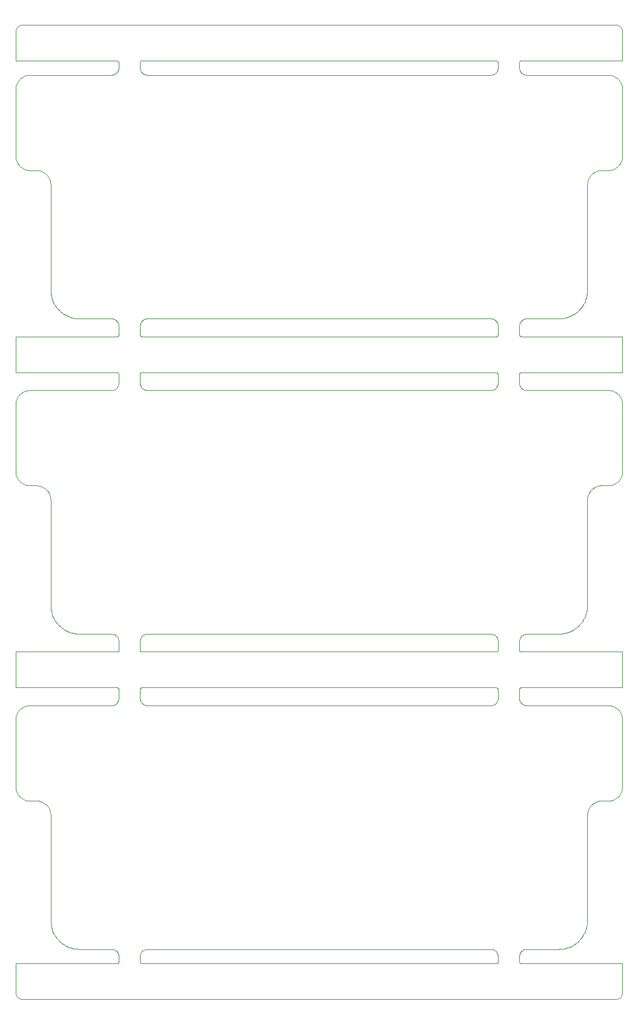
<source format=gm1>
G04 #@! TF.GenerationSoftware,KiCad,Pcbnew,8.0.6*
G04 #@! TF.CreationDate,2024-11-07T02:26:39-08:00*
G04 #@! TF.ProjectId,hvd-50-ce-panel,6876642d-3530-42d6-9365-2d70616e656c,1*
G04 #@! TF.SameCoordinates,Original*
G04 #@! TF.FileFunction,Profile,NP*
%FSLAX46Y46*%
G04 Gerber Fmt 4.6, Leading zero omitted, Abs format (unit mm)*
G04 Created by KiCad (PCBNEW 8.0.6) date 2024-11-07 02:26:39*
%MOMM*%
%LPD*%
G01*
G04 APERTURE LIST*
G04 #@! TA.AperFunction,Profile*
%ADD10C,0.100000*%
G04 #@! TD*
G04 APERTURE END LIST*
D10*
X-22667Y39301739D02*
X-23618Y39307948D01*
X-79879716Y10600460D02*
X-79879081Y10594211D01*
X-84800000Y131006544D02*
X-84799951Y131004526D01*
X-84789339Y73496522D02*
X-84777337Y73402287D01*
X-17492083Y5056542D02*
X-17501719Y5049020D01*
X-13885653Y94874827D02*
X-13854564Y94891444D01*
X-17408463Y48690499D02*
X-17411723Y48678720D01*
X-17401301Y92738783D02*
X-17402200Y92726594D01*
X-76508804Y7048682D02*
X-76502595Y7047731D01*
X-13898925Y94867201D02*
X-13885653Y94874827D01*
X-13929210Y6849158D02*
X-13898973Y6867281D01*
X-14135987Y6677324D02*
X-14111680Y6702855D01*
X-17627894Y94635652D02*
X-17622204Y94628453D01*
X-70427614Y85774241D02*
X-70442066Y85719410D01*
X-14267378Y48531402D02*
X-14278012Y48537426D01*
X-14384445Y5165115D02*
X-14388278Y5176720D01*
X-66537451Y41012800D02*
X-66555619Y41015495D01*
X-67389125Y41863016D02*
X-67393440Y41898003D01*
X-17718027Y129272396D02*
X-17760506Y129234835D01*
X-17921144Y129125584D02*
X-17929155Y129121110D01*
X-14396575Y94067839D02*
X-14395543Y94083112D01*
X-70831135Y50823022D02*
X-70818674Y50814131D01*
X-484591Y72396925D02*
X-480499Y72401691D01*
X-75901571Y51002040D02*
X-75898430Y51002001D01*
X-8898418Y95002041D02*
X-8700570Y95007054D01*
X-67398925Y41998946D02*
X-67399000Y42005068D01*
X-13729283Y94945005D02*
X-13695811Y94956063D01*
X-66488420Y50996748D02*
X-66406310Y51001571D01*
X-79181180Y52714375D02*
X-79064978Y52556129D01*
X-205846Y28818428D02*
X-203080Y28824067D01*
X-67380046Y43348289D02*
X-67375094Y43359462D01*
X-1700262Y27724667D02*
X-1694053Y27725618D01*
X-70902342Y41135932D02*
X-70912997Y41129896D01*
X-14167166Y50641495D02*
X-14128595Y50685115D01*
X-5026976Y98002475D02*
X-4982597Y98193721D01*
X-17554009Y130984526D02*
X-17542831Y130979568D01*
X-7507838Y95252167D02*
X-7325518Y95324994D01*
X-71236797Y41016678D02*
X-71292652Y41009092D01*
X-79903048Y113809603D02*
X-79902407Y113796978D01*
X-70650013Y131003500D02*
X-70637783Y131003200D01*
X-83585794Y40841081D02*
X-83591567Y40838604D01*
X-17700334Y85289346D02*
X-17740748Y85251803D01*
X-67397346Y41946873D02*
X-67397947Y41959105D01*
X-778341Y40585427D02*
X-854911Y40641653D01*
X-82798417Y27702000D02*
X-81903161Y27702000D01*
X-304441Y72641449D02*
X-301118Y72646780D01*
X-14149988Y92502000D02*
X-14162218Y92502301D01*
X0Y131006569D02*
X0Y135000432D01*
X-17625661Y5001200D02*
X-17637852Y5000301D01*
X-67317218Y43437497D02*
X-67307964Y43445480D01*
X-17588798Y94584546D02*
X-17578222Y94569530D01*
X-70402200Y5224594D02*
X-70403696Y5212465D01*
X-123480Y83693638D02*
X-125662Y83699528D01*
X-67238810Y50544041D02*
X-67207598Y50589534D01*
X-70734911Y85256789D02*
X-70760444Y85234764D01*
X-14397757Y87277361D02*
X-14396263Y87289492D01*
X-66552619Y94989141D02*
X-66540505Y94990938D01*
X-17414846Y130838227D02*
X-17411018Y130826613D01*
X-17649803Y85342748D02*
X-17687346Y85302334D01*
X-67396575Y6067839D02*
X-67395543Y6083112D01*
X-84800000Y117703571D02*
X-84799961Y117700430D01*
X-17401526Y130778705D02*
X-17400637Y130766509D01*
X-1694053Y128978383D02*
X-1700262Y128979334D01*
X-83998043Y19955D02*
X-83995100Y19294D01*
X-4665Y905048D02*
X-151Y996936D01*
X-67317793Y5064558D02*
X-67326646Y5072991D01*
X-14278012Y48537426D02*
X-14288337Y48543965D01*
X-14369599Y130871878D02*
X-14363575Y130882512D01*
X-18406495Y85002001D02*
X-66394053Y85002628D01*
X-14129605Y85320027D02*
X-14167166Y85362506D01*
X-70492037Y92558521D02*
X-70501672Y92551002D01*
X-14326038Y87429052D02*
X-14317186Y87437482D01*
X-23618Y117396053D02*
X-22667Y117402262D01*
X-13729254Y129059086D02*
X-13743697Y129064154D01*
X-71056338Y94939760D02*
X-71002274Y94918139D01*
X-14399000Y92751013D02*
X-14399000Y93997401D01*
X-70482783Y92566504D02*
X-70492037Y92558521D01*
X-70403426Y94067839D02*
X-70401170Y94006584D01*
X-17439411Y41728227D02*
X-17449644Y41694494D01*
X-18172241Y50974387D02*
X-18118892Y50960326D01*
X-81307353Y27612018D02*
X-81295292Y27608234D01*
X-84547100Y39975312D02*
X-84550148Y39969820D01*
X-80154515Y114678053D02*
X-80148380Y114667000D01*
X-84797513Y73603843D02*
X-84797195Y73597569D01*
X-14247946Y85474106D02*
X-14266069Y85504342D01*
X-70637783Y43501700D02*
X-70625594Y43500801D01*
X-70577760Y87491276D02*
X-70566154Y87487441D01*
X-4421512Y114999845D02*
X-4413278Y115009437D01*
X-17665138Y129325633D02*
X-17704738Y129285048D01*
X-5615204Y52719572D02*
X-5507166Y52883500D01*
X-694925Y84517410D02*
X-699691Y84521502D01*
X-17766349Y41229894D02*
X-17773548Y41224204D01*
X-13697265Y85048419D02*
X-13729283Y85058996D01*
X-66949840Y129168086D02*
X-66960023Y129174889D01*
X-84631421Y135559008D02*
X-84633035Y135556460D01*
X-548309Y40377603D02*
X-552637Y40382156D01*
X-67298329Y87452999D02*
X-67288337Y87460036D01*
X-67198578Y92506785D02*
X-67210502Y92509463D01*
X-70404458Y94083112D02*
X-70403426Y94067839D01*
X-17761604Y6770237D02*
X-17733751Y6746211D01*
X-480499Y128302310D02*
X-484591Y128307076D01*
X-1398277Y27794746D02*
X-1308387Y27825472D01*
X-4896953Y69809603D02*
X-4890219Y69898033D01*
X-14392088Y94118193D02*
X-14390589Y94130347D01*
X-67350357Y94309507D02*
X-67346516Y94321135D01*
X-13650117Y94969019D02*
X-13635247Y94972647D01*
X-79818674Y10199899D02*
X-79817410Y10193746D01*
X-66990096Y129196069D02*
X-66999933Y129203364D01*
X-83901028Y5263D02*
X-83898035Y4893D01*
X-18318978Y94997458D02*
X-18262541Y94991200D01*
X-17754656Y85239807D02*
X-17797729Y85205333D01*
X-84781236Y135195556D02*
X-84794735Y135104553D01*
X-5307460Y53243302D02*
X-5225492Y53421699D01*
X-17454090Y6322546D02*
X-17449199Y6308041D01*
X-67149988Y87502000D02*
X-17650062Y87502000D01*
X-3786393Y71494682D02*
X-3775044Y71500249D01*
X-84797514Y127100133D02*
X-84799960Y127003583D01*
X-84443256Y28562088D02*
X-84439668Y28556932D01*
X-14256462Y5023907D02*
X-14267378Y5029402D01*
X-70957761Y85106396D02*
X-70988243Y85091979D01*
X-67294950Y129558376D02*
X-67310677Y129591628D01*
X-84436649Y229034D02*
X-84434365Y227064D01*
X-67181642Y6623648D02*
X-67146121Y6665863D01*
X-70465536Y87420199D02*
X-70457553Y87410943D01*
X-84439653Y72556911D02*
X-84383427Y72480341D01*
X-70829861Y6822170D02*
X-70819849Y6815119D01*
X-4692682Y70588393D02*
X-4651621Y70667000D01*
X-70516207Y50467455D02*
X-70499669Y50434599D01*
X-4806234Y26306709D02*
X-4777550Y26390628D01*
X-1404295Y27792858D02*
X-1398301Y27794738D01*
X-66908260Y129142111D02*
X-66918764Y129148406D01*
X-83803065Y136003350D02*
X-83894953Y135998836D01*
X-84757680Y712668D02*
X-84756876Y709761D01*
X-125662Y29004473D02*
X-123480Y29010363D01*
X-2994978Y71699594D02*
X-2903160Y71701920D01*
X-898948Y5266D02*
X-807945Y18765D01*
X-66552619Y129014860D02*
X-66588861Y129021149D01*
X-7141279Y51409471D02*
X-7135639Y51412237D01*
X-67245234Y130984539D02*
X-67233830Y130988939D01*
X-83677934Y40798921D02*
X-83683573Y40796155D01*
X-70470285Y41636807D02*
X-70484361Y41602823D01*
X-66406310Y95001571D02*
X-66391679Y95002000D01*
X-17480234Y94391263D02*
X-17474289Y94377157D01*
X-84636594Y72910411D02*
X-84596932Y72824090D01*
X-67326070Y43429070D02*
X-67317218Y43437497D01*
X-84180174Y128449347D02*
X-84247347Y128382174D01*
X-71173714Y85029226D02*
X-71188628Y85025780D01*
X-66627760Y41029614D02*
X-66681109Y41043675D01*
X-66609857Y41025594D02*
X-66618846Y41027439D01*
X-7699551Y51186468D02*
X-7513776Y51249968D01*
X-40Y117700430D02*
X-1Y117703571D01*
X-14329130Y41635391D02*
X-14334551Y41649706D01*
X-79181180Y96714375D02*
X-79064978Y96556129D01*
X-79894626Y98796246D02*
X-79879718Y98600485D01*
X-67162149Y131003200D02*
X-67149917Y131003500D01*
X-17406561Y94105998D02*
X-17405360Y94093811D01*
X-13481023Y129006543D02*
X-13537460Y129012801D01*
X-67385005Y5165240D02*
X-67388834Y5176852D01*
X-66820128Y50908189D02*
X-66787901Y50922474D01*
X-18318978Y50997458D02*
X-18262550Y50991201D01*
X-4896953Y113809603D02*
X-4890219Y113898033D01*
X-70625594Y92503200D02*
X-70637783Y92502301D01*
X-84736865Y73203756D02*
X-84735290Y73197675D01*
X-4773159Y70402482D02*
X-4740261Y70484841D01*
X-14391499Y87313462D02*
X-14388241Y87325243D01*
X-67326070Y87429070D02*
X-67317218Y87437497D01*
X-1122067Y115905080D02*
X-1116428Y115907846D01*
X-71000823Y41086361D02*
X-71034807Y41072285D01*
X-67066250Y129257790D02*
X-67075324Y129266014D01*
X-4905054Y54802570D02*
X-4900041Y55000418D01*
X-2994978Y115699594D02*
X-2903160Y115701920D01*
X-70878709Y85150141D02*
X-70894463Y85140699D01*
X-80670888Y115279556D02*
X-80602156Y115223512D01*
X-14298329Y48551002D02*
X-14307964Y48558521D01*
X-70483862Y94399727D02*
X-70462241Y94345663D01*
X-13832599Y50902332D02*
X-13821529Y50907568D01*
X-5026976Y54002475D02*
X-4982597Y54193721D01*
X-71283808Y6994088D02*
X-71271654Y6992589D01*
X-13488420Y6996748D02*
X-13406310Y7001571D01*
X-67186536Y92504696D02*
X-67198578Y92506785D01*
X-67397801Y43277407D02*
X-67396305Y43289536D01*
X-79965586Y26209384D02*
X-79962417Y26197147D01*
X-14197694Y85400861D02*
X-14206737Y85413211D01*
X-548292Y116326417D02*
X-484607Y116396906D01*
X-3395147Y27639584D02*
X-3308756Y27659631D01*
X-14396263Y43289492D02*
X-14394175Y43301536D01*
X-17650013Y92502000D02*
X-67149988Y92502000D01*
X-70832471Y85180222D02*
X-70878709Y85150141D01*
X-170344Y441986D02*
X-168607Y444452D01*
X-70514935Y85539325D02*
X-70519110Y85531155D01*
X-40Y29700430D02*
X-1Y29703571D01*
X-1208434Y84838604D02*
X-1214207Y84841081D01*
X-939428Y116006455D02*
X-860109Y116058731D01*
X-8694246Y7007375D02*
X-8498485Y7022283D01*
X-84315410Y40307076D02*
X-84319502Y40302310D01*
X-64718Y127506350D02*
X-90851Y127597682D01*
X-78801278Y96248464D02*
X-78796950Y96243911D01*
X-14393253Y85896482D02*
X-14394659Y85911724D01*
X-229050Y135640167D02*
X-290833Y135708334D01*
X-83855199Y116003105D02*
X-83773334Y115954914D01*
X-5084460Y53801575D02*
X-5082579Y53807569D01*
X-82798417Y71702000D02*
X-81903161Y71702000D01*
X-6612375Y51720821D02*
X-6454129Y51837023D01*
X-3876053Y71447486D02*
X-3865000Y71453621D01*
X-17512101Y50459213D02*
X-17503843Y50442807D01*
X-17414810Y6166733D02*
X-17409412Y6130347D01*
X-70586882Y6582152D02*
X-70579831Y6572140D01*
X-5266Y135104553D02*
X-18765Y135195556D01*
X-80517596Y71147115D02*
X-80454886Y71084405D01*
X-81199519Y27575159D02*
X-81117160Y27542261D01*
X-3775044Y27500249D02*
X-3694457Y27537276D01*
X-79398841Y53063578D02*
X-79395793Y53058085D01*
X-67363542Y48623017D02*
X-67369565Y48633653D01*
X-363352Y135774467D02*
X-365636Y135776437D01*
X-70424941Y48644571D02*
X-70430436Y48633653D01*
X-13497902Y6996009D02*
X-13488420Y6996748D01*
X-84105095Y40517394D02*
X-84175584Y40453709D01*
X-80386723Y27009437D02*
X-80378489Y26999845D01*
X-70772335Y85225127D02*
X-70817455Y85190798D01*
X-81392617Y115636415D02*
X-81307353Y115612018D01*
X-82798430Y85002000D02*
X-82801571Y85001961D01*
X-17419239Y130849639D02*
X-17414846Y130838227D01*
X-67248636Y50528523D02*
X-67238810Y50544041D01*
X-14099674Y41289353D02*
X-14106281Y41295720D01*
X-17995233Y85088860D02*
X-18003689Y85085296D01*
X-80254994Y26839258D02*
X-80206191Y26765208D01*
X-70860445Y41161395D02*
X-70870791Y41154843D01*
X-14352997Y129703325D02*
X-14355822Y129712055D01*
X-70772335Y50778874D02*
X-70760444Y50769237D01*
X-5867074Y52394180D02*
X-5862983Y52398946D01*
X-13673746Y50962500D02*
X-13659019Y50966673D01*
X-67162171Y48502301D02*
X-67174361Y48503200D01*
X-44086Y706850D02*
X-43140Y709714D01*
X-17554750Y43483042D02*
X-17543576Y43478088D01*
X-67398929Y130754415D02*
X-67398632Y130766647D01*
X-67357935Y50284591D02*
X-67353582Y50299265D01*
X-83683573Y27907846D02*
X-83677934Y27905080D01*
X-17461602Y94344268D02*
X-17457477Y94332738D01*
X-71393691Y95001571D02*
X-71311581Y94996748D01*
X-84797513Y29603843D02*
X-84797195Y29597569D01*
X-17403013Y130790842D02*
X-17401526Y130778705D01*
X-79899960Y99000418D02*
X-79894947Y98802570D01*
X-70989628Y6912677D02*
X-70956376Y6896950D01*
X-84434365Y135776437D02*
X-84436649Y135774467D01*
X-67353582Y50299265D02*
X-67342524Y50332738D01*
X-70453485Y41682866D02*
X-70465877Y41648232D01*
X-2488Y83100158D02*
X-2806Y83106432D01*
X-83677934Y128798921D02*
X-83683573Y128796155D01*
X-203069Y116824090D02*
X-163407Y116910411D01*
X-67372387Y85774241D02*
X-67374562Y85783155D01*
X-84247347Y116321827D02*
X-84180174Y116254654D01*
X-67399000Y43252988D02*
X-67398700Y43265218D01*
X-70831135Y129180979D02*
X-70859171Y129162246D01*
X-7705569Y7184579D02*
X-7699575Y7186460D01*
X-4129113Y71279556D02*
X-4119116Y71287294D01*
X-84789977Y117502797D02*
X-84789342Y117496547D01*
X-14198535Y43497215D02*
X-14186492Y43499304D01*
X-4413278Y115009437D02*
X-4353825Y115075243D01*
X-70450002Y130902829D02*
X-70442965Y130892837D01*
X-10662Y83207479D02*
X-22664Y83301714D01*
X-84680357Y135477508D02*
X-84681844Y135474883D01*
X-14222241Y43491276D02*
X-14210461Y43494536D01*
X-7513752Y51249976D02*
X-7507862Y51252158D01*
X-79296171Y52888852D02*
X-79292848Y52883521D01*
X-84759619Y127401480D02*
X-84776378Y127307973D01*
X-1794522Y115712662D02*
X-1700287Y115724664D01*
X-1794547Y128991342D02*
X-1800797Y128991977D01*
X-17577027Y130992767D02*
X-17565417Y130988929D01*
X-70637830Y87501700D02*
X-70625640Y87500801D01*
X-67174340Y131002301D02*
X-67162149Y131003200D01*
X-17401000Y48751013D02*
X-17401301Y48738783D01*
X-70494433Y50423529D02*
X-70479527Y50389901D01*
X-67288337Y87460036D02*
X-67278012Y87466575D01*
X-13926523Y85153365D02*
X-13942041Y85163191D01*
X-17408502Y87313462D02*
X-17405826Y87301536D01*
X-80148380Y26667000D02*
X-80107319Y26588393D01*
X-1895569Y40999195D02*
X-1901843Y40999513D01*
X-17425439Y94220846D02*
X-17423594Y94211857D01*
X-1700262Y115724667D02*
X-1694053Y115725618D01*
X-14197620Y129400919D02*
X-14206814Y129413157D01*
X-17554767Y5018962D02*
X-17566171Y5014562D01*
X-18032028Y50930443D02*
X-17981311Y50908703D01*
X-67310677Y6412373D02*
X-67295605Y6444240D01*
X-10024Y127201204D02*
X-10659Y127207454D01*
X-14326070Y5072931D02*
X-14334497Y5081783D01*
X-70436426Y43381012D02*
X-70430402Y43370378D01*
X-14162171Y43501700D02*
X-14149939Y43502000D01*
X-70705802Y6720043D02*
X-70666202Y6679459D01*
X-624398Y116250309D02*
X-619845Y116254637D01*
X-76301516Y51022283D02*
X-76105755Y51007375D01*
X-17499669Y6434599D02*
X-17494433Y6423529D01*
X-66730738Y129059477D02*
X-66742268Y129063602D01*
X-17554712Y48520955D02*
X-17566115Y48516556D01*
X-17465504Y92583783D02*
X-17473931Y92574931D01*
X-84776383Y83307948D02*
X-84777334Y83301739D01*
X-18181155Y129027439D02*
X-18190144Y129025594D01*
X-17566086Y6551840D02*
X-17546406Y6520764D01*
X-83395706Y128911143D02*
X-83401700Y128909263D01*
X-76099431Y7007054D02*
X-75901583Y7002041D01*
X-71115909Y94959617D02*
X-71104190Y94956063D01*
X-42321Y135290833D02*
X-43125Y135293740D01*
X-84795334Y905023D02*
X-84795112Y902015D01*
X-80446176Y27075243D02*
X-80386723Y27009437D01*
X-66546559Y85013980D02*
X-66555610Y85015494D01*
X-84100310Y84521502D02*
X-84105076Y84517410D01*
X-17489324Y129591628D02*
X-17504396Y129559761D01*
X-3209079Y115677822D02*
X-3196584Y115679736D01*
X-17625594Y48503200D02*
X-17637783Y48502301D01*
X-70522024Y48537435D02*
X-70532658Y48531410D01*
X-10024Y39201204D02*
X-10659Y39207454D01*
X-77664362Y51412237D02*
X-77658722Y51409471D01*
X-13391679Y95002000D02*
X-8901584Y95002000D01*
X-14272105Y85514997D02*
X-14288722Y85546086D01*
X-8091721Y51084597D02*
X-7900475Y51128976D01*
X-79061102Y8551122D02*
X-78937034Y8398965D01*
X-1495651Y71766718D02*
X-1404319Y71792851D01*
X-13684092Y94959617D02*
X-13650117Y94969019D01*
X-7135617Y7412249D02*
X-6961600Y7503148D01*
X-84498896Y128057199D02*
X-84547087Y127975334D01*
X-13854564Y94891444D02*
X-13843625Y94896950D01*
X-92746Y83603724D02*
X-123472Y83693614D01*
X-67256425Y48525913D02*
X-67267343Y48531410D01*
X-14317219Y130938997D02*
X-14307964Y130946980D01*
X-84777334Y73402262D02*
X-84776383Y73396053D01*
X-84639081Y72916207D02*
X-84636604Y72910434D01*
X-2487Y117603868D02*
X-41Y117700418D01*
X-81703968Y27692219D02*
X-81691392Y27690940D01*
X-7699551Y95186468D02*
X-7513776Y95249968D01*
X-84676521Y117010363D02*
X-84674339Y117004473D01*
X-66648641Y129034573D02*
X-66684092Y129044384D01*
X-8291172Y95048686D02*
X-8097924Y95083322D01*
X-619845Y40449364D02*
X-624398Y40453692D01*
X-83939913Y40645256D02*
X-83945069Y40641668D01*
X-17492037Y48558521D02*
X-17501672Y48551002D01*
X-80199505Y114754480D02*
X-80154515Y114678053D01*
X-81903161Y71702000D02*
X-81896841Y71701920D01*
X-13743663Y94939760D02*
X-13729283Y94945005D01*
X-3395147Y115639584D02*
X-3308756Y115659631D01*
X-18054923Y85064807D02*
X-18063504Y85061557D01*
X-3600482Y27575159D02*
X-3588628Y27579550D01*
X-14277266Y41524413D02*
X-14284398Y41537956D01*
X-70859171Y129162246D02*
X-70872153Y129154136D01*
X-4740261Y70484841D02*
X-4735276Y70496457D01*
X-773334Y28122450D02*
X-699710Y28182483D01*
X-13611355Y129025873D02*
X-13626310Y129029135D01*
X-17405360Y94093811D02*
X-17402655Y94057128D01*
X-70402244Y87277361D02*
X-70401348Y87265171D01*
X-252901Y116728689D02*
X-249853Y116734181D01*
X-14369599Y48633623D02*
X-14375094Y48644539D01*
X-81703968Y115692219D02*
X-81691392Y115690940D01*
X-620206Y135928414D02*
X-706827Y135959407D01*
X-70457553Y87410943D02*
X-70450034Y87401306D01*
X-70457477Y6332738D02*
X-70445938Y6297811D01*
X-4875822Y70011079D02*
X-4860176Y70098374D01*
X-71070718Y85058996D02*
X-71102736Y85048419D01*
X-50Y87503026D02*
X-1Y87505044D01*
X-78653518Y8100706D02*
X-78507840Y7969091D01*
X-18151360Y6969428D02*
X-18115909Y6959617D01*
X-70937334Y129116931D02*
X-70988283Y129092063D01*
X-84271340Y118134D02*
X-84268646Y116778D01*
X-1032204Y40752160D02*
X-1116405Y40796143D01*
X-84026647Y72122435D02*
X-84021680Y72118590D01*
X-17401348Y87265171D02*
X-17401050Y87252939D01*
X-67210442Y130996035D02*
X-67198516Y130998714D01*
X-301118Y40057221D02*
X-304441Y40062552D01*
X-10659Y73496547D02*
X-10024Y73502797D01*
X-84434327Y227033D02*
X-84431949Y225177D01*
X-17589499Y48509463D02*
X-17601423Y48506785D01*
X-18148437Y41035499D02*
X-18166254Y41031036D01*
X-82898133Y27704487D02*
X-82801583Y27702041D01*
X-70554712Y92520955D02*
X-70566115Y92516556D01*
X-4651621Y26667000D02*
X-4645486Y26678053D01*
X-84383427Y84223660D02*
X-84439653Y84147090D01*
X-70423594Y129792144D02*
X-70425439Y129783155D01*
X-70534800Y129503076D02*
X-70564542Y129454810D01*
X-14375060Y43359430D02*
X-14369565Y43370348D01*
X-84789977Y29502797D02*
X-84789342Y29496547D01*
X-70602307Y85400861D02*
X-70623052Y85374278D01*
X-17401369Y5236854D02*
X-17402264Y5224663D01*
X-70402200Y92726594D02*
X-70403696Y92714465D01*
X-84247364Y40382156D02*
X-84251692Y40377603D01*
X-854911Y28062348D02*
X-778341Y28118574D01*
X-14162218Y48502301D02*
X-14174407Y48503200D01*
X-5028557Y53996370D02*
X-5026982Y54002451D01*
X-1404319Y128911150D02*
X-1495651Y128937283D01*
X-84383411Y116480321D02*
X-84379566Y116475354D01*
X-67186536Y43499305D02*
X-67174407Y43500801D01*
X-71092494Y6952357D02*
X-71080866Y6948516D01*
X-70414471Y6163685D02*
X-70406842Y6107507D01*
X-17521271Y130968036D02*
X-17510942Y130961491D01*
X-17403738Y87289492D02*
X-17402244Y87277361D01*
X-84547087Y28728667D02*
X-84498896Y28646802D01*
X-71394804Y129002309D02*
X-71407204Y129002000D01*
X-1600521Y128961619D02*
X-1694028Y128978378D01*
X-14398951Y43252939D02*
X-14398653Y43265171D01*
X-67346516Y129682866D02*
X-67350357Y129694494D01*
X-14374562Y129783155D02*
X-14376407Y129792144D01*
X-17449199Y6308041D02*
X-17438966Y6274308D01*
X-83105948Y71725618D02*
X-83099739Y71724667D01*
X-17405785Y48702423D02*
X-17408463Y48690499D01*
X-14162218Y5000301D02*
X-14174407Y5001200D01*
X-17403757Y5212531D02*
X-17405844Y5200486D01*
X-13729254Y50944915D02*
X-13673746Y50962500D01*
X-79900081Y25705160D02*
X-79900000Y25698840D01*
X-14039557Y129234764D02*
X-14066250Y129257790D01*
X-83677911Y27905069D02*
X-83591590Y27865407D01*
X-17613529Y5002697D02*
X-17625661Y5001200D01*
X-8901571Y95002001D02*
X-8898430Y95002040D01*
X-78503036Y95964967D02*
X-78350879Y95840899D01*
X-14398701Y85985116D02*
X-14398951Y87252939D01*
X-81105544Y71537276D02*
X-81024957Y71500249D01*
X-78182429Y95717204D02*
X-78018501Y95609166D01*
X-17435700Y6262505D02*
X-17426762Y6226824D01*
X-67245251Y48520959D02*
X-67256425Y48525913D01*
X-17516207Y6467455D02*
X-17499669Y6434599D01*
X-84776383Y127307948D02*
X-84777334Y127301739D01*
X-17450034Y87401306D02*
X-17442997Y87391312D01*
X-4834415Y26209384D02*
X-4810018Y26294648D01*
X-13555619Y41015495D02*
X-13611355Y41025873D01*
X-17729227Y50742085D02*
X-17722542Y50735799D01*
X-79395780Y53058063D02*
X-79296184Y52888874D01*
X-70419955Y130849789D02*
X-70415556Y130838386D01*
X-17607059Y41394832D02*
X-17618359Y41380353D01*
X-80154515Y26678053D02*
X-80148380Y26667000D01*
X-71407204Y7002000D02*
X-71394804Y7001692D01*
X-17873470Y85153369D02*
X-17921144Y85125584D01*
X-67288303Y48543975D02*
X-67298296Y48551014D01*
X-92746Y127603724D02*
X-123472Y127693614D01*
X-151Y135006565D02*
X-4665Y135098453D01*
X-13876255Y50880021D02*
X-13865455Y50885794D01*
X-70401348Y48738830D02*
X-70402244Y48726640D01*
X-22664Y29402287D02*
X-10662Y29496522D01*
X-17601364Y6601933D02*
X-17594069Y6592096D01*
X-17491310Y130946920D02*
X-17482054Y130938929D01*
X-67397947Y85959105D02*
X-67398925Y85998946D01*
X-3296374Y115662176D02*
X-3209079Y115677822D01*
X-14144211Y94668250D02*
X-14135987Y94677324D01*
X-83860573Y128697546D02*
X-83939892Y128645270D01*
X-79989983Y26294648D02*
X-79965586Y26209384D01*
X-1600521Y84961619D02*
X-1694028Y84978378D01*
X-18262541Y129012801D02*
X-18318978Y129006543D01*
X-67075324Y129266014D02*
X-67101964Y129291378D01*
X-84105076Y116186591D02*
X-84100310Y116182499D01*
X-80670888Y71279556D02*
X-80602156Y71223512D01*
X-70492069Y48558535D02*
X-70501705Y48551014D01*
X-66833967Y6901643D02*
X-66820090Y6908103D01*
X-17637783Y92502301D02*
X-17650013Y92502000D01*
X-252901Y72728689D02*
X-249853Y72734181D01*
X-70414810Y41837268D02*
X-70416903Y41825202D01*
X-67384445Y43336886D02*
X-67380046Y43348289D01*
X-17401301Y48738783D02*
X-17402200Y48726594D01*
X-84572968Y135637827D02*
X-84574824Y135635449D01*
X-1208434Y40838604D02*
X-1214207Y40841081D01*
X-1032181Y71951853D02*
X-1026689Y71954901D01*
X-84550148Y28734181D02*
X-84547100Y28728689D01*
X-14144211Y6668250D02*
X-14135987Y6677324D01*
X-4857631Y70110756D02*
X-4837584Y70197147D01*
X-7141279Y95409471D02*
X-7135639Y95412237D01*
X-70404308Y50081587D02*
X-70403407Y50069374D01*
X-150Y996961D02*
X-1Y1003044D01*
X-706850Y135959415D02*
X-709714Y135960361D01*
X-17548141Y129480709D02*
X-17578222Y129434471D01*
X-70465450Y129649706D02*
X-70470871Y129635391D01*
X-17543275Y50515502D02*
X-17538703Y50507546D01*
X-67398332Y5224753D02*
X-67399224Y5236948D01*
X-67256409Y130979585D02*
X-67245234Y130984539D01*
X-4197845Y115223512D02*
X-4129113Y115279556D01*
X-1308387Y40878529D02*
X-1398277Y40909255D01*
X-80107319Y114588393D02*
X-80101752Y114577044D01*
X-70956376Y41107051D02*
X-70989628Y41091324D01*
X-70676600Y85313266D02*
X-70683048Y85306738D01*
X-77480279Y51327481D02*
X-77474506Y51325004D01*
X-80446176Y71075243D02*
X-80386723Y71009437D01*
X-13481023Y85006543D02*
X-13537460Y85012801D01*
X-66612875Y50977922D02*
X-66578301Y50984799D01*
X-83773334Y40749087D02*
X-83855199Y40700896D01*
X-66505852Y94995212D02*
X-66489941Y94996659D01*
X-17473931Y48574931D02*
X-17482783Y48566504D01*
X-80101752Y114577044D02*
X-80064725Y114496457D01*
X-67334497Y87420218D02*
X-67326070Y87429070D01*
X-71149884Y94969019D02*
X-71115909Y94959617D01*
X-17402655Y94057128D02*
X-17402054Y94044896D01*
X-83298245Y40938865D02*
X-83304326Y40937290D01*
X-66609857Y85025594D02*
X-66618846Y85027439D01*
X-17824865Y41185372D02*
X-17832463Y41180227D01*
X-67198535Y48506786D02*
X-67210461Y48509465D01*
X-14357036Y92612664D02*
X-14363575Y92622989D01*
X-84550148Y116734181D02*
X-84547100Y116728689D01*
X-84100310Y40521502D02*
X-84105076Y40517410D01*
X-552654Y40382174D02*
X-619827Y40449347D01*
X-66962463Y85176746D02*
X-67007169Y85209059D01*
X-14222241Y87491276D02*
X-14210461Y87494536D01*
X-5735023Y8556129D02*
X-5618821Y8714375D01*
X-77292139Y51252158D02*
X-77286249Y51249976D01*
X-84799961Y83003571D02*
X-84800000Y83000430D01*
X-14394175Y87301536D02*
X-14391499Y87313462D01*
X-1998418Y115702041D02*
X-1901868Y115704487D01*
X-67296158Y85561194D02*
X-67319767Y85612738D01*
X-3108609Y115690940D02*
X-3096033Y115692219D01*
X-83491638Y128878521D02*
X-83497528Y128876339D01*
X-67335074Y5081850D02*
X-67343056Y5091111D01*
X-84443256Y116562088D02*
X-84439668Y116556932D01*
X-17538699Y94507538D02*
X-17512096Y94459205D01*
X-79899960Y55000418D02*
X-79894947Y54802570D01*
X-17401300Y85985116D02*
X-17401769Y85969866D01*
X-70419990Y87348254D02*
X-70415593Y87336850D01*
X-14325712Y85626844D02*
X-14337847Y85658304D01*
X-17566115Y92516556D02*
X-17577720Y92512723D01*
X-6296946Y95964983D02*
X-6292180Y95969074D01*
X-67374562Y85783155D02*
X-67376407Y85792144D01*
X-17881237Y6855595D02*
X-17850161Y6835915D01*
X-70402200Y130778907D02*
X-70401301Y130766718D01*
X-84179818Y135928405D02*
X-84182632Y135927320D01*
X-14375094Y130860962D02*
X-14369599Y130871878D01*
X-66627760Y6974387D02*
X-66618846Y6976562D01*
X-79900000Y25698840D02*
X-79900000Y11003584D01*
X-14367019Y50252117D02*
X-14357617Y50286092D01*
X-83796957Y136003500D02*
X-83803040Y136003351D01*
X-7507838Y7252167D02*
X-7325518Y7324994D01*
X-81792398Y115698953D02*
X-81703968Y115692219D01*
X-17474377Y6377124D02*
X-17454090Y6322546D01*
X-70473931Y92574931D02*
X-70482783Y92566504D01*
X-70534800Y94500925D02*
X-70527174Y94487653D01*
X-79818674Y54199899D02*
X-79817410Y54193746D01*
X-66697235Y94955493D02*
X-66682615Y94960026D01*
X-67386786Y41847889D02*
X-67389125Y41863016D01*
X-6781500Y7609166D02*
X-6617572Y7717204D01*
X-17401050Y43252939D02*
X-17401300Y41985116D01*
X-79939825Y114098374D02*
X-79924179Y114011079D01*
X-17435699Y130882390D02*
X-17429678Y130871747D01*
X-17722542Y50735799D02*
X-17683055Y50697269D01*
X-83497552Y128876330D02*
X-83585771Y128841091D01*
X-79989983Y114294648D02*
X-79965586Y114209384D01*
X-4485294Y70921116D02*
X-4477556Y70931113D01*
X-14245289Y5018955D02*
X-14256462Y5023907D01*
X-40387Y39401505D02*
X-41651Y39407658D01*
X-4773159Y114402482D02*
X-4740261Y114484841D01*
X-17426762Y129777177D02*
X-17435700Y129741496D01*
X-18318978Y129006543D02*
X-18334078Y129005331D01*
X-17718034Y41272390D02*
X-17759364Y41235844D01*
X-901966Y4893D02*
X-898973Y5263D01*
X-14298296Y87452987D02*
X-14288303Y87460026D01*
X-17800068Y6800637D02*
X-17771070Y6778006D01*
X-83773312Y27954901D02*
X-83767820Y27951853D01*
X-67390589Y50130347D02*
X-67385191Y50166733D01*
X-14395543Y94083112D02*
X-14392088Y94118193D01*
X-83767797Y71951841D02*
X-83683596Y71907858D01*
X-3600482Y71575159D02*
X-3588628Y71579550D01*
X-3492648Y115612018D02*
X-3407384Y115636415D01*
X-619845Y84449364D02*
X-624398Y84453692D01*
X-4477556Y70931113D02*
X-4421512Y70999845D01*
X-14307964Y5056521D02*
X-14317219Y5064504D01*
X-1694028Y71725623D02*
X-1600521Y71742382D01*
X-84776378Y29396028D02*
X-84759619Y29302521D01*
X-67345911Y41681455D02*
X-67350802Y41695960D01*
X-71002274Y85085862D02*
X-71056338Y85064241D01*
X-80752368Y71339785D02*
X-80680885Y71287294D01*
X-709761Y135960376D02*
X-712668Y135961180D01*
X-81013608Y71494682D02*
X-80935001Y71453621D01*
X-17473931Y92574931D02*
X-17482783Y92566504D01*
X-18115909Y6959617D02*
X-18104190Y6956063D01*
X-939449Y40697560D02*
X-944780Y40700883D01*
X-5150158Y97609862D02*
X-5147976Y97615752D01*
X-70601364Y94601933D02*
X-70594069Y94592096D01*
X-14398831Y94006584D02*
X-14396575Y94067839D01*
X-77292139Y7252158D02*
X-77286249Y7249976D01*
X-14342480Y92593037D02*
X-14349999Y92602672D01*
X-360333Y28556932D02*
X-356745Y28562088D01*
X-70638691Y50648601D02*
X-70617300Y50622536D01*
X-79894946Y10802545D02*
X-79894628Y10796271D01*
X-84495560Y84062552D02*
X-84498883Y84057221D01*
X-14019351Y50785673D02*
X-14009697Y50793207D01*
X-80602156Y115223512D02*
X-80592564Y115215278D01*
X-70772335Y129225127D02*
X-70818674Y129189870D01*
X-3407384Y27636415D02*
X-3395147Y27639584D01*
X-67325160Y50378587D02*
X-67320474Y50389901D01*
X-70461602Y6344268D02*
X-70457477Y6332738D01*
X-66776587Y50927160D02*
X-66743697Y50939847D01*
X-624398Y72250309D02*
X-619845Y72254637D01*
X-17413215Y94156112D02*
X-17410876Y94140985D01*
X-17453485Y41682866D02*
X-17465361Y41649675D01*
X-1998418Y27702041D02*
X-1901868Y27704487D01*
X-78801278Y8248464D02*
X-78796950Y8243911D01*
X-70688390Y50702790D02*
X-70648760Y50660130D01*
X-81199519Y71575159D02*
X-81117160Y71542261D01*
X-14222281Y5010723D02*
X-14233886Y5014556D01*
X-14266069Y85504342D02*
X-14272105Y85514997D01*
X-4900000Y25698840D02*
X-4899920Y25705160D01*
X-84758350Y39407658D02*
X-84759614Y39401505D01*
X-301118Y128057221D02*
X-304441Y128062552D01*
X-160910Y116916230D02*
X-125671Y117004449D01*
X-70401000Y43252988D02*
X-70401000Y42006600D01*
X-84797195Y39106432D02*
X-84797513Y39100158D01*
X-7135617Y95412249D02*
X-6961600Y95503148D01*
X-70556135Y85467628D02*
X-70561186Y85459968D01*
X-70543539Y5023907D02*
X-70554712Y5018955D01*
X-860088Y72058745D02*
X-854932Y72062333D01*
X-3952480Y71402496D02*
X-3876053Y71447486D01*
X-67207598Y50589534D02*
X-67202269Y50597003D01*
X-116778Y135472146D02*
X-118134Y135474840D01*
X-83005454Y27712659D02*
X-82999204Y27712024D01*
X-84495560Y40062552D02*
X-84498883Y40057221D01*
X-17415556Y48667115D02*
X-17419955Y48655712D01*
X-70401769Y85969866D02*
X-70405342Y85911724D01*
X-75898417Y51002000D02*
X-71407204Y51002000D01*
X-14326070Y130930570D02*
X-14317219Y130938997D01*
X-4735276Y26496457D02*
X-4698249Y26577044D01*
X-84358015Y170344D02*
X-84355549Y168607D01*
X-75898417Y95002000D02*
X-71408322Y95002000D01*
X-70403696Y5212465D02*
X-70405785Y5200423D01*
X-304441Y116641449D02*
X-301118Y116646780D01*
X-17959185Y41105846D02*
X-18009345Y41082872D01*
X-84550160Y39969797D02*
X-84594143Y39885596D01*
X-67288639Y6457870D02*
X-67260563Y6508881D01*
X-14380046Y130849789D02*
X-14375094Y130860962D01*
X-5026976Y10002475D02*
X-4982597Y10193721D01*
X-4946682Y10393197D02*
X-4945731Y10399406D01*
X-84756876Y135293740D02*
X-84757680Y135290833D01*
X-70623995Y94630931D02*
X-70601364Y94601933D01*
X-70589540Y48509465D02*
X-70601466Y48506786D01*
X-4593810Y26765208D02*
X-4545007Y26839258D01*
X-17526551Y41517752D02*
X-17535604Y41501772D01*
X-6956063Y95506221D02*
X-6786874Y95605817D01*
X-84021680Y128585411D02*
X-84026647Y128581566D01*
X-3196584Y115679736D02*
X-3108609Y115690940D01*
X-82801583Y85001960D02*
X-82898133Y84999514D01*
X-360333Y116556932D02*
X-356745Y116562088D01*
X-81503627Y27662176D02*
X-81491245Y27659631D01*
X-66987526Y6809604D02*
X-66942041Y6840810D01*
X-71311581Y41007253D02*
X-71393691Y41002430D01*
X-1600496Y115742387D02*
X-1594343Y115743651D01*
X-80059740Y70484841D02*
X-80026842Y70402482D01*
X-70566115Y43487445D02*
X-70554712Y43483046D01*
X-67202269Y50597003D02*
X-67196668Y50604272D01*
X-1026Y92501951D02*
X-3044Y92502000D01*
X-17501147Y85566716D02*
X-17527257Y85516392D01*
X-90851Y117106319D02*
X-64718Y117197651D01*
X-17400347Y130754272D02*
X-17400997Y130006491D01*
X-83395706Y40911143D02*
X-83401700Y40909263D01*
X-14396305Y130791036D02*
X-14394216Y130803078D01*
X-75096Y135383318D02*
X-76181Y135386132D01*
X-90851Y73106319D02*
X-64718Y73197651D01*
X-18309718Y41007248D02*
X-18347298Y41004476D01*
X-67383098Y50178799D02*
X-67376221Y50213373D01*
X-17894463Y41140699D02*
X-17942796Y41114096D01*
X-118134Y528661D02*
X-116778Y531355D01*
X-17934546Y6885794D02*
X-17923746Y6880021D01*
X-17442066Y50284591D02*
X-17427614Y50229760D01*
X-14267343Y87472591D02*
X-14256425Y87478088D01*
X-79903048Y69809603D02*
X-79902407Y69796978D01*
X-79715533Y9801551D02*
X-79652033Y9615776D01*
X-82904432Y27704806D02*
X-82898158Y27704488D01*
X-70409412Y41873654D02*
X-70414810Y41837268D01*
X-23623Y39307973D02*
X-40382Y39401480D01*
X-80847521Y27402496D02*
X-80836793Y27395810D01*
X-83205683Y84960344D02*
X-83298220Y84938871D01*
X-66540505Y129013063D02*
X-66552619Y129014860D01*
X-14265201Y6500925D02*
X-14234655Y6550496D01*
X-84780707Y804901D02*
X-84780046Y801958D01*
X-13618846Y85027439D02*
X-13627760Y85029614D01*
X-17450047Y5100707D02*
X-17457566Y5091069D01*
X-81392617Y71636415D02*
X-81307353Y71612018D01*
X-83945090Y40641653D02*
X-84021660Y40585427D01*
X-79924179Y26011079D02*
X-79922265Y25998584D01*
X0Y117703584D02*
X0Y127000417D01*
X-83860573Y40697546D02*
X-83939892Y40645270D01*
X-71197634Y129023874D02*
X-71212665Y129020980D01*
X-17401000Y92751013D02*
X-17401301Y92738783D01*
X-84776378Y73396028D02*
X-84759619Y73302521D01*
X-14317219Y5064504D02*
X-14326070Y5072931D01*
X-17501147Y41566716D02*
X-17526551Y41517752D01*
X-81404854Y115639584D02*
X-81392617Y115636415D01*
X-70666202Y6679459D02*
X-70659916Y6672774D01*
X-14334465Y43420199D02*
X-14326038Y43429052D01*
X-70462241Y85658338D02*
X-70483296Y85605689D01*
X-79854270Y54399406D02*
X-79853319Y54393197D01*
X-17411723Y48678720D02*
X-17415556Y48667115D01*
X-77843916Y51506208D02*
X-77838423Y51503160D01*
X-70407913Y50118193D02*
X-70404308Y50081587D01*
X-14288337Y48543965D02*
X-14298329Y48551002D01*
X-66481023Y6997458D02*
X-66465923Y6998670D01*
X-84436667Y135774451D02*
X-84504834Y135712668D01*
X-17535604Y41501772D02*
X-17564546Y41454802D01*
X-67310677Y129591628D02*
X-67315640Y129602823D01*
X-1398277Y115794746D02*
X-1308387Y115825472D01*
X-76181Y617369D02*
X-75096Y620183D01*
X-79902407Y69796978D02*
X-79900081Y69705160D01*
X-17450002Y92602672D02*
X-17457521Y92593037D01*
X-4837584Y70197147D02*
X-4834415Y70209384D01*
X-70473931Y5072931D02*
X-70482782Y5064504D01*
X-84574824Y368052D02*
X-84572968Y365674D01*
X-699710Y128521518D02*
X-773334Y128581551D01*
X-70532623Y130974099D02*
X-70521989Y130968075D01*
X-624417Y40453709D02*
X-694906Y40517394D01*
X-67256462Y87478094D02*
X-67245289Y87483046D01*
X-70414585Y94165217D02*
X-70409412Y94130347D01*
X-4920283Y98600485D02*
X-4905375Y98796246D01*
X-14198578Y92506785D02*
X-14210502Y92509463D01*
X-13537460Y85012801D02*
X-13546559Y85013980D01*
X-17650062Y87502000D02*
X-17637830Y87501700D01*
X-17704732Y41285055D02*
X-17718034Y41272390D01*
X-81024957Y27500249D02*
X-81013608Y27494682D01*
X-84319518Y40302291D02*
X-84379551Y40228667D01*
X-17407913Y6118193D02*
X-17404308Y6081587D01*
X-70653880Y6665863D02*
X-70617372Y6622476D01*
X-67375662Y5142650D02*
X-67380611Y5153831D01*
X-83767797Y27951841D02*
X-83683596Y27907858D01*
X-83298220Y115765130D02*
X-83205683Y115743657D01*
X-66939556Y50842606D02*
X-66929210Y50849158D01*
X-70650013Y92502000D02*
X-84796932Y92502000D01*
X-67391538Y87313502D02*
X-67388278Y87325281D01*
X-66743697Y50939847D02*
X-66729254Y50944915D01*
X-66540505Y94990938D02*
X-66505852Y94995212D01*
X-14123401Y85313266D02*
X-14129605Y85320027D01*
X-70521989Y130968075D02*
X-70511664Y130961536D01*
X-67369599Y87370378D02*
X-67363575Y87381012D01*
X-17724677Y6737987D02*
X-17698037Y6712623D01*
X-70664014Y94677324D02*
X-70655790Y94668250D01*
X-70505051Y41558376D02*
X-70510557Y41547437D01*
X-66818682Y41095295D02*
X-66835285Y41103147D01*
X-67350357Y6309507D02*
X-67346516Y6321135D01*
X-13465923Y41005331D02*
X-13481023Y41006543D01*
X-79900081Y113705160D02*
X-79900000Y113698840D01*
X-70401000Y93997401D02*
X-70401000Y92751013D01*
X-84683234Y135472124D02*
X-84722568Y135388957D01*
X-699691Y72182499D02*
X-694925Y72186591D01*
X-1404319Y84911150D02*
X-1495651Y84937283D01*
X-1694028Y115725623D02*
X-1600521Y115742382D01*
X-1Y135000457D02*
X-150Y135006540D01*
X-14174407Y92503200D02*
X-14186536Y92504696D01*
X-84800000Y4996932D02*
X-84800000Y1003069D01*
X-70417611Y6181782D02*
X-70414471Y6163685D01*
X-67395693Y50081587D02*
X-67392088Y50118193D01*
X-80148380Y114667000D02*
X-80107319Y114588393D01*
X-70489979Y94413758D02*
X-70483862Y94399727D01*
X-80923948Y115447486D02*
X-80847521Y115402496D01*
X-3588628Y71579550D02*
X-3504709Y71608234D01*
X-17577760Y43491276D02*
X-17566154Y43487441D01*
X-17650013Y48502000D02*
X-67149939Y48502000D01*
X-84383427Y128223660D02*
X-84439653Y128147090D01*
X-1308363Y27825480D02*
X-1302473Y27827662D01*
X-83497528Y115827662D02*
X-83491638Y115825480D01*
X-84799850Y996936D02*
X-84795336Y905048D01*
X-3775044Y71500249D02*
X-3694457Y71537276D01*
X-70532623Y92531402D02*
X-70543539Y92525907D01*
X-82801571Y27702040D02*
X-82798430Y27702001D01*
X-79064963Y52556109D02*
X-79061118Y52551142D01*
X-81503627Y71662176D02*
X-81491245Y71659631D01*
X-78801278Y52248464D02*
X-78796950Y52243911D01*
X-17588798Y129419455D02*
X-17623127Y129374335D01*
X-17403407Y6069374D02*
X-17401600Y6032598D01*
X-1Y39000430D02*
X-40Y39003571D01*
X-84247347Y28321827D02*
X-84180174Y28254654D01*
X-84759619Y83401480D02*
X-84776378Y83307973D01*
X-70552843Y6531210D02*
X-70533932Y6499659D01*
X-14288722Y85546086D02*
X-14295520Y85559800D01*
X-71320493Y6997701D02*
X-71283808Y6994088D01*
X-14186492Y87499304D02*
X-14174361Y87500801D01*
X-83683596Y84796143D02*
X-83767797Y84752160D01*
X-17736138Y94748121D02*
X-17729227Y94742085D01*
X-83683573Y71907846D02*
X-83677934Y71905080D01*
X-14334465Y87420199D02*
X-14326038Y87429052D01*
X-84681867Y135474840D02*
X-84683223Y135472146D01*
X-70402054Y6044896D02*
X-70401076Y6005055D01*
X-67007169Y85209059D02*
X-67021648Y85220359D01*
X-14326070Y92574931D02*
X-14334497Y92583783D01*
X-17435419Y41743004D02*
X-17439411Y41728227D01*
X-1308363Y115825480D02*
X-1302473Y115827662D01*
X-67398653Y48738830D02*
X-67398951Y48751062D01*
X-70914348Y94874827D02*
X-70901076Y94867201D01*
X-18012100Y6922474D02*
X-17978472Y6907568D01*
X-84639081Y116916207D02*
X-84636604Y116910434D01*
X-70566154Y48516560D02*
X-70577760Y48512725D01*
X-14206814Y129413157D02*
X-14227112Y129441978D01*
X-17409412Y6130347D02*
X-17407913Y6118193D01*
X-67298296Y48551014D02*
X-67307932Y48558535D01*
X-67210502Y43494538D02*
X-67198578Y43497216D01*
X-84443270Y84141892D02*
X-84495546Y84062573D01*
X-14397801Y5224594D02*
X-14398700Y5236783D01*
X-4877736Y69998584D02*
X-4875822Y70011079D01*
X-13743663Y85064241D02*
X-13796312Y85085296D01*
X-6003051Y96243911D02*
X-5998723Y96248464D01*
X-4899920Y113705160D02*
X-4897594Y113796978D01*
X-79292835Y96883500D02*
X-79184797Y96719572D01*
X-17981319Y94908706D02*
X-17964716Y94900854D01*
X-14376407Y129792144D02*
X-14386786Y129847889D01*
X-67278012Y87466575D02*
X-67267378Y87472599D01*
X-67396843Y5212618D02*
X-67398332Y5224753D01*
X-17424956Y5142587D02*
X-17430450Y5131667D01*
X-67384445Y92667115D02*
X-67388278Y92678720D01*
X-14396669Y41936157D02*
X-14398400Y41971391D01*
X-66918764Y94855595D02*
X-66908260Y94861890D01*
X-70601423Y92506785D02*
X-70613465Y92504696D01*
X-13865455Y50885794D02*
X-13832599Y50902332D01*
X-76200Y135386178D02*
X-77423Y135388935D01*
X-17511362Y129546131D02*
X-17538699Y129496463D01*
X-71056338Y85064241D02*
X-71070718Y85058996D01*
X-17435700Y129741496D02*
X-17438966Y129729693D01*
X-17403738Y43289492D02*
X-17402244Y43277361D01*
X-7894345Y95130563D02*
X-7705593Y95184572D01*
X-67392088Y50118193D02*
X-67390589Y50130347D01*
X-66405197Y7001692D02*
X-66392797Y7002000D01*
X-84800000Y92498932D02*
X-84800000Y87505069D01*
X-8901571Y51002001D02*
X-8898430Y51002040D01*
X-5404208Y9058085D02*
X-5401160Y9063578D01*
X-1404295Y71792858D02*
X-1398301Y71794738D01*
X-67343056Y5091111D02*
X-67350575Y5100753D01*
X-4047633Y115339785D02*
X-4037258Y115347007D01*
X-70405785Y130803078D02*
X-70403696Y130791036D01*
X-17410876Y94140985D02*
X-17406561Y94105998D01*
X-66892322Y41132931D02*
X-66900222Y41137600D01*
X-70716823Y41273336D02*
X-70742943Y41249662D01*
X-67375922Y129789126D02*
X-67383098Y129825202D01*
X-4897594Y69796978D02*
X-4896953Y69809603D01*
X-84755907Y706827D02*
X-84724914Y620206D01*
X-17618359Y41380353D02*
X-17653880Y41338138D01*
X-70405342Y85911724D02*
X-70406748Y85896482D01*
X-70561186Y85459968D02*
X-70593264Y85413211D01*
X-2001584Y129002000D02*
X-13392797Y129002000D01*
X-6786852Y7605830D02*
X-6781521Y7609153D01*
X-4129113Y27279556D02*
X-4119116Y27287294D01*
X-17424941Y43359430D02*
X-17419990Y43348254D01*
X-4698249Y70577044D02*
X-4692682Y70588393D01*
X-17401000Y49998933D02*
X-17401000Y48751013D01*
X-67284482Y50466086D02*
X-67277184Y50479541D01*
X-79576997Y53427495D02*
X-79574520Y53421722D01*
X-1003044Y1D02*
X-996961Y150D01*
X-66900222Y41137600D02*
X-66947191Y41166542D01*
X-18163239Y6972404D02*
X-18151360Y6969428D01*
X-5738883Y52551142D02*
X-5735038Y52556109D01*
X-14192044Y41393590D02*
X-14226153Y41440780D01*
X-1495675Y84937290D02*
X-1501756Y84938865D01*
X-90858Y39597706D02*
X-92738Y39603700D01*
X-13626310Y41029135D02*
X-13660505Y41037700D01*
X-84550160Y83969797D02*
X-84594143Y83885596D01*
X-17601466Y87497215D02*
X-17589540Y87494536D01*
X-203069Y72824090D02*
X-163407Y72910411D01*
X-17432573Y85753360D02*
X-17441975Y85719386D01*
X-70733751Y94746211D02*
X-70724677Y94737987D01*
X-18334078Y50998670D02*
X-18318978Y50997458D01*
X-70872153Y129154136D02*
X-70921136Y129125589D01*
X-67392088Y129885808D02*
X-67395693Y129922414D01*
X-70402200Y43277407D02*
X-70401301Y43265218D01*
X-4345115Y71084405D02*
X-4282405Y71147115D01*
X-67307964Y43445480D02*
X-67298329Y43452999D01*
X-1700262Y71724667D02*
X-1694053Y71725618D01*
X-163397Y116910434D02*
X-160920Y116916207D01*
X-17964716Y94900854D02*
X-17915744Y94875445D01*
X-43125Y709761D02*
X-42321Y712668D01*
X-14357036Y5110664D02*
X-14363575Y5120989D01*
X-84799960Y73700418D02*
X-84797514Y73603868D01*
X-17457477Y50332738D02*
X-17446419Y50299265D01*
X-17601423Y92506785D02*
X-17613465Y92504696D01*
X-1122090Y128798932D02*
X-1208411Y128838594D01*
X-23618Y29396053D02*
X-22667Y29402262D01*
X-70436426Y5120989D02*
X-70442965Y5110664D01*
X-5401148Y53063600D02*
X-5310249Y53237617D01*
X-66750846Y94937050D02*
X-66697235Y94955493D01*
X-4875822Y114011079D02*
X-4860176Y114098374D01*
X-1Y127000430D02*
X-40Y127003571D01*
X-17899772Y50866397D02*
X-17852810Y50837459D01*
X-84021680Y40585411D02*
X-84026647Y40581566D01*
X-17405785Y92702423D02*
X-17408463Y92690499D01*
X-17531909Y130974067D02*
X-17521271Y130968036D01*
X-18086685Y41053582D02*
X-18095450Y41050865D01*
X-4875822Y26011079D02*
X-4860176Y26098374D01*
X-66835285Y41103147D02*
X-66884257Y41128556D01*
X-70457086Y50331254D02*
X-70439501Y50275746D01*
X-70411723Y43325281D02*
X-70408463Y43313502D01*
X-78345872Y95837023D02*
X-78187626Y95720821D01*
X-17654789Y129336911D02*
X-17665138Y129325633D01*
X-17419149Y85813140D02*
X-17421538Y85801129D01*
X-304455Y128062573D02*
X-356731Y128141892D01*
X-5082572Y97807593D02*
X-5028563Y97996345D01*
X-17588798Y50584546D02*
X-17578222Y50569530D01*
X-70989628Y41091324D02*
X-71000823Y41086361D01*
X-5310237Y53237639D02*
X-5307471Y53243279D01*
X-79652025Y53615752D02*
X-79649843Y53609862D01*
X-67277977Y48537435D02*
X-67288303Y48543975D01*
X-67326158Y41628314D02*
X-67345911Y41681455D01*
X-17907679Y94871070D02*
X-17899779Y94866401D01*
X-66767982Y94930440D02*
X-66750846Y94937050D01*
X-484607Y128307095D02*
X-548292Y128377584D01*
X-70407913Y41885808D02*
X-70409412Y41873654D01*
X-84507071Y135710536D02*
X-84509151Y135708352D01*
X-84175584Y72250292D02*
X-84105095Y72186607D01*
X-71127693Y6963035D02*
X-71092494Y6952357D01*
X-14317186Y43437482D02*
X-14307932Y43445466D01*
X-17446508Y85704766D02*
X-17464951Y85651155D01*
X-292965Y135710571D02*
X-295149Y135712651D01*
X-66877541Y6879184D02*
X-66864086Y6886482D01*
X-70457553Y48593058D02*
X-70465536Y48583802D01*
X-84439653Y116556911D02*
X-84383427Y116480341D01*
X-66981327Y50814131D02*
X-66968866Y50823022D01*
X-4421512Y70999845D02*
X-4413278Y71009437D01*
X-18003689Y85085296D02*
X-18054923Y85064807D01*
X-67334497Y92583783D02*
X-67342480Y92593037D01*
X-81603417Y71679736D02*
X-81590922Y71677822D01*
X-84358035Y135833142D02*
X-84431929Y135778339D01*
X-1398301Y84909263D02*
X-1404295Y84911143D01*
X-531355Y116778D02*
X-528661Y118134D01*
X-13961275Y94828230D02*
X-13948496Y94836655D01*
X-70589499Y92509463D02*
X-70601423Y92506785D01*
X-4593810Y114765208D02*
X-4545007Y114839258D01*
X-163397Y28910434D02*
X-160920Y28916207D01*
X-70403696Y130791036D02*
X-70402200Y130778907D01*
X-2896840Y71702000D02*
X-2001584Y71702000D01*
X-80847521Y115402496D02*
X-80836793Y115395810D01*
X-70501705Y48551014D02*
X-70511698Y48543975D01*
X-13842201Y41106481D02*
X-13855915Y41113279D01*
X-75901571Y7002040D02*
X-75898430Y7002001D01*
X-66820090Y94908103D02*
X-66767982Y94930440D01*
X-548292Y28326417D02*
X-484607Y28396906D01*
X-79492530Y53243279D02*
X-79489764Y53237639D01*
X-14388241Y87325243D02*
X-14384408Y87336850D01*
X-70921136Y129125589D02*
X-70937334Y129116931D01*
X-70683048Y85306738D02*
X-70723633Y85267138D01*
X-17603333Y85399729D02*
X-17637807Y85356656D01*
X-66759475Y6933903D02*
X-66750855Y6937047D01*
X-1501781Y128938871D02*
X-1594318Y128960344D01*
X-84759619Y39401480D02*
X-84776378Y39307973D01*
X-83894978Y135998834D02*
X-83897986Y135998612D01*
X-4537785Y26849633D02*
X-4485294Y26921116D01*
X-13537460Y129012801D02*
X-13546559Y129013980D01*
X-84315394Y72396906D02*
X-84251709Y72326417D01*
X-4645486Y70678053D02*
X-4600496Y70754480D01*
X-18181155Y50976562D02*
X-18172241Y50974387D01*
X-67210502Y87494538D02*
X-67198578Y87497216D01*
X-70465504Y43420218D02*
X-70457521Y43410964D01*
X-70401000Y5249013D02*
X-70401301Y5236783D01*
X-17566115Y48516556D02*
X-17577720Y48512723D01*
X-70416903Y41825202D02*
X-70424079Y41789126D01*
X-860088Y116058745D02*
X-854932Y116062333D01*
X-4485294Y114921116D02*
X-4477556Y114931113D01*
X-17804998Y85199732D02*
X-17812467Y85194403D01*
X-14388278Y48678720D02*
X-14391538Y48690499D01*
X-70742943Y41249662D02*
X-70752215Y41241663D01*
X-13392797Y41002000D02*
X-13405197Y41002309D01*
X-81691392Y71690940D02*
X-81603417Y71679736D01*
X-203080Y127879934D02*
X-205846Y127885573D01*
X-17411018Y130826613D02*
X-17407765Y130814825D01*
X-295149Y290850D02*
X-292965Y292930D01*
X-14380011Y43348254D02*
X-14375060Y43359430D01*
X-17404308Y6081587D02*
X-17403407Y6069374D01*
X-17650084Y5000000D02*
X-67150504Y5000000D01*
X-14307964Y48558521D02*
X-14317218Y48566504D01*
X-66767982Y85073561D02*
X-66818682Y85095295D01*
X-84777337Y39301714D02*
X-84789339Y39207479D01*
X-14272827Y94487653D02*
X-14265201Y94500925D01*
X-17589540Y43494536D02*
X-17577760Y43491276D01*
X-66537460Y85012801D02*
X-66546559Y85013980D01*
X-80526758Y115155825D02*
X-80517596Y115147115D01*
X-84709150Y39597682D02*
X-84735283Y39506350D01*
X-70442384Y94286092D02*
X-70432982Y94252117D01*
X-17552055Y85474106D02*
X-17560324Y85461224D01*
X-5735023Y52556129D02*
X-5618821Y52714375D01*
X-71407204Y51002000D02*
X-71394804Y51001692D01*
X-66391679Y95002000D02*
X-18407204Y95002000D01*
X-17627894Y50635652D02*
X-17622204Y50628453D01*
X-70424907Y92644539D02*
X-70430402Y92633623D01*
X-80386723Y71009437D02*
X-80378489Y70999845D01*
X-67338399Y85659733D02*
X-67342524Y85671263D01*
X-70465877Y41648232D02*
X-70470285Y41636807D01*
X-80101752Y26577044D02*
X-80064725Y26496457D01*
X-4600496Y70754480D02*
X-4593810Y70765208D01*
X-18172241Y129029614D02*
X-18181155Y129027439D01*
X-70637830Y48502301D02*
X-70650062Y48502000D01*
X-80680885Y71287294D02*
X-80670888Y71279556D01*
X-67233886Y43487445D02*
X-67222281Y43491278D01*
X-14162218Y131003200D02*
X-14149988Y131003500D01*
X-70632835Y85362506D02*
X-70670396Y85320027D01*
X-67349999Y43401329D02*
X-67342480Y43410964D01*
X-67272105Y129514997D02*
X-67289444Y129547437D01*
X-70671336Y129318823D02*
X-70681958Y129307802D01*
X-14253595Y41483237D02*
X-14259890Y41493741D01*
X-70444179Y129712055D02*
X-70447004Y129703325D01*
X-694906Y72186607D02*
X-624417Y72250292D01*
X-67116953Y85306738D02*
X-67123401Y85313266D01*
X-14267378Y130974099D02*
X-14256462Y130979594D01*
X-84247347Y72321827D02*
X-84180174Y72254654D01*
X-84780046Y135201543D02*
X-84780707Y135198600D01*
X-17683055Y50697269D02*
X-17670390Y50683967D01*
X-2896840Y27702000D02*
X-2001584Y27702000D01*
X-70945437Y50891444D02*
X-70912997Y50874105D01*
X-84636604Y127793567D02*
X-84639081Y127787794D01*
X-70655790Y94668250D02*
X-70631764Y94640397D01*
X-1032204Y84752160D02*
X-1116405Y84796143D01*
X-1800822Y128991980D02*
X-1895544Y128999193D01*
X-6612375Y7720821D02*
X-6454129Y7837023D01*
X-14317218Y92566504D02*
X-14326070Y92574931D01*
X-79879716Y98600460D02*
X-79879081Y98594211D01*
X-17722542Y94735799D02*
X-17683048Y94697263D01*
X-5998706Y8248483D02*
X-5867091Y8394161D01*
X-83585794Y84841081D02*
X-83591567Y84838604D01*
X-14363575Y48622989D02*
X-14369599Y48633623D01*
X-14289444Y94456564D02*
X-14272827Y94487653D01*
X-70543576Y48525913D02*
X-70554750Y48520959D01*
X-83491614Y71825472D02*
X-83401724Y71794746D01*
X-17711266Y129278600D02*
X-17718027Y129272396D01*
X-14174407Y5001200D02*
X-14186536Y5002696D01*
X-14234655Y6550496D02*
X-14226230Y6563275D01*
X-356745Y84141913D02*
X-360333Y84147069D01*
X-13555610Y85015494D02*
X-13609857Y85025594D01*
X-17401348Y43265171D02*
X-17401050Y43252939D01*
X-83005454Y115712659D02*
X-82999204Y115712024D01*
X-1501781Y40938871D02*
X-1594318Y40960344D01*
X-3588628Y27579550D02*
X-3504709Y27608234D01*
X-17633844Y94642637D02*
X-17627894Y94635652D01*
X-84797514Y83100133D02*
X-84799960Y83003583D01*
X-70623052Y85374278D02*
X-70632835Y85362506D01*
X-2488Y127100158D02*
X-2806Y127106432D01*
X-14009697Y50793207D02*
X-13981383Y50814206D01*
X-83298220Y27765130D02*
X-83205683Y27743657D01*
X-82801583Y129001960D02*
X-82898133Y128999514D01*
X-67192942Y6609169D02*
X-67181642Y6623648D01*
X-4777550Y70390628D02*
X-4773159Y70402482D01*
X-75087Y620206D02*
X-44094Y706827D01*
X-76099431Y95007054D02*
X-75901583Y95002041D01*
X-80262216Y114849633D02*
X-80254994Y114839258D01*
X-860109Y40645270D02*
X-939428Y40697546D01*
X-71394804Y85002309D02*
X-71407204Y85002000D01*
X-70956376Y94896950D02*
X-70945437Y94891444D01*
X-620183Y75096D02*
X-617369Y76181D01*
X-67357611Y5110752D02*
X-67364148Y5121085D01*
X-80064725Y114496457D02*
X-80059740Y114484841D01*
X-70566115Y130988945D02*
X-70554712Y130984546D01*
X-14382707Y50180282D02*
X-14370647Y50237247D01*
X-14372866Y85775691D02*
X-14376128Y85790646D01*
X-5618807Y8714395D02*
X-5615218Y8719551D01*
X-67233847Y48516560D02*
X-67245251Y48520959D01*
X-4600496Y26754480D02*
X-4593810Y26765208D01*
X-83591590Y128838594D02*
X-83677911Y128798932D01*
X-14176949Y50629723D02*
X-14167166Y50641495D01*
X-79962417Y70197147D02*
X-79942370Y70110756D01*
X-17625640Y43500801D02*
X-17613509Y43499304D01*
X-17601485Y5004787D02*
X-17613529Y5002697D01*
X-14391538Y5188499D02*
X-14394216Y5200423D01*
X-80454886Y115084405D02*
X-80446176Y115075243D01*
X-70484361Y129602823D02*
X-70489324Y129591628D01*
X-67245289Y92520955D02*
X-67256462Y92525907D01*
X-5028557Y97996370D02*
X-5026982Y98002451D01*
X-84175603Y84453692D02*
X-84180156Y84449364D01*
X-84781232Y807921D02*
X-84780716Y804949D01*
X-17612791Y131000802D02*
X-17600743Y130998710D01*
X-84759614Y73302496D02*
X-84758350Y73296343D01*
X-18049155Y94937050D02*
X-18032019Y94930440D01*
X-50Y131004526D02*
X-1Y131006544D01*
X-80378489Y26999845D02*
X-80322445Y26931113D01*
X-70579831Y6572140D02*
X-70559395Y6541556D01*
X-17554750Y87483042D02*
X-17543576Y87478088D01*
X-17453485Y129682866D02*
X-17465877Y129648232D01*
X-14334551Y129649706D02*
X-14352997Y129703325D01*
X-18070718Y129058996D02*
X-18102736Y129048419D01*
X-14384445Y48667115D02*
X-14388278Y48678720D01*
X-70403696Y92714465D02*
X-70405785Y92702423D01*
X-67094199Y6720043D02*
X-67083178Y6730665D01*
X-70490732Y85588914D02*
X-70514935Y85539325D01*
X-66555619Y6988506D02*
X-66537451Y6991201D01*
X-19294Y135198600D02*
X-19955Y135201543D01*
X-71117410Y85044066D02*
X-71173714Y85029226D01*
X-773354Y84581566D02*
X-778321Y84585411D01*
X-13612875Y6977922D02*
X-13578301Y6984799D01*
X-4810018Y26294648D02*
X-4806234Y26306709D01*
X-66618846Y6976562D02*
X-66609857Y6978407D01*
X-18406494Y41002001D02*
X-66393867Y41002549D01*
X-70430436Y87370348D02*
X-70424941Y87359430D01*
X-78345872Y7837023D02*
X-78187626Y7720821D01*
X-83945090Y128641653D02*
X-84021660Y128585427D01*
X-4899920Y69705160D02*
X-4897594Y69796978D01*
X-67389125Y85863016D02*
X-67393440Y85898003D01*
X-71102736Y85048419D02*
X-71117410Y85044066D01*
X-13391679Y7002000D02*
X-8901584Y7002000D01*
X-80107319Y70588393D02*
X-80101752Y70577044D01*
X-6454109Y95837038D02*
X-6449142Y95840883D01*
X-70521989Y92537426D02*
X-70532623Y92531402D01*
X-14284398Y129537956D02*
X-14309938Y129590283D01*
X-80022451Y70390628D02*
X-79993767Y70306709D01*
X-84352960Y135836535D02*
X-84355508Y135834921D01*
X-1208434Y128838604D02*
X-1214207Y128841081D01*
X-67363575Y43381012D02*
X-67357036Y43391337D01*
X-66876255Y94880021D02*
X-66865455Y94885794D01*
X-84674330Y117004449D02*
X-84639091Y116916230D01*
X-70607881Y41393534D02*
X-70617372Y41381525D01*
X-807921Y18769D02*
X-804949Y19285D01*
X-67256462Y92525907D02*
X-67267378Y92531402D01*
X-66949840Y94835915D02*
X-66918764Y94855595D01*
X-17438966Y6274308D02*
X-17435700Y6262505D01*
X-79064963Y96556109D02*
X-79061118Y96551142D01*
X-67392088Y6118193D02*
X-67390589Y6130347D01*
X-70504481Y6444201D02*
X-70480234Y6391263D01*
X-4777550Y114390628D02*
X-4773159Y114402482D01*
X-17436459Y43380984D02*
X-17430436Y43370348D01*
X-3492648Y71612018D02*
X-3407384Y71636415D01*
X-70424941Y87359430D02*
X-70419990Y87348254D01*
X-17772278Y129225052D02*
X-17798861Y129204307D01*
X-6786852Y95605830D02*
X-6781521Y95609153D01*
X-163407Y127793590D02*
X-203069Y127879911D01*
X-163407Y39793590D02*
X-203069Y39879911D01*
X-71235268Y85016810D02*
X-71271654Y85011412D01*
X-84594143Y116818405D02*
X-84550160Y116734204D01*
X-360333Y72556932D02*
X-356745Y72562088D01*
X-84674339Y127699528D02*
X-84676521Y127693638D01*
X-4593810Y70765208D02*
X-4545007Y70839258D01*
X-71092494Y41051644D02*
X-71127693Y41040966D01*
X-17512096Y94459205D02*
X-17507820Y94451086D01*
X-66681109Y41043675D02*
X-66698685Y41049007D01*
X-81105544Y115537276D02*
X-81024957Y115500249D01*
X-67363528Y130882471D02*
X-67356990Y130892799D01*
X-70829861Y41181831D02*
X-70860445Y41161395D01*
X-70650013Y43502000D02*
X-70637783Y43501700D01*
X-14277977Y43466566D02*
X-14267343Y43472591D01*
X-3682841Y71542261D02*
X-3600482Y71575159D01*
X-67116953Y41306738D02*
X-67123401Y41313266D01*
X-14384445Y92667115D02*
X-14388278Y92678720D01*
X-1026689Y40749100D02*
X-1032181Y40752148D01*
X-119644Y525993D02*
X-118157Y528618D01*
X-4421512Y26999845D02*
X-4413278Y27009437D01*
X-4740261Y26484841D02*
X-4735276Y26496457D01*
X-84087309Y42315D02*
X-83998067Y19961D01*
X-84795108Y901966D02*
X-84794738Y898973D01*
X-70521980Y50478255D02*
X-70516207Y50467455D01*
X-17461602Y50344268D02*
X-17457477Y50332738D01*
X-1116405Y27907858D02*
X-1032204Y27951841D01*
X-13968866Y129180979D02*
X-13981327Y129189870D01*
X-3108609Y71690940D02*
X-3096033Y71692219D01*
X-70594069Y94592096D02*
X-70573771Y94563275D01*
X-18101316Y94954994D02*
X-18049155Y94937050D01*
X-67380011Y48655747D02*
X-67384408Y48667151D01*
X-13546559Y85013980D02*
X-13555610Y85015494D01*
X-14162218Y92502301D02*
X-14174407Y92503200D01*
X-14389200Y41864541D02*
X-14395450Y41920899D01*
X-2001571Y27702001D02*
X-1998430Y27702040D01*
X-67257021Y5023928D02*
X-67267941Y5029427D01*
X-67135987Y129326677D02*
X-67144211Y129335751D01*
X-70401050Y48751062D02*
X-70401348Y48738830D01*
X-552637Y116321845D02*
X-548309Y116326398D01*
X-14149988Y48502000D02*
X-14162218Y48502301D01*
X-77286225Y51249968D02*
X-77100450Y51186468D01*
X-5503817Y52888874D02*
X-5404221Y53058063D01*
X-70522024Y87466566D02*
X-70511698Y87460026D01*
X-84796957Y92502000D02*
X-84798975Y92501951D01*
X-17569503Y41447080D02*
X-17574740Y41439546D01*
X-17915752Y50875450D02*
X-17899772Y50866397D01*
X-17504396Y129559761D02*
X-17511362Y129546131D01*
X-17986914Y85092732D02*
X-17995233Y85088860D01*
X-84736865Y117203756D02*
X-84735290Y117197675D01*
X-80026842Y70402482D02*
X-80022451Y70390628D01*
X-84636594Y116910411D02*
X-84596932Y116824090D01*
X-70482815Y48566519D02*
X-70492069Y48558535D01*
X-14288337Y92543965D02*
X-14298329Y92551002D01*
X-84271383Y135885344D02*
X-84274008Y135883857D01*
X-4905373Y54796271D02*
X-4905055Y54802545D01*
X-79395780Y9058063D02*
X-79296184Y8888874D01*
X-71407204Y85002000D02*
X-82798417Y85002000D01*
X-71292652Y41009092D02*
X-71302099Y41007992D01*
X-70902342Y50868069D02*
X-70870791Y50849158D01*
X-17416903Y129825202D02*
X-17424079Y129789126D01*
X-70429354Y94237247D02*
X-70417294Y94180282D01*
X-41657Y127407683D02*
X-63130Y127500220D01*
X-3694457Y27537276D02*
X-3682841Y27542261D01*
X-71320493Y85006300D02*
X-71332548Y85005407D01*
X-84633035Y447041D02*
X-84631421Y444493D01*
X-3504709Y115608234D02*
X-3492648Y115612018D01*
X-70457521Y5091037D02*
X-70465504Y5081783D01*
X-83099739Y128979334D02*
X-83105948Y128978383D01*
X-4810018Y70294648D02*
X-4806234Y70306709D01*
X-83105948Y27725618D02*
X-83099739Y27724667D01*
X-17511698Y43460026D02*
X-17501705Y43452987D01*
X-70403696Y43289536D02*
X-70402200Y43277407D01*
X-17480234Y50391263D02*
X-17474289Y50377157D01*
X-90851Y29106319D02*
X-64718Y29197651D01*
X-79993767Y26306709D02*
X-79989983Y26294648D01*
X-70860445Y6842606D02*
X-70829861Y6822170D01*
X-1214207Y115862920D02*
X-1208434Y115865397D01*
X-13561685Y94987530D02*
X-13507349Y94994909D01*
X-5401148Y97063600D02*
X-5310249Y97237617D01*
X-249853Y127969820D02*
X-252901Y127975312D01*
X-17797729Y85205333D02*
X-17804998Y85199732D01*
X-70945437Y41112557D02*
X-70956376Y41107051D01*
X-81903161Y115702000D02*
X-81896841Y115701920D01*
X-14198637Y50601933D02*
X-14176949Y50629723D01*
X-77843916Y95506208D02*
X-77838423Y95503160D01*
X-17543539Y48525907D02*
X-17554712Y48520955D01*
X-778321Y116118590D02*
X-773354Y116122435D01*
X-1026689Y128749100D02*
X-1032181Y128752148D01*
X-79061102Y52551122D02*
X-78937034Y52398965D01*
X-356745Y40141913D02*
X-360333Y40147069D01*
X-67267941Y5029427D02*
X-67278578Y5035456D01*
X-67342435Y130912432D02*
X-67334452Y130921690D01*
X-77094408Y7184572D02*
X-76905656Y7130563D01*
X-80059740Y26484841D02*
X-80026842Y26402482D01*
X-82801571Y71702040D02*
X-82798430Y71702001D01*
X-71104190Y50956063D02*
X-71070718Y50945005D01*
X-80602156Y71223512D02*
X-80592564Y71215278D01*
X-1026Y4999951D02*
X-3044Y5000000D01*
X-83998067Y135983540D02*
X-84087309Y135961186D01*
X-84674339Y39699528D02*
X-84676521Y39693638D01*
X-70705802Y41283958D02*
X-70716823Y41273336D01*
X-160910Y28916230D02*
X-125671Y29004449D01*
X-70492069Y87445466D02*
X-70482815Y87437482D01*
X-14388278Y130826781D02*
X-14384445Y130838386D01*
X-84676529Y83693614D02*
X-84707255Y83603724D01*
X-70423594Y85792144D02*
X-70425439Y85783155D01*
X-1700287Y128979337D02*
X-1794522Y128991339D01*
X-70510557Y94456564D02*
X-70505051Y94445625D01*
X-80378489Y70999845D02*
X-80322445Y70931113D01*
X-17405844Y5200486D02*
X-17408519Y5188559D01*
X-83005479Y40991339D02*
X-83099714Y40979337D01*
X-17402200Y48726594D02*
X-17403696Y48714465D01*
X-3296374Y27662176D02*
X-3209079Y27677822D01*
X-70870791Y50849158D02*
X-70860445Y50842606D01*
X-14253595Y129483237D02*
X-14259890Y129493741D01*
X-14317218Y48566504D02*
X-14326070Y48574931D01*
X-67038397Y129233764D02*
X-67066250Y129257790D01*
X-70650062Y48502000D02*
X-84796932Y48502000D01*
X-76899526Y95128976D02*
X-76708280Y95084597D01*
X-4207437Y115215278D02*
X-4197845Y115223512D01*
X-78937018Y8398946D02*
X-78932927Y8394180D01*
X-7699551Y7186468D02*
X-7513776Y7249968D01*
X-14259890Y129493741D02*
X-14277266Y129524413D01*
X-67399000Y86005068D02*
X-67399000Y87252988D01*
X-84799961Y127003571D02*
X-84800000Y127000430D01*
X-80935001Y27453621D02*
X-80923948Y27447486D01*
X-1895569Y84999195D02*
X-1901843Y84999513D01*
X-17655790Y6668250D02*
X-17631764Y6640397D01*
X-17405826Y43301536D02*
X-17403738Y43289492D01*
X-70409412Y94130347D02*
X-70407913Y94118193D01*
X-70402655Y6057128D02*
X-70402054Y6044896D01*
X-67222281Y43491278D02*
X-67210502Y43494538D01*
X-70414810Y50166733D02*
X-70409412Y50130347D01*
X-420435Y116475354D02*
X-416590Y116480321D01*
X-4899920Y25705160D02*
X-4897594Y25796978D01*
X-67385191Y50166733D02*
X-67383098Y50178799D01*
X-14167166Y85362506D02*
X-14176949Y85374278D01*
X-67253595Y94520764D02*
X-67233915Y94551840D01*
X-83304350Y84937283D02*
X-83395682Y84911150D01*
X-19961Y135201567D02*
X-42315Y135290809D01*
X-17424907Y48644539D02*
X-17430402Y48633623D01*
X-67388278Y92678720D02*
X-67391538Y92690499D01*
X-67093182Y94721192D02*
X-67084313Y94729636D01*
X-18244391Y94988507D02*
X-18190144Y94978407D01*
X-17419990Y87348254D02*
X-17415593Y87336850D01*
X-3069Y48502000D02*
X-14149988Y48502000D01*
X-70408463Y130815002D02*
X-70405785Y130803078D01*
X-203080Y39879934D02*
X-205846Y39885573D01*
X-18354672Y41004041D02*
X-18395511Y41002242D01*
X-168580Y444493D02*
X-166966Y447041D01*
X-14394641Y129910190D02*
X-14397346Y129946873D01*
X-14396263Y87289492D02*
X-14394175Y87301536D01*
X-13659019Y6966673D02*
X-13624824Y6975239D01*
X-70613465Y92504696D02*
X-70625594Y92503200D01*
X-6146464Y52100723D02*
X-6141911Y52105051D01*
X-1302473Y128876339D02*
X-1308363Y128878521D01*
X-3492648Y27612018D02*
X-3407384Y27636415D01*
X-14390589Y94130347D02*
X-14385416Y94165217D01*
X-80378489Y114999845D02*
X-80322445Y114931113D01*
X-944802Y84700896D02*
X-1026667Y84749087D01*
X-14398925Y129998946D02*
X-14399001Y130005068D01*
X-77664362Y95412237D02*
X-77658722Y95409471D01*
X-19285Y804949D02*
X-18769Y807921D01*
X-14233847Y87487441D02*
X-14222241Y87491276D01*
X-84268624Y116767D02*
X-84185457Y77433D01*
X-84594155Y127885573D02*
X-84596921Y127879934D01*
X-84498883Y28646780D02*
X-84495560Y28641449D01*
X-67364301Y94262505D02*
X-67361035Y94274308D01*
X-14370647Y94237247D02*
X-14367019Y94252117D01*
X-76899526Y51128976D02*
X-76708280Y51084597D01*
X-70838726Y94828230D02*
X-70809905Y94807932D01*
X-79900000Y99003571D02*
X-79899961Y99000430D01*
X-18407204Y95002000D02*
X-18394804Y95001692D01*
X-944780Y116003118D02*
X-939449Y116006441D01*
X-18244382Y50988506D02*
X-18190144Y50978407D01*
X-17430450Y5131667D02*
X-17436473Y5121030D01*
X-67397801Y92726594D02*
X-67398700Y92738783D01*
X-525972Y119657D02*
X-447062Y166954D01*
X-5307460Y9243302D02*
X-5225492Y9421699D01*
X-76105730Y51007373D02*
X-76099456Y51007055D01*
X-40387Y127401505D02*
X-41651Y127407658D01*
X-17423594Y50211857D02*
X-17413215Y50156112D01*
X-17625594Y92503200D02*
X-17637783Y92502301D01*
X-67128595Y94685115D02*
X-67118109Y94696266D01*
X-13635247Y94972647D02*
X-13579782Y94984390D01*
X-84355549Y135834894D02*
X-84358015Y135833157D01*
X-81117160Y71542261D02*
X-81105544Y71537276D01*
X-3069Y92502000D02*
X-14149988Y92502000D01*
X-4890219Y69898033D02*
X-4888940Y69910609D01*
X-67289444Y129547437D02*
X-67294950Y129558376D01*
X-17698037Y6712623D02*
X-17689378Y6703964D01*
X-83005454Y71712659D02*
X-82999204Y71712024D01*
X-84755915Y135296651D02*
X-84756861Y135293787D01*
X-70912997Y41129896D02*
X-70945437Y41112557D01*
X-22667Y83301739D02*
X-23618Y83307948D01*
X-17577760Y87491276D02*
X-17566154Y87487441D01*
X-67277962Y130968062D02*
X-67267327Y130974088D01*
X-70566115Y5014556D02*
X-70577720Y5010723D01*
X-7894345Y51130563D02*
X-7705593Y51184572D01*
X-13488420Y94996748D02*
X-13406310Y95001571D01*
X-8898418Y7002041D02*
X-8700570Y7007054D01*
X-81117160Y27542261D02*
X-81105544Y27537276D01*
X-83767820Y40752148D02*
X-83773312Y40749100D01*
X-14206737Y85413211D02*
X-14239677Y85461224D01*
X-18205138Y85022362D02*
X-18214169Y85020738D01*
X-81211373Y27579550D02*
X-81199519Y27575159D01*
X-67198516Y130998714D02*
X-67186472Y131000804D01*
X-80154515Y70678053D02*
X-80148380Y70667000D01*
X-67346516Y94321135D02*
X-67334124Y94355769D01*
X-67261298Y41496455D02*
X-67287900Y41544788D01*
X-67396305Y43289536D02*
X-67394216Y43301578D01*
X-18009345Y41082872D02*
X-18026314Y41075843D01*
X-80148380Y70667000D02*
X-80107319Y70588393D01*
X-14334497Y130921718D02*
X-14326070Y130930570D01*
X-71220219Y94984390D02*
X-71164754Y94972647D01*
X-14372385Y41774232D02*
X-14376409Y41792153D01*
X-70465504Y92583783D02*
X-70473931Y92574931D01*
X-17649359Y131003500D02*
X-17637122Y131003200D01*
X-78182429Y7717204D02*
X-78018501Y7609166D01*
X-79652025Y97615752D02*
X-79649843Y97609862D01*
X-301105Y72646802D02*
X-252914Y72728667D01*
X-17401300Y6020429D02*
X-17401072Y5249086D01*
X-84355508Y168580D02*
X-84352960Y166966D01*
X-67398400Y50032610D02*
X-67396594Y50069374D01*
X-70426762Y41777177D02*
X-70435700Y41741496D01*
X-1032181Y27951853D02*
X-1026689Y27954901D01*
X-83898035Y135998608D02*
X-83901028Y135998238D01*
X-84674339Y83699528D02*
X-84676521Y83693638D01*
X-1302473Y40876339D02*
X-1308363Y40878521D01*
X-79922265Y113998584D02*
X-79911061Y113910609D01*
X-67083178Y6730665D02*
X-67058194Y6753310D01*
X-70410876Y85863016D02*
X-70413215Y85847889D01*
X-79911061Y69910609D02*
X-79909782Y69898033D01*
X-8297406Y7047731D02*
X-8291197Y7048682D01*
X-14298296Y43452987D02*
X-14288303Y43460026D01*
X-17527257Y85516392D02*
X-17534720Y85503028D01*
X-80454886Y71084405D02*
X-80446176Y71075243D01*
X-66698685Y41049007D02*
X-66750855Y41066954D01*
X-14174407Y48503200D02*
X-14186536Y48504696D01*
X-17510942Y130961491D02*
X-17500947Y130954447D01*
X-80680885Y27287294D02*
X-80670888Y27279556D01*
X-17482054Y130938929D02*
X-17473201Y130930493D01*
X-80064725Y26496457D02*
X-80059740Y26484841D01*
X-67380046Y92655712D02*
X-67384445Y92667115D01*
X-17446419Y94299265D02*
X-17442066Y94284591D01*
X-67394175Y48702465D02*
X-67396263Y48714509D01*
X-5738883Y96551142D02*
X-5735038Y96556109D01*
X-77100426Y95186460D02*
X-77094432Y95184579D01*
X-1398301Y128909263D02*
X-1404295Y128911143D01*
X-1495651Y115766718D02*
X-1404319Y115792851D01*
X-3296374Y71662176D02*
X-3209079Y71677822D01*
X-67370169Y5131726D02*
X-67375662Y5142650D01*
X-71000823Y6917640D02*
X-70989628Y6912677D01*
X-17566154Y43487441D02*
X-17554750Y43483042D01*
X-79903048Y25809603D02*
X-79902407Y25796978D01*
X-14278012Y92537426D02*
X-14288337Y92543965D01*
X-17402244Y87277361D02*
X-17401348Y87265171D01*
X-80526758Y71155825D02*
X-80517596Y71147115D01*
X-83803040Y150D02*
X-83796957Y1D01*
X-83860552Y72006441D02*
X-83855221Y72003118D01*
X-79061102Y96551122D02*
X-78937034Y96398965D01*
X-13563204Y6987323D02*
X-13507349Y6994909D01*
X-84799960Y29700418D02*
X-84797514Y29603868D01*
X-13465923Y85005331D02*
X-13481023Y85006543D01*
X-125671Y127699552D02*
X-160910Y127787771D01*
X-83773334Y128749087D02*
X-83855199Y128700896D01*
X-84439668Y128147069D02*
X-84443256Y128141913D01*
X-83591590Y84838594D02*
X-83677911Y84798932D01*
X-67369551Y130871834D02*
X-67363528Y130882471D01*
X-84379551Y116475334D02*
X-84319518Y116401710D01*
X-84093151Y44086D02*
X-84090287Y43140D01*
X-66698685Y6954994D02*
X-66681109Y6960326D01*
X-14075324Y94737987D02*
X-14066250Y94746211D01*
X-17534720Y85503028D02*
X-17552055Y85474106D01*
X-70653880Y41338138D02*
X-70659916Y41331227D01*
X-116767Y531377D02*
X-77433Y614544D01*
X-17457566Y5091069D02*
X-17465549Y5081811D01*
X-252914Y127975334D02*
X-301105Y128057199D01*
X-13578301Y6984799D02*
X-13563204Y6987323D01*
X-66787901Y50922474D02*
X-66776587Y50927160D01*
X-70415556Y43336886D02*
X-70411723Y43325281D01*
X-14233886Y5014556D02*
X-14245289Y5018955D01*
X-4896953Y25809603D02*
X-4890219Y25898033D01*
X-82999179Y71712021D02*
X-82904457Y71704808D01*
X-18117410Y129044066D02*
X-18172241Y129029614D01*
X-70401000Y92751013D02*
X-70401301Y92738783D01*
X-17625640Y87500801D02*
X-17613509Y87499304D01*
X-14112648Y41302327D02*
X-14151241Y41343871D01*
X-624417Y84453709D02*
X-694906Y84517394D01*
X-1214207Y27862920D02*
X-1208434Y27865397D01*
X-14399000Y48751013D02*
X-14399000Y49997401D01*
X-70988243Y50912022D02*
X-70956376Y50896950D01*
X-71127693Y41040966D02*
X-71139496Y41037700D01*
X-81211373Y115579550D02*
X-81199519Y115575159D01*
X-70405248Y6092283D02*
X-70402655Y6057128D01*
X-3786393Y27494682D02*
X-3775044Y27500249D01*
X-66481923Y41006642D02*
X-66537451Y41012800D01*
X-70752215Y6762338D02*
X-70742943Y6754339D01*
X-83401724Y40909255D02*
X-83491614Y40878529D01*
X-70401301Y5236783D02*
X-70402200Y5224594D01*
X-70771070Y94778006D02*
X-70761604Y94770237D01*
X-18142495Y85037065D02*
X-18196173Y85024317D01*
X-17521980Y6478255D02*
X-17516207Y6467455D01*
X-70723633Y129267138D02*
X-70734911Y129256789D01*
X-78507821Y51969074D02*
X-78503055Y51964983D01*
X-14334497Y48583783D02*
X-14342480Y48593037D01*
X-79492530Y97243279D02*
X-79489764Y97237639D01*
X-79398841Y97063578D02*
X-79395793Y97058085D01*
X-70430436Y48633653D02*
X-70436459Y48623017D01*
X-18253442Y94990021D02*
X-18244391Y94988507D01*
X-70406842Y6107507D02*
X-70405248Y6092283D01*
X-79879716Y54600460D02*
X-79879081Y54594211D01*
X-4905054Y10802570D02*
X-4900041Y11000418D01*
X-84724905Y620183D02*
X-84723820Y617369D01*
X-66600872Y94980463D02*
X-66588861Y94982852D01*
X-14269070Y50494322D02*
X-14264401Y50502222D01*
X-67267343Y48531410D02*
X-67277977Y48537435D01*
X-368052Y225177D02*
X-365674Y227033D01*
X-4900040Y11000430D02*
X-4900001Y11003571D01*
X-67356990Y130892799D02*
X-67349954Y130902794D01*
X-70901076Y94867201D02*
X-70851505Y94836655D01*
X-7705569Y51184579D02*
X-7699575Y51186460D01*
X-17450002Y48602672D02*
X-17457521Y48593037D01*
X-83105973Y84978378D02*
X-83199480Y84961619D01*
X-1501781Y84938871D02*
X-1594318Y84960344D01*
X-17543539Y92525907D02*
X-17554712Y92520955D01*
X-70417294Y94180282D02*
X-70414585Y94165217D01*
X-17465877Y129648232D02*
X-17470285Y129636807D01*
X-66394053Y85002628D02*
X-66404386Y85002842D01*
X-71235268Y6987191D02*
X-71223202Y6985098D01*
X-18334078Y94998670D02*
X-18318978Y94997458D01*
X-17891741Y6861890D02*
X-17881237Y6855595D01*
X-4129113Y115279556D02*
X-4119116Y115287294D01*
X-71197634Y50980127D02*
X-71163239Y50972404D01*
X-83205658Y27743651D02*
X-83199505Y27742387D01*
X-18172241Y94974387D02*
X-18118892Y94960326D01*
X-70543539Y92525907D02*
X-70554712Y92520955D01*
X-14265201Y94500925D02*
X-14234655Y94550496D01*
X-84798975Y43502050D02*
X-84796957Y43502001D01*
X-3865000Y115453621D02*
X-3786393Y115494682D01*
X-70484361Y41602823D02*
X-70489324Y41591628D01*
X-17978472Y6907568D02*
X-17967402Y6902332D01*
X-40382Y73302521D02*
X-23623Y73396028D01*
X-84379566Y128228647D02*
X-84383411Y128223680D01*
X-67252775Y6522058D02*
X-67234735Y6550546D01*
X-14198637Y6601933D02*
X-14176006Y6630931D01*
X-17729227Y94742085D02*
X-17722542Y94735799D01*
X-17482815Y43437482D02*
X-17473963Y43429052D01*
X-70543539Y43478094D02*
X-70532623Y43472599D01*
X-84026647Y116122435D02*
X-84021680Y116118590D01*
X-70817455Y85190798D02*
X-70832471Y85180222D01*
X-84794735Y898948D02*
X-84781236Y807945D01*
X-1594343Y40960350D02*
X-1600496Y40961614D01*
X-14316226Y129604239D02*
X-14329130Y129635391D01*
X-84319502Y72401691D02*
X-84315410Y72396925D01*
X-67334124Y94355769D02*
X-67329716Y94367194D01*
X-66908260Y94861890D02*
X-66876255Y94880021D01*
X-83099714Y27724664D02*
X-83005479Y27712662D01*
X-79962417Y114197147D02*
X-79942370Y114110756D01*
X-71070718Y50945005D02*
X-71056338Y50939760D01*
X-13682591Y85044066D02*
X-13697265Y85048419D01*
X-67233886Y87487445D02*
X-67222281Y87491278D01*
X-17401769Y85969866D02*
X-17405342Y85911724D01*
X-67046542Y6763237D02*
X-67002279Y6798663D01*
X-17950915Y41109820D02*
X-17959185Y41105846D01*
X-84777334Y29402262D02*
X-84776383Y29396053D01*
X-3952480Y115402496D02*
X-3876053Y115447486D01*
X-70543539Y130979594D02*
X-70532623Y130974099D01*
X-13391679Y51002000D02*
X-8901584Y51002000D01*
X-416574Y28480341D02*
X-360348Y28556911D01*
X-5307460Y97243302D02*
X-5225492Y97421699D01*
X-67288289Y130961521D02*
X-67277962Y130968062D01*
X-17415556Y92667115D02*
X-17419955Y92655712D01*
X-66833925Y50901559D02*
X-66820128Y50908189D01*
X-66392797Y7002000D02*
X-18408322Y7002000D01*
X-78187606Y95720807D02*
X-78182450Y95717218D01*
X-66391679Y51002000D02*
X-18407204Y51002000D01*
X-66864086Y6886482D02*
X-66833967Y6901643D01*
X-5147968Y53615776D02*
X-5084468Y53801551D01*
X-1700287Y84979337D02*
X-1794522Y84991339D01*
X-14398700Y48738783D02*
X-14399000Y48751013D01*
X-13405197Y85002309D02*
X-13465923Y85005331D01*
X-5225481Y9421722D02*
X-5223004Y9427495D01*
X-84723801Y617323D02*
X-84722578Y614566D01*
X-14342448Y43410943D02*
X-14334465Y43420199D01*
X-70532623Y5029402D02*
X-70543539Y5023907D01*
X-84180174Y40449347D02*
X-84247347Y40382174D01*
X-67266069Y129504342D02*
X-67272105Y129514997D01*
X-70527174Y94487653D02*
X-70510557Y94456564D01*
X-67394216Y87301578D02*
X-67391538Y87313502D01*
X-14298330Y5049002D02*
X-14307964Y5056521D01*
X-79924179Y70011079D02*
X-79922265Y69998584D01*
X-83860573Y84697546D02*
X-83939892Y84645270D01*
X-70761604Y94770237D02*
X-70733751Y94746211D01*
X-8492185Y51022923D02*
X-8297431Y51047727D01*
X-67399000Y87252988D02*
X-67398700Y87265218D01*
X-80022451Y26390628D02*
X-79993767Y26306709D01*
X-67305568Y50423529D02*
X-67300332Y50434599D01*
X-67233830Y130988939D02*
X-67222223Y130992774D01*
X-70403407Y50069374D02*
X-70401601Y50032610D01*
X-67376407Y85792144D02*
X-67386786Y85847889D01*
X-13729254Y6944915D02*
X-13673746Y6962500D01*
X-14307932Y43445466D02*
X-14298296Y43452987D01*
X-4889Y902015D02*
X-4667Y905023D01*
X-17494433Y6423529D02*
X-17480148Y6391301D01*
X-5225481Y97421722D02*
X-5223004Y97427495D01*
X-168607Y135559049D02*
X-170344Y135561515D01*
X-5618807Y96714395D02*
X-5615218Y96719551D01*
X-67396125Y94075479D02*
X-67395282Y94084616D01*
X-14066250Y94746211D02*
X-14038397Y94770237D01*
X-5862967Y52398965D02*
X-5738899Y52551122D01*
X-14288303Y43460026D02*
X-14277977Y43466566D01*
X-6781500Y51609166D02*
X-6617572Y51717204D01*
X-80923948Y27447486D02*
X-80847521Y27402496D01*
X-84639091Y39787771D02*
X-84674330Y39699552D01*
X-70546406Y50520764D02*
X-70540111Y50510260D01*
X-78018480Y51609153D02*
X-78013149Y51605830D01*
X-84182678Y135927301D02*
X-84185435Y135926078D01*
X-8700545Y95007055D02*
X-8694271Y95007373D01*
X-80680885Y115287294D02*
X-80670888Y115279556D01*
X-14058130Y6753241D02*
X-14046601Y6763310D01*
X-17852810Y94837459D02*
X-17837538Y94827255D01*
X-3007603Y71698953D02*
X-2994978Y71699594D01*
X-40387Y83401505D02*
X-41651Y83407658D01*
X-79911061Y25910609D02*
X-79909782Y25898033D01*
X-1122067Y27905080D02*
X-1116428Y27907846D01*
X-14299559Y50435925D02*
X-14273445Y50486257D01*
X-17419990Y43348254D02*
X-17415593Y43336850D01*
X-14210503Y5007463D02*
X-14222281Y5010723D01*
X-67399000Y93997401D02*
X-67398831Y94006584D01*
X-79818674Y98199899D02*
X-79817410Y98193746D01*
X-17413215Y50156112D02*
X-17410876Y50140985D01*
X-66759475Y41070098D02*
X-66767973Y41073558D01*
X-4735276Y70496457D02*
X-4698249Y70577044D01*
X-77838401Y51503148D02*
X-77664384Y51412249D01*
X-84175584Y28250292D02*
X-84105095Y28186607D01*
X-14388278Y5176720D02*
X-14391538Y5188499D01*
X-84439668Y84147069D02*
X-84443256Y84141913D01*
X-82999179Y115712021D02*
X-82904457Y115704808D01*
X-4698249Y114577044D02*
X-4692682Y114588393D01*
X-83995100Y135984207D02*
X-83998043Y135983546D01*
X-84100291Y28182483D02*
X-84026667Y28122450D01*
X-70492037Y5056521D02*
X-70501671Y5049002D01*
X-14395543Y50083112D02*
X-14392088Y50118193D01*
X-67373239Y6226824D02*
X-67364301Y6262505D01*
X-447041Y166966D02*
X-444493Y168580D01*
X-84758344Y117296318D02*
X-84736871Y117203781D01*
X-7135617Y51412249D02*
X-6961600Y51503148D01*
X-13862667Y85116931D02*
X-13878865Y85125589D01*
X-83099714Y71724664D02*
X-83005479Y71712662D01*
X-1694028Y27725623D02*
X-1600521Y27742382D01*
X-7513752Y95249976D02*
X-7507862Y95252158D01*
X-67123401Y41313266D02*
X-67129605Y41320027D01*
X-249841Y116734204D02*
X-205858Y116818405D01*
X-67222241Y48512725D02*
X-67233847Y48516560D01*
X-71163239Y129031597D02*
X-71197634Y129023874D01*
X-71320493Y50997701D02*
X-71285332Y50994238D01*
X-70552843Y41472791D02*
X-70559395Y41462445D01*
X-83992056Y18765D02*
X-83901053Y5266D01*
X-6449122Y7840899D02*
X-6296965Y7964967D01*
X-83995052Y19285D02*
X-83992080Y18769D01*
X-84796932Y43502000D02*
X-70650013Y43502000D01*
X-78018480Y7609153D02*
X-78013149Y7605830D01*
X-82904457Y40999193D02*
X-82999179Y40991980D01*
X-81691392Y115690940D02*
X-81603417Y115679736D01*
X-205858Y39885596D02*
X-249841Y39969797D01*
X-356731Y72562109D02*
X-304455Y72641428D01*
X-801934Y19961D02*
X-712692Y42315D01*
X-79817404Y54193721D02*
X-79773025Y54002475D01*
X-1Y92498957D02*
X-50Y92500975D01*
X-82798430Y129002000D02*
X-82801571Y129001961D01*
X-84707255Y29100277D02*
X-84676529Y29010387D01*
X-13939556Y6842606D02*
X-13929210Y6849158D01*
X-13660505Y41037700D02*
X-13672308Y41040966D01*
X-84175584Y116250292D02*
X-84105095Y116186607D01*
X-84799961Y39003571D02*
X-84800000Y39000430D01*
X-84596932Y39879911D02*
X-84636594Y39793590D01*
X-8291172Y7048686D02*
X-8097924Y7083322D01*
X-125671Y83699552D02*
X-160910Y83787771D01*
X-70465504Y5081783D02*
X-70473931Y5072931D01*
X-67162218Y92502301D02*
X-67174407Y92503200D01*
X-81703968Y71692219D02*
X-81691392Y71690940D01*
X-67388834Y5176852D02*
X-67392088Y5188638D01*
X0Y87505069D02*
X0Y92498932D01*
X-13821529Y129096433D02*
X-13832599Y129101669D01*
X-18356202Y85003974D02*
X-18395511Y85002242D01*
X-18769Y135195580D02*
X-19285Y135198552D01*
X-67300332Y50434599D02*
X-67284482Y50466086D01*
X-14320474Y50389901D02*
X-14306189Y50422128D01*
X-67058194Y94753310D02*
X-67046542Y94763237D01*
X-119657Y135477529D02*
X-166954Y135556439D01*
X-13673746Y6962500D02*
X-13659019Y6966673D01*
X-76307790Y7022920D02*
X-76301541Y7022285D01*
X-70532658Y87472591D02*
X-70522024Y87466566D01*
X-67349999Y87401329D02*
X-67342480Y87410964D01*
X-76099431Y51007054D02*
X-75901583Y51002041D01*
X-13927848Y129154136D02*
X-13940830Y129162246D01*
X-77423Y614566D02*
X-76200Y617323D01*
X-17402655Y50057128D02*
X-17402054Y50044896D01*
X-84799851Y135006540D02*
X-84800000Y135000457D01*
X-67350575Y5100753D02*
X-67357611Y5110752D01*
X-70411760Y87325243D02*
X-70408502Y87313462D01*
X-66988844Y94808814D02*
X-66960023Y94829112D01*
X-40382Y29302521D02*
X-23623Y29396028D01*
X-67007176Y41209065D02*
X-67014513Y41214576D01*
X-17405342Y41911724D02*
X-17406748Y41896482D01*
X-18395511Y85002242D02*
X-18406495Y85002001D01*
X-17899779Y94866401D02*
X-17852810Y94837459D01*
X-17923746Y6880021D02*
X-17891741Y6861890D01*
X-14245251Y43483042D02*
X-14233847Y43487441D01*
X-4353825Y115075243D02*
X-4345115Y115084405D01*
X-14076368Y85267138D02*
X-14116953Y85306738D01*
X-84594143Y72818405D02*
X-84550160Y72734204D01*
X-854911Y72062348D02*
X-778341Y72118574D01*
X-84596921Y116824067D02*
X-84594155Y116818428D01*
X-67398632Y130766647D02*
X-67397737Y130778838D01*
X-14319767Y85612738D02*
X-14325712Y85626844D01*
X-17465536Y43420199D02*
X-17457553Y43410943D01*
X-4982591Y54193746D02*
X-4981327Y54199899D01*
X-67111611Y50702790D02*
X-67100855Y50713680D01*
X-1214207Y71862920D02*
X-1208434Y71865397D01*
X-5028557Y9996370D02*
X-5026982Y10002451D01*
X-14149988Y131003500D02*
X-3069Y131003500D01*
X-14393440Y129898003D02*
X-14394641Y129910190D01*
X-84379551Y28475334D02*
X-84319518Y28401710D01*
X-84800000Y29703571D02*
X-84799961Y29700430D01*
X-70436426Y130882512D02*
X-70430402Y130871878D01*
X-5867074Y96394180D02*
X-5862983Y96398946D01*
X-4945727Y98399431D02*
X-4920923Y98594185D01*
X-17588812Y130996030D02*
X-17577027Y130992767D01*
X-694906Y116186607D02*
X-624417Y116250292D01*
X-17400637Y130766509D02*
X-17400347Y130754272D01*
X-17442997Y43391312D02*
X-17436459Y43380984D01*
X-4037258Y27347007D02*
X-3963208Y27395810D01*
X-14100855Y129290321D02*
X-14111611Y129301211D01*
X-4890219Y113898033D02*
X-4888940Y113910609D01*
X-79292835Y8883500D02*
X-79184797Y8719572D01*
X-83205658Y115743651D02*
X-83199505Y115742387D01*
X-14386507Y41846391D02*
X-14388021Y41855442D01*
X-70510557Y41547437D02*
X-70527896Y41514997D01*
X-83860552Y116006441D02*
X-83855221Y116003118D01*
X-70510557Y129547437D02*
X-70527174Y129516348D01*
X-17436426Y92622989D02*
X-17442965Y92612664D01*
X-13981383Y50814206D02*
X-13968815Y50822943D01*
X-13970140Y6822170D02*
X-13939556Y6842606D01*
X-66636762Y129031597D02*
X-66648641Y129034573D01*
X-17564546Y41454802D02*
X-17569503Y41447080D01*
X-80836793Y27395810D02*
X-80762743Y27347007D01*
X-83773312Y115954901D02*
X-83767820Y115951853D01*
X-14380046Y48655712D02*
X-14384445Y48667115D01*
X-66505852Y129008789D02*
X-66540505Y129013063D01*
X-5862967Y8398965D02*
X-5738899Y8551122D01*
X-14047786Y50762338D02*
X-14019351Y50785673D01*
X-13507349Y6994909D02*
X-13497902Y6996009D01*
X-17915744Y94875445D02*
X-17907679Y94871070D01*
X-17740748Y85251803D02*
X-17754656Y85239807D01*
X-6781500Y95609166D02*
X-6617572Y95717204D01*
X-84629657Y135561515D02*
X-84631394Y135559049D01*
X-67298282Y130954481D02*
X-67288289Y130961521D01*
X-70586882Y41421849D02*
X-70607881Y41393534D01*
X-14367019Y94252117D02*
X-14357617Y94286092D01*
X-13659019Y129037328D02*
X-13673746Y129041501D01*
X-84090287Y135960361D02*
X-84093151Y135959415D01*
X-70401076Y129998946D02*
X-70402054Y129959105D01*
X-13659019Y50966673D02*
X-13624824Y50975239D01*
X-14028931Y94778006D02*
X-13999933Y94800637D01*
X-14334551Y41649706D02*
X-14352997Y41703325D01*
X-14111680Y6702855D02*
X-14100790Y6713611D01*
X-290850Y135708352D02*
X-292930Y135710536D01*
X-84800000Y39000417D02*
X-84800000Y29703584D01*
X-2896840Y115702000D02*
X-2001584Y115702000D01*
X-71270153Y129011730D02*
X-71285332Y129009763D01*
X-14375094Y92644539D02*
X-14380046Y92655712D01*
X-84182632Y76181D02*
X-84179818Y75096D01*
X-84105076Y28186591D02*
X-84100310Y28182499D01*
X-67186492Y48504697D02*
X-67198535Y48506786D01*
X-4982591Y98193746D02*
X-4981327Y98199899D01*
X-17704738Y129285048D02*
X-17711266Y129278600D01*
X-4920920Y10594211D02*
X-4920285Y10600460D01*
X-22667Y127301739D02*
X-23618Y127307948D01*
X-13406310Y51001571D02*
X-13391679Y51002000D01*
X-83939892Y28058731D02*
X-83860573Y28006455D01*
X-17650062Y43502000D02*
X-17637830Y43501700D01*
X-17857968Y85163186D02*
X-17865628Y85158135D01*
X-14380046Y92655712D02*
X-14384445Y92667115D01*
X-70637783Y92502301D02*
X-70650013Y92502000D01*
X-17415608Y5165169D02*
X-17420005Y5153763D01*
X-14316139Y94399727D02*
X-14310022Y94413758D01*
X-13877541Y129124817D02*
X-13927848Y129154136D01*
X-70607881Y6610467D02*
X-70586882Y6582152D01*
X-227033Y365674D02*
X-225177Y368052D01*
X-905023Y4667D02*
X-902015Y4889D01*
X-67222281Y92512723D02*
X-67233886Y92516556D01*
X-79184783Y52719551D02*
X-79181194Y52714395D01*
X-67388278Y87325281D02*
X-67384445Y87336886D01*
X-67379996Y130849738D02*
X-67375045Y130860914D01*
X-548309Y128377603D02*
X-552637Y128382156D01*
X-160920Y127787794D02*
X-163397Y127793567D01*
X-71056338Y50939760D02*
X-71002274Y50918139D01*
X-480483Y28401710D02*
X-420450Y28475334D01*
X-71408322Y41002000D02*
X-82798417Y41002000D01*
X-71394804Y7001692D02*
X-71332548Y6998594D01*
X-480483Y116401710D02*
X-420450Y116475334D01*
X-83497552Y84876330D02*
X-83585771Y84841091D01*
X-70492037Y130946980D02*
X-70482782Y130938997D01*
X-17521989Y92537426D02*
X-17532623Y92531402D01*
X-84789339Y117496522D02*
X-84777337Y117402287D01*
X-42315Y712692D02*
X-19961Y801934D01*
X-1302449Y115827671D02*
X-1214230Y115862910D01*
X-10662Y127207479D02*
X-22664Y127301714D01*
X-81590922Y27677822D02*
X-81503627Y27662176D01*
X-67329716Y6367194D02*
X-67315640Y6401178D01*
X-80322445Y114931113D02*
X-80314707Y114921116D01*
X-4485294Y26921116D02*
X-4477556Y26931113D01*
X-17577778Y5010727D02*
X-17589559Y5007466D01*
X-67063856Y41255874D02*
X-67077465Y41268208D01*
X-70457521Y130912464D02*
X-70450002Y130902829D01*
X-84383427Y40223660D02*
X-84439653Y40147090D01*
X-4981322Y10199924D02*
X-4946686Y10393172D01*
X-17411760Y87325243D02*
X-17408502Y87313462D01*
X-14357036Y130892837D02*
X-14349999Y130902829D01*
X-67342480Y87410964D02*
X-67334497Y87420218D01*
X-17424079Y6214875D02*
X-17416903Y6178799D01*
X-4692682Y26588393D02*
X-4651621Y26667000D01*
X-5404208Y97058085D02*
X-5401160Y97063578D01*
X-84352939Y166954D02*
X-84274029Y119657D01*
X-76905631Y7130557D02*
X-76899550Y7128982D01*
X-17503846Y94442816D02*
X-17480234Y94391263D01*
X-76508804Y51048682D02*
X-76502595Y51047731D01*
X-82798430Y41002000D02*
X-82801571Y41001961D01*
X-80064725Y70496457D02*
X-80059740Y70484841D01*
X-84639091Y83787771D02*
X-84674330Y83699552D01*
X-70533932Y41504342D02*
X-70552843Y41472791D01*
X-14222281Y92512723D02*
X-14233886Y92516556D01*
X-79574509Y9421699D02*
X-79492541Y9243302D01*
X-17631764Y6640397D02*
X-17623995Y6630931D01*
X-67245289Y43483046D02*
X-67233886Y43487445D01*
X-67075324Y50737987D02*
X-67066250Y50746211D01*
X-80026842Y114402482D02*
X-80022451Y114390628D01*
X-70436459Y48623017D02*
X-70442997Y48612689D01*
X-67363575Y92622989D02*
X-67369599Y92633623D01*
X-41Y39003583D02*
X-2487Y39100133D01*
X-17601423Y48506785D02*
X-17613465Y48504696D01*
X-14151241Y41343871D02*
X-14161310Y41355400D01*
X-66729254Y50944915D02*
X-66673746Y50962500D01*
X-71212665Y50983021D02*
X-71197634Y50980127D01*
X-4197845Y27223512D02*
X-4129113Y27279556D01*
X-17409412Y129873654D02*
X-17414810Y129837268D01*
X-17412860Y41849382D02*
X-17418887Y41814650D01*
X-17402054Y50044896D02*
X-17401076Y50005055D01*
X-14334497Y5081783D02*
X-14342480Y5091037D01*
X-22664Y73402287D02*
X-10662Y73496522D01*
X-67308537Y5056568D02*
X-67317793Y5064558D01*
X-70617300Y129381465D02*
X-70639663Y129354215D01*
X-1404295Y115792858D02*
X-1398301Y115794738D01*
X-6141893Y8105069D02*
X-6003069Y8243893D01*
X-71164754Y94972647D02*
X-71149884Y94969019D01*
X-17405095Y130802892D02*
X-17403013Y130790842D01*
X-70577720Y5010723D02*
X-70589498Y5007463D01*
X-17929155Y129121110D02*
X-17937325Y129116935D01*
X-18118892Y94960326D02*
X-18101316Y94954994D01*
X-84756861Y709714D02*
X-84755915Y706850D01*
X-14343005Y94331283D02*
X-14337760Y94345663D01*
X-83767820Y128752148D02*
X-83773312Y128749100D01*
X-17852810Y50837459D02*
X-17837538Y50827255D01*
X-81805023Y71699594D02*
X-81792398Y71698953D01*
X-902015Y135998612D02*
X-905023Y135998834D01*
X-4888940Y69910609D02*
X-4877736Y69998584D01*
X-17597732Y85406998D02*
X-17603333Y85399729D01*
X-71332548Y50998594D02*
X-71320493Y50997701D01*
X-17430402Y48633623D02*
X-17436426Y48622989D01*
X-712668Y42321D02*
X-709761Y43125D01*
X-13695811Y94956063D02*
X-13684092Y94959617D01*
X-81691392Y27690940D02*
X-81603417Y27679736D01*
X-17837538Y94827255D02*
X-17792832Y94794942D01*
X-83491638Y84878521D02*
X-83497528Y84876339D01*
X-70742943Y6754339D02*
X-70716823Y6730665D01*
X-14399001Y5997401D02*
X-14398831Y6006584D01*
X-70554712Y43483046D02*
X-70543539Y43478094D01*
X-17457553Y87410943D02*
X-17450034Y87401306D01*
X-67251865Y85480717D02*
X-67256726Y85488499D01*
X-79649834Y97609838D02*
X-79577007Y97427518D01*
X-70501672Y92551002D02*
X-70511664Y92543965D01*
X-66682615Y94960026D02*
X-66648641Y94969428D01*
X-205846Y72818428D02*
X-203080Y72824067D01*
X-14149939Y43502000D02*
X-3069Y43502000D01*
X-71285332Y129009763D02*
X-71320493Y129006300D01*
X-14392088Y50118193D02*
X-14390589Y50130347D01*
X-67372866Y41775691D02*
X-67376128Y41790646D01*
X-70589498Y5007463D02*
X-70601423Y5004785D01*
X-67350357Y129694494D02*
X-67361035Y129729693D01*
X-70511664Y5041965D02*
X-70521989Y5035426D01*
X-67394157Y130803015D02*
X-67391482Y130814942D01*
X-81404854Y71639584D02*
X-81392617Y71636415D01*
X-67144211Y129335751D02*
X-67167237Y129362444D01*
X-14057058Y50754339D02*
X-14047786Y50762338D01*
X-67357036Y92612664D02*
X-67363575Y92622989D01*
X-17403426Y129936162D02*
X-17404458Y129920889D01*
X-4119116Y115287294D02*
X-4047633Y115339785D01*
X-4119116Y27287294D02*
X-4047633Y27339785D01*
X-83298245Y84938865D02*
X-83304326Y84937290D01*
X-71188628Y85025780D02*
X-71223202Y85018903D01*
X-3209079Y71677822D02*
X-3196584Y71679736D01*
X-4810018Y114294648D02*
X-4806234Y114306709D01*
X-81404854Y27639584D02*
X-81392617Y27636415D01*
X-70430402Y5131623D02*
X-70436426Y5120989D01*
X-17402264Y5224663D02*
X-17403757Y5212531D01*
X-80670888Y27279556D02*
X-80602156Y27223512D01*
X-71238316Y94987530D02*
X-71220219Y94984390D01*
X-1208411Y71865407D02*
X-1122090Y71905069D01*
X-18310060Y6996659D02*
X-18294149Y6995212D01*
X-79899960Y11000418D02*
X-79894947Y10802570D01*
X-67176949Y94629723D02*
X-67167166Y94641495D01*
X-70411723Y92678720D02*
X-70415556Y92667115D01*
X-416590Y128223680D02*
X-420435Y128228647D01*
X-66393867Y41002549D02*
X-66404457Y41002774D01*
X-17402054Y94044896D02*
X-17401076Y94005055D01*
X-67298329Y43452999D02*
X-67288337Y43460036D01*
X-70681958Y129307802D02*
X-70723633Y129267138D01*
X-70760444Y50769237D02*
X-70733751Y50746211D01*
X-3682841Y115542261D02*
X-3600482Y115575159D01*
X-17566171Y5014562D02*
X-17577778Y5010727D01*
X-84736865Y29203756D02*
X-84735290Y29197675D01*
X-13787901Y129081527D02*
X-13821529Y129096433D01*
X-78658090Y52105051D02*
X-78653537Y52100723D01*
X-66555619Y41015495D02*
X-66609857Y41025594D01*
X-41657Y39407683D02*
X-63130Y39500220D01*
X-67177797Y85375548D02*
X-67211203Y85419455D01*
X-304455Y40062573D02*
X-356731Y40141892D01*
X-70699146Y50713680D02*
X-70688390Y50702790D01*
X-225177Y135635449D02*
X-227033Y135637827D01*
X-6449122Y51840899D02*
X-6296965Y51964967D01*
X-860109Y84645270D02*
X-939428Y84697546D01*
X-13885653Y41129174D02*
X-13898925Y41136800D01*
X-17427614Y94229760D02*
X-17425439Y94220846D01*
X-84797193Y73597544D02*
X-84789980Y73502822D01*
X-4773159Y26402482D02*
X-4740261Y26484841D01*
X-18118892Y50960326D02*
X-18101316Y50954994D01*
X-17470285Y129636807D02*
X-17484361Y129602823D01*
X-70405360Y129910190D02*
X-70406561Y129898003D01*
X-17878709Y41150141D02*
X-17894463Y41140699D01*
X-1800797Y115712024D02*
X-1794547Y115712659D01*
X-14245289Y92520955D02*
X-14256462Y92525907D01*
X-4897594Y25796978D02*
X-4896953Y25809603D01*
X-4806234Y114306709D02*
X-4777550Y114390628D01*
X-17589540Y87494536D02*
X-17577760Y87491276D01*
X-71393691Y41002430D02*
X-71408322Y41002000D01*
X-83395682Y71792851D02*
X-83304350Y71766718D01*
X-8498460Y51022285D02*
X-8492211Y51022920D01*
X-1495675Y128937290D02*
X-1501756Y128938865D01*
X-71187126Y6977922D02*
X-71175177Y6975239D01*
X-14149939Y87502000D02*
X-3069Y87502000D01*
X-66627760Y85029614D02*
X-66681109Y85043675D01*
X-4413278Y71009437D02*
X-4353825Y71075243D01*
X-5147968Y9615776D02*
X-5084468Y9801551D01*
X-14256462Y92525907D02*
X-14267378Y92531402D01*
X-17446419Y50299265D02*
X-17442066Y50284591D01*
X-70432982Y94252117D02*
X-70429354Y94237247D01*
X-17501672Y92551002D02*
X-17511664Y92543965D01*
X-14384408Y87336850D02*
X-14380011Y87348254D01*
X-67391538Y43313502D02*
X-67388278Y43325281D01*
X-70650062Y87502000D02*
X-70637830Y87501700D01*
X-1495675Y40937290D02*
X-1501756Y40938865D01*
X-71311581Y94996748D02*
X-71302099Y94996009D01*
X-66563204Y50987323D02*
X-66507349Y50994909D01*
X-13488420Y50996748D02*
X-13406310Y51001571D01*
X-17442965Y92612664D02*
X-17450002Y92602672D01*
X-84315394Y28396906D02*
X-84251709Y28326417D01*
X-17637783Y48502301D02*
X-17650013Y48502000D01*
X-3308756Y115659631D02*
X-3296374Y115662176D01*
X-17964724Y50900858D02*
X-17915752Y50875450D01*
X-81491245Y71659631D02*
X-81404854Y71639584D01*
X-84800000Y87505044D02*
X-84799951Y87503026D01*
X-83199480Y27742382D02*
X-83105973Y27725623D01*
X-84789342Y39207454D02*
X-84789977Y39201204D01*
X-14245251Y87483042D02*
X-14233847Y87487441D01*
X-79181180Y8714375D02*
X-79064978Y8556129D01*
X-84180174Y84449347D02*
X-84247347Y84382174D01*
X-84709150Y83597682D02*
X-84735283Y83506350D01*
X-67166151Y41361357D02*
X-67177802Y41375555D01*
X-14294950Y94445625D02*
X-14289444Y94456564D01*
X-23623Y127307973D02*
X-40382Y127401480D01*
X-17501705Y43452987D02*
X-17492069Y43445466D01*
X-84800000Y73703571D02*
X-84799961Y73700430D01*
X-67222827Y5010732D02*
X-67234437Y5014569D01*
X-17760506Y129234835D02*
X-17772278Y129225052D01*
X-84547087Y116728667D02*
X-84498896Y116646802D01*
X-81295292Y27608234D02*
X-81211373Y27579550D01*
X-67278578Y5035456D02*
X-67288906Y5042000D01*
X-14058130Y41250760D02*
X-14099674Y41289353D01*
X-70457521Y43410964D02*
X-70450002Y43401329D01*
X-84798975Y87502050D02*
X-84796957Y87502001D01*
X-70401170Y94006584D02*
X-70401000Y93997401D01*
X-71221700Y41019202D02*
X-71236797Y41016678D01*
X-14100790Y6713611D02*
X-14058130Y6753241D01*
X-84185457Y135926068D02*
X-84268624Y135886734D01*
X-14367019Y6252117D02*
X-14357617Y6286092D01*
X-14399000Y49997401D02*
X-14398831Y50006584D01*
X-79717422Y53807569D02*
X-79715541Y53801575D01*
X-17401300Y41985116D02*
X-17401769Y41969866D01*
X-229034Y363352D02*
X-227064Y365636D01*
X-14355822Y129712055D02*
X-14358324Y129720883D01*
X-14343005Y6331283D02*
X-14337760Y6345663D01*
X-84735290Y39506326D02*
X-84736865Y39500245D01*
X-14168237Y6640397D02*
X-14144211Y6668250D01*
X-70589498Y130996038D02*
X-70577720Y130992778D01*
X-79717422Y97807569D02*
X-79715541Y97801575D01*
X-14391538Y92690499D02*
X-14394216Y92702423D01*
X-17406748Y85896482D02*
X-17411063Y85861496D01*
X-18394804Y129002309D02*
X-18407204Y129002000D01*
X-17473963Y43429052D02*
X-17465536Y43420199D01*
X-84547087Y72728667D02*
X-84498896Y72646802D01*
X-84674330Y73004449D02*
X-84639091Y72916230D01*
X-67317218Y92566504D02*
X-67326070Y92574931D01*
X-484591Y28396925D02*
X-480499Y28401691D01*
X-67172107Y85368349D02*
X-67177797Y85375548D01*
X-17501719Y5049020D02*
X-17511712Y5041980D01*
X-18244391Y129015494D02*
X-18253442Y129013980D01*
X-14111611Y129301211D02*
X-14150198Y129342748D01*
X-360348Y84147090D02*
X-416574Y84223660D01*
X-4282405Y71147115D02*
X-4273243Y71155825D01*
X-14038397Y94770237D02*
X-14028931Y94778006D01*
X-70401000Y42006600D02*
X-70401170Y41997417D01*
X-70456996Y85672718D02*
X-70462241Y85658338D01*
X-79962417Y26197147D02*
X-79942370Y26110756D01*
X-17470958Y41635428D02*
X-17493295Y41583319D01*
X-4905373Y10796271D02*
X-4905055Y10802545D01*
X-66947191Y41166542D02*
X-66962463Y41176746D01*
X-67167237Y129362444D02*
X-67176874Y129374335D01*
X-7900451Y95128982D02*
X-7894370Y95130557D01*
X-14388021Y41855442D02*
X-14389200Y41864541D01*
X-76708255Y51084591D02*
X-76702102Y51083327D01*
X-14349999Y92602672D02*
X-14357036Y92612664D01*
X-67247158Y129472791D02*
X-67266069Y129504342D01*
X-13609857Y85025594D02*
X-13618846Y85027439D01*
X-66695811Y129047938D02*
X-66730738Y129059477D01*
X-84547100Y127975312D02*
X-84550148Y127969820D01*
X-17687346Y85302334D02*
X-17700334Y85289346D01*
X-939449Y128697560D02*
X-944780Y128700883D01*
X-13813087Y85092732D02*
X-13862667Y85116931D01*
X-1116428Y84796155D02*
X-1122067Y84798921D01*
X-84498883Y116646780D02*
X-84495560Y116641449D01*
X-13843625Y94896950D02*
X-13811758Y94912022D01*
X-71292652Y94994909D02*
X-71238316Y94987530D01*
X-18199129Y6980463D02*
X-18163239Y6972404D01*
X-18057733Y6940399D02*
X-18023414Y6927160D01*
X-17449272Y130902726D02*
X-17442236Y130892725D01*
X-17411723Y92678720D02*
X-17415556Y92667115D01*
X-70405785Y5200423D02*
X-70408463Y5188499D01*
X-360348Y128147090D02*
X-416574Y128223660D01*
X-14309938Y41590283D02*
X-14316226Y41604239D01*
X-14174361Y43500801D02*
X-14162171Y43501700D01*
X-67140085Y6672774D02*
X-67133799Y6679459D01*
X-14233915Y129452161D02*
X-14253595Y129483237D01*
X-84722568Y614544D02*
X-84683234Y531377D01*
X-1998418Y71702041D02*
X-1901868Y71704487D01*
X-17471561Y85634019D02*
X-17493295Y85583319D01*
X-4273243Y71155825D02*
X-4207437Y71215278D01*
X-17414810Y129837268D02*
X-17416903Y129825202D01*
X-67162218Y87501700D02*
X-67149988Y87502000D01*
X-14309938Y129590283D02*
X-14316226Y129604239D01*
X-1308387Y84878529D02*
X-1398277Y84909255D01*
X-67058194Y6753310D02*
X-67046542Y6763237D01*
X-67267378Y43472599D02*
X-67256462Y43478094D01*
X-17473963Y87429052D02*
X-17465536Y87420199D01*
X-18072199Y85058626D02*
X-18124794Y85041964D01*
X-79489752Y97237617D02*
X-79398853Y97063600D01*
X-14234735Y41453455D02*
X-14253595Y41483237D01*
X-79942370Y26110756D02*
X-79939825Y26098374D01*
X-4777550Y26390628D02*
X-4773159Y26402482D01*
X-480499Y84302310D02*
X-484591Y84307076D01*
X-6141893Y96105069D02*
X-6003069Y96243893D01*
X-83304326Y27766711D02*
X-83298245Y27765136D01*
X-67326038Y48574949D02*
X-67334465Y48583802D01*
X-1800822Y84991980D02*
X-1895544Y84999193D01*
X-5225481Y53421722D02*
X-5223004Y53427495D01*
X-84797193Y117597544D02*
X-84789980Y117502822D01*
X-420450Y84228667D02*
X-480483Y84302291D01*
X-79902407Y113796978D02*
X-79900081Y113705160D01*
X-67077459Y85268202D02*
X-67116953Y85306738D01*
X-4890219Y25898033D02*
X-4888940Y25910609D01*
X-67307932Y48558535D02*
X-67317186Y48566519D01*
X-70413215Y129847889D02*
X-70423594Y129792144D01*
X-4692682Y114588393D02*
X-4651621Y114667000D01*
X-70419990Y48655747D02*
X-70424941Y48644571D01*
X-80592564Y27215278D02*
X-80526758Y27155825D01*
X-5615204Y8719572D02*
X-5507166Y8883500D01*
X-416574Y116480341D02*
X-360348Y116556911D01*
X-14375094Y48644539D02*
X-14380046Y48655712D01*
X-81792398Y27698953D02*
X-81703968Y27692219D01*
X-79649834Y53609838D02*
X-79577007Y53427518D01*
X-81792398Y71698953D02*
X-81703968Y71692219D01*
X-70430402Y130871878D02*
X-70424907Y130860962D01*
X-70435700Y41741496D02*
X-70438966Y41729693D01*
X-13578301Y50984799D02*
X-13563204Y50987323D01*
X-67393440Y85898003D02*
X-67394641Y85910190D01*
X-90858Y83597706D02*
X-92738Y83603700D01*
X-4900000Y55003584D02*
X-4900000Y69698840D01*
X-70401000Y130005068D02*
X-70401076Y129998946D01*
X-64718Y39506350D02*
X-90851Y39597682D01*
X-2487Y29603868D02*
X-41Y29700418D01*
X-17474289Y94377157D02*
X-17461602Y94344268D01*
X-17482828Y5064527D02*
X-17492083Y5056542D01*
X-67399516Y5249183D02*
X-67399004Y5997487D01*
X-71212665Y129020980D02*
X-71270153Y129011730D01*
X-76905631Y95130557D02*
X-76899550Y95128982D01*
X-75898417Y7002000D02*
X-71407204Y7002000D01*
X-14093182Y50721192D02*
X-14084313Y50729636D01*
X-66489941Y94996659D02*
X-66406310Y95001571D01*
X-18334078Y129005331D02*
X-18394804Y129002309D01*
X-67162218Y43501700D02*
X-67149988Y43502000D01*
X-70419955Y5153712D02*
X-70424907Y5142539D01*
X-4698249Y26577044D02*
X-4692682Y26588393D01*
X-84550160Y127969797D02*
X-84594143Y127885596D01*
X-14273445Y50486257D02*
X-14269070Y50494322D01*
X-70489324Y129591628D02*
X-70505051Y129558376D01*
X-17406748Y41896482D02*
X-17411063Y41861496D01*
X-14128595Y50685115D02*
X-14118109Y50696266D01*
X-70436426Y92622989D02*
X-70442965Y92612664D01*
X-14376409Y41792153D02*
X-14386507Y41846391D01*
X-3504709Y27608234D02*
X-3492648Y27612018D01*
X-804949Y135984216D02*
X-807921Y135984732D01*
X-4920920Y98594211D02*
X-4920285Y98600460D01*
X-13920007Y50854696D02*
X-13906927Y50862645D01*
X-6961578Y7503160D02*
X-6956085Y7506208D01*
X-84026667Y128581551D02*
X-84100291Y128521518D01*
X-70809905Y94807932D02*
X-70800068Y94800637D01*
X-898973Y135998238D02*
X-901966Y135998608D01*
X-50Y43503026D02*
X-1Y43505044D01*
X-14176006Y6630931D02*
X-14168237Y6640397D01*
X-70442965Y43391337D02*
X-70436426Y43381012D01*
X-70521989Y5035426D02*
X-70532623Y5029402D01*
X-4345115Y115084405D02*
X-4282405Y115147115D01*
X-83401700Y27794738D02*
X-83395706Y27792858D01*
X-14394659Y85911724D02*
X-14398232Y85969866D01*
X-84087333Y135961180D02*
X-84090240Y135960376D01*
X-368072Y135778339D02*
X-441966Y135833142D01*
X-709714Y43140D02*
X-706850Y44086D01*
X-13820128Y6908189D02*
X-13787901Y6922474D01*
X-77658699Y95409460D02*
X-77480302Y95327492D01*
X-67278012Y43466575D02*
X-67267378Y43472599D01*
X-71151360Y50969428D02*
X-71115909Y50959617D01*
X-1800822Y40991980D02*
X-1895544Y40999193D01*
X-13497902Y50996009D02*
X-13488420Y50996748D01*
X-13627760Y85029614D02*
X-13682591Y85044066D01*
X-76899526Y7128976D02*
X-76708280Y7084597D01*
X-63130Y117203781D02*
X-41657Y117296318D01*
X-17521989Y48537426D02*
X-17532623Y48531402D01*
X-14354063Y6297811D02*
X-14343005Y6331283D01*
X-79492530Y9243279D02*
X-79489764Y9237639D01*
X-3395147Y71639584D02*
X-3308756Y71659631D01*
X-70607957Y50610411D02*
X-70573848Y50563221D01*
X-13626310Y129029135D02*
X-13659019Y129037328D01*
X-1122090Y84798932D02*
X-1208411Y84838594D01*
X-67298901Y5049043D02*
X-67308537Y5056568D01*
X-14186492Y43499304D02*
X-14174361Y43500801D01*
X-17683048Y94697263D02*
X-17676600Y94690735D01*
X-67021648Y85220359D02*
X-67063863Y85255880D01*
X-4353825Y71075243D02*
X-4345115Y71084405D01*
X-17442965Y48612664D02*
X-17450002Y48602672D01*
X-76105730Y7007373D02*
X-76099456Y7007055D01*
X-83497528Y27827662D02*
X-83491638Y27825480D01*
X-67317218Y87437497D02*
X-67307964Y87445480D01*
X-67326646Y5072991D02*
X-67335074Y5081850D01*
X-83205658Y71743651D02*
X-83199505Y71742387D01*
X-71408322Y95002000D02*
X-71393691Y95001571D01*
X-67349999Y92602672D02*
X-67357036Y92612664D01*
X-17623995Y6630931D02*
X-17601364Y6601933D01*
X-17449644Y129694494D02*
X-17453485Y129682866D01*
X-84757686Y135290809D02*
X-84780040Y135201567D01*
X-14277977Y87466566D02*
X-14267343Y87472591D01*
X-13980152Y6815119D02*
X-13970140Y6822170D01*
X-17492069Y87445466D02*
X-17482815Y87437482D01*
X-4900000Y113698840D02*
X-4899920Y113705160D01*
X-14317186Y87437482D02*
X-14307932Y87445466D01*
X-67398835Y6006499D02*
X-67396575Y6067839D01*
X-1998430Y41001961D02*
X-2001571Y41002000D01*
X-205846Y116818428D02*
X-203080Y116824067D01*
X-82999179Y27712021D02*
X-82904457Y27704808D01*
X-123480Y127693638D02*
X-125662Y127699528D01*
X-7319699Y51327492D02*
X-7141302Y51409460D01*
X-1794522Y71712662D02*
X-1700287Y71724664D01*
X-67342524Y85671263D02*
X-67353582Y85704736D01*
X-66742268Y129063602D02*
X-66776587Y129076841D01*
X-84498896Y40057199D02*
X-84547087Y39975334D01*
X-66999933Y129203364D02*
X-67028931Y129225995D01*
X-18166254Y41031036D02*
X-18220228Y41019610D01*
X-14391538Y130815002D02*
X-14388278Y130826781D01*
X-67240606Y129462445D02*
X-67247158Y129472791D01*
X-67399004Y5997487D02*
X-67398835Y6006499D01*
X-70483296Y85605689D02*
X-70486860Y85597233D01*
X-5082572Y53807593D02*
X-5028563Y53996345D01*
X-13968815Y50822943D02*
X-13920007Y50854696D01*
X-17578222Y94569530D02*
X-17548141Y94523292D01*
X-3407384Y71636415D02*
X-3395147Y71639584D01*
X-3865000Y71453621D02*
X-3786393Y71494682D01*
X-83304350Y40937283D02*
X-83395682Y40911150D01*
X-67288906Y5042000D02*
X-67298901Y5049043D01*
X-84789339Y29496522D02*
X-84777337Y29402287D01*
X-84594155Y39885573D02*
X-84596921Y39879934D01*
X-70902342Y6868069D02*
X-70870791Y6849158D01*
X-552637Y72321845D02*
X-548309Y72326398D01*
X-70573771Y94563275D02*
X-70565346Y94550496D01*
X-67277184Y50479541D02*
X-67248636Y50528523D01*
X-79909782Y25898033D02*
X-79903048Y25809603D01*
X-79292835Y52883500D02*
X-79184797Y52719572D01*
X-17792832Y94794942D02*
X-17778353Y94783642D01*
X-66767973Y41073558D02*
X-66818682Y41095295D01*
X-84796957Y48502000D02*
X-84798975Y48501951D01*
X-79879078Y98594185D02*
X-79854274Y98399431D01*
X-14357004Y87391312D02*
X-14349967Y87401306D01*
X0Y29703584D02*
X0Y39000417D01*
X-79900000Y55003571D02*
X-79899961Y55000430D01*
X-14149988Y5000000D02*
X-14162218Y5000301D01*
X-14394216Y130803078D02*
X-14391538Y130815002D01*
X-17457477Y94332738D02*
X-17446419Y94299265D01*
X-84431949Y135778324D02*
X-84434327Y135776468D01*
X-84797195Y83106432D02*
X-84797513Y83100158D01*
X-17465549Y5081811D02*
X-17473976Y5072957D01*
X-70601423Y130998716D02*
X-70589498Y130996038D01*
X-70401301Y43265218D02*
X-70401000Y43252988D01*
X-70501705Y87452987D02*
X-70492069Y87445466D01*
X-18078027Y41056621D02*
X-18086685Y41053582D01*
X-79900000Y113698840D02*
X-79900000Y99003584D01*
X-13406310Y95001571D02*
X-13391679Y95002000D01*
X-78350859Y7840883D02*
X-78345892Y7837038D01*
X-84319518Y128302291D02*
X-84379551Y128228667D01*
X-14267378Y92531402D02*
X-14278012Y92537426D01*
X-4537785Y114849633D02*
X-4485294Y114921116D01*
X-83860552Y28006441D02*
X-83855221Y28003118D01*
X-18049146Y50937047D02*
X-18040526Y50933903D01*
X-14394216Y48702423D02*
X-14396305Y48714465D01*
X-5310237Y9237639D02*
X-5307471Y9243279D01*
X-70505051Y94445625D02*
X-70489979Y94413758D01*
X-70401076Y6005055D02*
X-70401000Y5998933D01*
X-1398301Y40909263D02*
X-1404295Y40911143D01*
X-78932910Y8394161D02*
X-78801295Y8248483D01*
X-83683573Y115907846D02*
X-83677934Y115905080D01*
X-14038397Y85233764D02*
X-14065090Y85256789D01*
X-17430402Y92633623D02*
X-17436426Y92622989D01*
X-70402244Y48726640D02*
X-70403738Y48714509D01*
X-79649834Y9609838D02*
X-79577007Y9427518D01*
X-84797195Y127106432D02*
X-84797513Y127100158D01*
X-441986Y135833157D02*
X-444452Y135834894D01*
X-14226230Y94563275D02*
X-14205932Y94592096D01*
X-17436426Y48622989D02*
X-17442965Y48612664D01*
X-67388241Y48678758D02*
X-67391499Y48690539D01*
X-531377Y135886734D02*
X-614544Y135926068D01*
X-84179795Y75087D02*
X-84093174Y44094D01*
X-66681109Y6960326D02*
X-66627760Y6974387D01*
X-5084460Y9801575D02*
X-5082579Y9807569D01*
X-17411063Y41861496D02*
X-17412860Y41849382D01*
X-18345776Y85004652D02*
X-18356202Y85003974D01*
X-17995233Y129088860D02*
X-18003689Y129085296D01*
X-84707263Y83603700D02*
X-84709143Y83597706D01*
X-67396594Y129934627D02*
X-67398401Y129971403D01*
X-17670390Y50683967D02*
X-17633844Y50642637D01*
X-70577720Y92512723D02*
X-70589499Y92509463D01*
X-70617372Y41381525D02*
X-70653880Y41338138D01*
X-84759614Y117302496D02*
X-84758350Y117296343D01*
X-70659916Y6672774D02*
X-70653880Y6665863D01*
X-356731Y116562109D02*
X-304455Y116641428D01*
X-4197845Y71223512D02*
X-4129113Y71279556D01*
X-67256462Y43478094D02*
X-67245289Y43483046D01*
X-70554712Y130984546D02*
X-70543539Y130979594D01*
X-67398951Y48751062D02*
X-67398701Y50020417D01*
X-2806Y73597569D02*
X-2488Y73603843D01*
X-778321Y72118590D02*
X-773354Y72122435D01*
X-778321Y28118590D02*
X-773354Y28122435D01*
X-14009697Y6793207D02*
X-13980152Y6815119D01*
X-70482783Y43437497D02*
X-70473931Y43429070D01*
X-67295605Y6444240D02*
X-67288639Y6457870D01*
X-118157Y135474883D02*
X-119644Y135477508D01*
X-67361035Y6274308D02*
X-67350357Y6309507D01*
X-79576997Y9427495D02*
X-79574520Y9421722D01*
X-14364673Y85742982D02*
X-14372866Y85775691D01*
X-13612875Y50977922D02*
X-13578301Y50984799D01*
X-14116953Y85306738D02*
X-14123401Y85313266D01*
X-84105095Y84517394D02*
X-84175584Y84453709D01*
X-1600496Y71742387D02*
X-1594343Y71743651D01*
X-77286225Y7249968D02*
X-77100450Y7186468D01*
X-14357036Y48612664D02*
X-14363575Y48622989D01*
X-84709143Y117106295D02*
X-84707263Y117100301D01*
X-67364301Y41741496D02*
X-67372866Y41775691D01*
X-14186536Y48504696D02*
X-14198578Y48506785D01*
X-67326024Y130930544D02*
X-67317173Y130938974D01*
X-18181155Y94976562D02*
X-18172241Y94974387D01*
X-3876053Y27447486D02*
X-3865000Y27453621D01*
X-84180156Y72254637D02*
X-84175603Y72250309D01*
X-70564542Y129454810D02*
X-70574746Y129439538D01*
X-70408463Y43313502D02*
X-70405785Y43301578D01*
X-160910Y72916230D02*
X-125671Y73004449D01*
X-4273243Y115155825D02*
X-4207437Y115215278D01*
X-1901868Y128999514D02*
X-1998418Y129001960D01*
X-84789977Y73502797D02*
X-84789342Y73496547D01*
X-17450034Y43401306D02*
X-17442997Y43391312D01*
X-14398831Y6006584D02*
X-14396575Y6067839D01*
X-82904432Y71704806D02*
X-82898158Y71704488D01*
X-17441975Y85719386D02*
X-17446508Y85704766D01*
X-70648760Y50660130D02*
X-70638691Y50648601D01*
X-84180156Y116254637D02*
X-84175603Y116250309D01*
X-18268639Y85011973D02*
X-18286868Y85009725D01*
X-14182701Y41381465D02*
X-14192044Y41393590D01*
X-17873470Y129153369D02*
X-17921144Y129125584D01*
X-78932910Y96394161D02*
X-78801295Y96248483D01*
X-76702077Y51083322D02*
X-76508829Y51048686D01*
X-84709143Y29106295D02*
X-84707263Y29100301D01*
X-84026647Y28122435D02*
X-84021680Y28118590D01*
X-67267378Y92531402D02*
X-67278012Y92537426D01*
X-70625594Y131002301D02*
X-70613465Y131000805D01*
X-70819849Y41188882D02*
X-70829861Y41181831D01*
X-77100426Y7186460D02*
X-77094432Y7184579D01*
X-83677911Y71905069D02*
X-83591590Y71865407D01*
X-67277266Y94479588D02*
X-67259890Y94510260D01*
X-67361035Y94274308D02*
X-67350357Y94309507D01*
X-252901Y28728689D02*
X-249853Y28734181D01*
X-67166157Y85361364D02*
X-67172107Y85368349D01*
X-78013127Y95605817D02*
X-77843938Y95506221D01*
X-67198578Y87497216D02*
X-67186536Y87499305D01*
X-17503843Y50442807D02*
X-17480234Y50391263D01*
X-1302449Y71827671D02*
X-1214230Y71862910D01*
X-70432982Y6252117D02*
X-70429354Y6237247D01*
X-699691Y116182499D02*
X-694925Y116186591D01*
X-1116428Y40796155D02*
X-1122067Y40798921D01*
X-1794522Y27712662D02*
X-1700287Y27724664D01*
X-70613509Y87499304D02*
X-70601466Y87497215D01*
X-67396263Y48714509D02*
X-67397757Y48726640D01*
X-292930Y292965D02*
X-290850Y295149D01*
X-6617551Y51717218D02*
X-6612395Y51720807D01*
X-70724677Y94737987D02*
X-70698037Y94712623D01*
X-17986914Y129092732D02*
X-17995233Y129088860D01*
X-70419955Y92655712D02*
X-70424907Y92644539D01*
X-14342915Y85672747D02*
X-14360500Y85728255D01*
X-83945090Y84641653D02*
X-84021660Y84585427D01*
X-84735283Y117197651D02*
X-84709150Y117106319D01*
X-70410876Y129863016D02*
X-70413215Y129847889D01*
X-14198578Y5004785D02*
X-14210503Y5007463D01*
X-17759364Y41235844D02*
X-17766349Y41229894D01*
X-17465361Y41649675D02*
X-17470958Y41635428D01*
X-3786393Y115494682D02*
X-3775044Y115500249D01*
X-17811211Y129195264D02*
X-17857968Y129163186D01*
X-70415556Y130838386D02*
X-70411723Y130826781D01*
X-80762743Y27347007D02*
X-80752368Y27339785D01*
X-17419955Y48655712D02*
X-17424907Y48644539D01*
X-80101752Y70577044D02*
X-80064725Y70496457D01*
X-71151360Y129034573D02*
X-71163239Y129031597D01*
X-81024957Y115500249D02*
X-81013608Y115494682D01*
X-14388278Y92678720D02*
X-14391538Y92690499D01*
X-67364301Y129741496D02*
X-67373239Y129777177D01*
X-17501672Y48551002D02*
X-17511664Y48543965D01*
X-71002274Y94918139D02*
X-70988243Y94912022D01*
X-83591567Y71865397D02*
X-83585794Y71862920D01*
X-6612375Y95720821D02*
X-6454129Y95837023D01*
X-71139496Y6966301D02*
X-71127693Y6963035D01*
X-70406561Y129898003D02*
X-70410876Y129863016D01*
X-14186536Y5002696D02*
X-14198578Y5004785D01*
X-13940830Y129162246D02*
X-13968866Y129180979D01*
X-70473963Y48574949D02*
X-70482815Y48566519D01*
X-4537785Y70849633D02*
X-4485294Y70921116D01*
X-3196584Y71679736D02*
X-3108609Y71690940D01*
X-84247364Y84382156D02*
X-84251692Y84377603D01*
X-1308387Y128878529D02*
X-1398277Y128909255D01*
X-14198578Y130998716D02*
X-14186536Y131000805D01*
X-67129605Y85320027D02*
X-67166157Y85361364D01*
X-18262550Y50991201D02*
X-18244382Y50988506D01*
X-79854270Y10399406D02*
X-79853319Y10393197D01*
X-83855221Y128700883D02*
X-83860552Y128697560D01*
X-78796932Y96243893D02*
X-78658108Y96105069D01*
X-1694053Y40978383D02*
X-1700262Y40979334D01*
X-67198637Y94601933D02*
X-67176949Y94629723D01*
X-14395543Y6083112D02*
X-14392088Y6118193D01*
X-699710Y40521518D02*
X-773334Y40581551D01*
X-70403426Y41936162D02*
X-70404458Y41920889D01*
X-13821529Y50907568D02*
X-13787901Y50922474D01*
X-13465923Y129005331D02*
X-13481023Y129006543D01*
X-3952480Y27402496D02*
X-3876053Y27447486D01*
X-18124794Y85041964D02*
X-18142495Y85037065D01*
X-14342480Y48593037D02*
X-14349999Y48602672D01*
X-83304326Y115766711D02*
X-83298245Y115765136D01*
X-4651621Y70667000D02*
X-4645486Y70678053D01*
X-5222994Y53427518D02*
X-5150167Y53609838D01*
X-67390589Y6130347D02*
X-67385191Y6166733D01*
X-6961578Y51503160D02*
X-6956085Y51506208D01*
X-17967402Y6902332D02*
X-17934546Y6885794D01*
X-13855915Y41113279D02*
X-13885653Y41129174D01*
X-8901571Y7002001D02*
X-8898430Y7002040D01*
X-23618Y73396053D02*
X-22667Y73402262D01*
X-225162Y368072D02*
X-170359Y441966D01*
X-83767797Y115951841D02*
X-83683596Y115907858D01*
X-84735290Y127506326D02*
X-84736865Y127500245D01*
X-18247382Y6989141D02*
X-18211140Y6982852D01*
X-81805023Y27699594D02*
X-81792398Y27698953D01*
X-80314707Y114921116D02*
X-80262216Y114849633D01*
X-81896841Y27701920D02*
X-81805023Y27699594D01*
X-67261298Y85496455D02*
X-67287900Y85544788D01*
X-70945437Y94891444D02*
X-70914348Y94874827D01*
X-1594343Y84960350D02*
X-1600496Y84961614D01*
X-4946682Y98393197D02*
X-4945731Y98399406D01*
X-484591Y116396925D02*
X-480499Y116401691D01*
X-1302449Y27827671D02*
X-1214230Y27862910D01*
X-67110623Y129300037D02*
X-67135987Y129326677D01*
X-79489752Y9237617D02*
X-79398853Y9063600D01*
X-17402244Y43277361D02*
X-17401348Y43265171D01*
X-82798417Y115702000D02*
X-81903161Y115702000D01*
X-67396594Y50069374D02*
X-67395693Y50081587D01*
X-7319699Y95327492D02*
X-7141302Y95409460D01*
X-14396305Y5212465D02*
X-14397801Y5224594D01*
X-17865628Y85158135D02*
X-17873470Y85153369D01*
X-67174407Y87500801D02*
X-67162218Y87501700D01*
X-67398701Y50020417D02*
X-67398400Y50032610D01*
X-70445938Y6297811D02*
X-70442384Y6286092D01*
X-70625640Y87500801D02*
X-70613509Y87499304D01*
X-14355822Y41712055D02*
X-14358324Y41720883D01*
X-17493295Y41583319D02*
X-17501147Y41566716D01*
X-84594143Y28818405D02*
X-84550160Y28734204D01*
X-84631394Y444452D02*
X-84629657Y441986D01*
X-70499669Y50434599D02*
X-70494433Y50423529D01*
X-84633047Y135556439D02*
X-84680344Y135477529D01*
X-67329716Y94367194D02*
X-67316226Y94399762D01*
X-944780Y28003118D02*
X-939449Y28006441D01*
X-6296946Y51964983D02*
X-6292180Y51969074D01*
X-14295520Y85559800D02*
X-14319767Y85612738D01*
X-84799951Y92500975D02*
X-84800000Y92498957D01*
X-67383098Y6178799D02*
X-67375922Y6214875D01*
X-67162194Y50647345D02*
X-67150198Y50661253D01*
X-17405342Y85911724D02*
X-17406748Y85896482D01*
X-8898418Y51002041D02*
X-8700570Y51007054D01*
X-70436459Y87380984D02*
X-70430436Y87370348D01*
X-18003689Y129085296D02*
X-18056338Y129064241D01*
X-17637852Y5000301D02*
X-17650084Y5000000D01*
X-18394804Y95001692D02*
X-18334078Y94998670D01*
X-84379566Y40228647D02*
X-84383411Y40223680D01*
X-84570951Y363334D02*
X-84509168Y295167D01*
X-79817404Y10193721D02*
X-79773025Y10002475D01*
X-84736871Y127500220D02*
X-84758344Y127407683D01*
X-14394216Y92702423D02*
X-14396305Y92714465D01*
X-66918764Y129148406D02*
X-66949840Y129168086D01*
X-17404458Y129920889D02*
X-17407913Y129885808D01*
X-70577720Y130992778D02*
X-70566115Y130988945D01*
X-84504852Y135712651D02*
X-84507036Y135710571D01*
X-290833Y295167D02*
X-229050Y363334D01*
X-1026689Y84749100D02*
X-1032181Y84752148D01*
X-70760444Y129234764D02*
X-70772335Y129225127D01*
X-84799951Y4998975D02*
X-84800000Y4996957D01*
X-67396305Y87289536D02*
X-67394216Y87301578D01*
X-17415593Y43336850D02*
X-17411760Y43325243D01*
X-70613465Y5002696D02*
X-70625594Y5001200D01*
X-14357617Y6286092D02*
X-14354063Y6297811D01*
X-699710Y84521518D02*
X-773334Y84581551D01*
X-76301516Y95022283D02*
X-76105755Y95007375D01*
X-82999204Y128991977D02*
X-83005454Y128991342D01*
X-2808Y83106457D02*
X-10021Y83201179D01*
X-1116428Y128796155D02*
X-1122067Y128798921D01*
X-3876053Y115447486D02*
X-3865000Y115453621D01*
X-84789980Y83201179D02*
X-84797193Y83106457D01*
X-10021Y29502822D02*
X-2808Y29597544D01*
X-17622204Y94628453D02*
X-17588798Y94584546D01*
X-14294950Y6445625D02*
X-14289444Y6456564D01*
X-3096033Y71692219D02*
X-3007603Y71698953D01*
X-67256726Y41488499D02*
X-67261298Y41496455D01*
X-83855199Y28003105D02*
X-83773334Y27954914D01*
X-66465015Y41005347D02*
X-66481923Y41006642D01*
X-70446419Y85704736D02*
X-70456996Y85672718D01*
X-67307964Y87445480D02*
X-67298329Y87452999D01*
X-67256726Y85488499D02*
X-67261298Y85496455D01*
X-84319502Y116401691D02*
X-84315410Y116396925D01*
X-66684092Y129044384D02*
X-66695811Y129047938D01*
X-70465536Y48583802D02*
X-70473963Y48574949D01*
X-10021Y73502822D02*
X-2808Y73597544D01*
X-14398232Y85969866D02*
X-14398701Y85985116D01*
X-70577760Y48512725D02*
X-70589540Y48509465D01*
X-18238306Y41016473D02*
X-18294494Y41008842D01*
X-66960023Y129174889D02*
X-66990096Y129196069D01*
X-1901843Y115704488D02*
X-1895569Y115704806D01*
X-84683223Y531355D02*
X-84681867Y528661D01*
X-83105948Y115725618D02*
X-83099739Y115724667D01*
X-80026842Y26402482D02*
X-80022451Y26390628D01*
X-18023414Y6927160D02*
X-18012100Y6922474D01*
X-79853315Y98393172D02*
X-79818679Y98199924D01*
X-3694457Y115537276D02*
X-3682841Y115542261D01*
X-2806Y29597569D02*
X-2488Y29603843D01*
X-83491638Y40878521D02*
X-83497528Y40876339D01*
X-14316139Y6399727D02*
X-14310022Y6413758D01*
X-6956063Y7506221D02*
X-6786874Y7605817D01*
X-17653880Y41338138D02*
X-17659916Y41331227D01*
X-17407913Y129885808D02*
X-17409412Y129873654D01*
X-71271654Y6992589D02*
X-71235268Y6987191D01*
X-70543576Y87478088D02*
X-70532658Y87472591D01*
X-71080866Y6948516D02*
X-71046232Y6936124D01*
X-10024Y83201204D02*
X-10659Y83207454D01*
X-3407384Y115636415D02*
X-3395147Y115639584D01*
X-854932Y84641668D02*
X-860088Y84645256D01*
X-17624927Y131002300D02*
X-17612791Y131000802D01*
X-14386786Y85847889D02*
X-14389125Y85863016D01*
X-1032181Y115951853D02*
X-1026689Y115954901D01*
X-71046232Y41067877D02*
X-71080866Y41055485D01*
X-617369Y135927320D02*
X-620183Y135928405D01*
X-78503036Y51964967D02*
X-78350879Y51840899D01*
X-4945727Y54399431D02*
X-4920923Y54594185D01*
X-70540111Y50510260D02*
X-70521980Y50478255D01*
X-205858Y127885596D02*
X-249841Y127969797D01*
X-84495560Y128062552D02*
X-84498883Y128057221D01*
X-66555610Y85015494D02*
X-66609857Y85025594D01*
X-70486860Y85597233D02*
X-70490732Y85588914D01*
X-14390589Y6130347D02*
X-14385416Y6165217D01*
X-67353582Y85704736D02*
X-67357935Y85719410D01*
X-13507349Y94994909D02*
X-13497902Y94996009D01*
X-14354063Y50297811D02*
X-14342524Y50332738D01*
X-84709143Y73106295D02*
X-84707263Y73100301D01*
X-84251692Y72326398D02*
X-84247364Y72321845D01*
X-14380011Y87348254D02*
X-14375060Y87359430D01*
X-67186536Y87499305D02*
X-67174407Y87500801D01*
X-67021641Y41220353D02*
X-67063856Y41255874D01*
X-70870791Y41154843D02*
X-70902342Y41135932D01*
X-70501671Y5049002D02*
X-70511664Y5041965D01*
X-4893Y135101535D02*
X-5263Y135104528D01*
X-84100291Y116182483D02*
X-84026667Y116122450D01*
X-70429354Y6237247D02*
X-70417611Y6181782D01*
X-82898133Y115704487D02*
X-82801583Y115702041D01*
X-14398653Y87265171D02*
X-14397757Y87277361D01*
X-71302099Y41007992D02*
X-71311581Y41007253D01*
X-13743697Y6939847D02*
X-13729254Y6944915D01*
X-18190144Y129025594D02*
X-18244391Y129015494D01*
X-67393440Y41898003D02*
X-67394641Y41910190D01*
X-8700545Y51007055D02*
X-8694271Y51007373D01*
X-83855221Y84700883D02*
X-83860552Y84697560D01*
X-80107319Y26588393D02*
X-80101752Y26577044D01*
X-67039557Y50769237D02*
X-67027666Y50778874D01*
X-3308756Y71659631D02*
X-3296374Y71662176D01*
X-6961578Y95503160D02*
X-6956085Y95506208D01*
X-4920283Y54600485D02*
X-4905375Y54796246D01*
X-1003069Y136003500D02*
X-83796932Y136003500D01*
X-70577720Y43491278D02*
X-70566115Y43487445D01*
X-14205932Y6592096D02*
X-14198637Y6601933D01*
X-77658699Y51409460D02*
X-77480302Y51327492D01*
X-17408519Y5188559D02*
X-17411777Y5176777D01*
X-67259890Y94510260D02*
X-67253595Y94520764D01*
X-944780Y72003118D02*
X-939449Y72006441D01*
X-70405826Y48702465D02*
X-70408502Y48690539D01*
X-64711Y117197675D02*
X-63136Y117203756D01*
X-4946682Y54393197D02*
X-4945731Y54399406D01*
X-123472Y29010387D02*
X-92746Y29100277D01*
X-67278012Y92537426D02*
X-67288337Y92543965D01*
X-67221779Y85434471D02*
X-67251865Y85480717D01*
X-84681844Y528618D02*
X-84680357Y525993D01*
X-70415556Y5165115D02*
X-70419955Y5153712D01*
X-79717422Y9807569D02*
X-79715541Y9801575D01*
X-67234735Y6550546D02*
X-67226153Y6563221D01*
X-84021660Y116118574D02*
X-83945090Y116062348D01*
X-78345872Y51837023D02*
X-78187626Y51720821D01*
X-8498460Y7022285D02*
X-8492211Y7022920D01*
X-17421965Y41799656D02*
X-17435419Y41743004D01*
X-67397757Y48726640D02*
X-67398653Y48738830D01*
X-66942041Y6840810D02*
X-66926523Y6850636D01*
X-83901053Y135998235D02*
X-83992056Y135984736D01*
X-360348Y40147090D02*
X-416574Y40223660D01*
X-71271654Y85011412D02*
X-71283808Y85009913D01*
X-249841Y28734204D02*
X-205858Y28818405D01*
X-67296158Y41561194D02*
X-67319129Y41611345D01*
X-80262216Y26849633D02*
X-80254994Y26839258D01*
X-83677911Y115905069D02*
X-83591590Y115865407D01*
X-81117160Y115542261D02*
X-81105544Y115537276D01*
X-67363575Y87381012D02*
X-67357036Y87391337D01*
X-18196173Y85024317D02*
X-18205138Y85022362D01*
X-70870791Y6849158D02*
X-70860445Y6842606D01*
X-17532623Y92531402D02*
X-17543539Y92525907D01*
X-67222281Y87491278D02*
X-67210502Y87494538D01*
X-14065090Y85256789D02*
X-14076368Y85267138D01*
X-13706041Y41051199D02*
X-13720546Y41056090D01*
X-41651Y73296343D02*
X-40387Y73302496D01*
X-81024957Y71500249D02*
X-81013608Y71494682D01*
X-83304326Y71766711D02*
X-83298245Y71765136D01*
X-17981311Y50908703D02*
X-17972945Y50904933D01*
X-84443256Y72562088D02*
X-84439668Y72556932D01*
X-4600496Y114754480D02*
X-4593810Y114765208D01*
X-71407204Y129002000D02*
X-82798417Y129002000D01*
X-84799960Y117700418D02*
X-84797514Y117603868D01*
X-67309938Y94413718D02*
X-67284398Y94466045D01*
X-70401300Y50020417D02*
X-70401050Y48751062D01*
X-70409412Y50130347D02*
X-70407913Y50118193D01*
X-78653518Y52100706D02*
X-78507840Y51969091D01*
X-71102766Y129048508D02*
X-71117386Y129043975D01*
X-18104190Y6956063D02*
X-18069263Y6944524D01*
X-80262216Y70849633D02*
X-80254994Y70839258D01*
X-84776378Y117396028D02*
X-84759619Y117302521D01*
X-17436473Y5121030D02*
X-17443011Y5110702D01*
X-17511698Y87460026D02*
X-17501705Y87452987D01*
X-77664362Y7412237D02*
X-77658722Y7409471D01*
X-1214230Y40841091D02*
X-1302449Y40876330D01*
X-17473201Y130930493D02*
X-17464773Y130921633D01*
X-13392797Y85002000D02*
X-13405197Y85002309D01*
X-84674330Y29004449D02*
X-84639091Y28916230D01*
X-1Y4996957D02*
X-50Y4998975D01*
X-4353825Y27075243D02*
X-4345115Y27084405D01*
X-67397346Y85946873D02*
X-67397947Y85959105D01*
X-66698685Y85049007D02*
X-66750846Y85066951D01*
X-4900040Y55000430D02*
X-4900001Y55003571D01*
X-84251692Y116326398D02*
X-84247364Y116321845D01*
X-17411063Y85861496D02*
X-17412860Y85849382D01*
X-67369599Y43370378D02*
X-67363575Y43381012D01*
X-860109Y128645270D02*
X-939428Y128697546D01*
X-17937325Y85116935D02*
X-17986914Y85092732D01*
X-416590Y84223680D02*
X-420435Y84228647D01*
X-84175603Y40453692D02*
X-84180156Y40449364D01*
X-17637830Y87501700D02*
X-17625640Y87500801D01*
X-66884257Y41128556D02*
X-66892322Y41132931D01*
X-3963208Y27395810D02*
X-3952480Y27402496D01*
X-67372866Y94228310D02*
X-67364301Y94262505D01*
X-67222223Y130992774D02*
X-67210442Y130996035D01*
X-17482783Y48566504D02*
X-17492037Y48558521D01*
X-14390589Y50130347D02*
X-14385416Y50165217D01*
X-83199480Y115742382D02*
X-83105973Y115725623D01*
X-14397757Y43277361D02*
X-14396263Y43289492D01*
X-70988243Y94912022D02*
X-70956376Y94896950D01*
X-17492069Y43445466D02*
X-17482815Y43437482D01*
X-416590Y40223680D02*
X-420435Y40228647D01*
X-619827Y72254654D02*
X-552654Y72321827D01*
X-1308363Y71825480D02*
X-1302473Y71827662D01*
X-70427614Y129774241D02*
X-70441677Y129720883D01*
X-17865628Y129158135D02*
X-17873470Y129153369D01*
X-84247364Y128382156D02*
X-84251692Y128377603D01*
X-484607Y40307095D02*
X-548292Y40377584D01*
X-17736138Y50748121D02*
X-17729227Y50742085D01*
X-17832463Y41180227D02*
X-17878709Y41150141D01*
X-84796957Y5000000D02*
X-84798975Y4999951D01*
X-71047706Y129067450D02*
X-71102766Y129048508D01*
X-70401601Y50032610D02*
X-70401300Y50020417D01*
X-71223202Y6985098D02*
X-71187126Y6977922D01*
X-80314707Y26921116D02*
X-80262216Y26849633D01*
X-17817462Y41190792D02*
X-17824865Y41185372D01*
X-14396575Y6067839D02*
X-14395543Y6083112D01*
X-17407765Y130814825D02*
X-17405095Y130802892D01*
X-4920283Y10600485D02*
X-4905375Y10796246D01*
X-14357617Y94286092D02*
X-14354063Y94297811D01*
X-17401050Y87252939D02*
X-17401300Y85985116D01*
X-83897986Y4889D02*
X-83894978Y4667D01*
X-1901868Y40999514D02*
X-1998418Y41001960D01*
X-17464951Y85651155D02*
X-17471561Y85634019D01*
X-14380046Y5153712D02*
X-14384445Y5165115D01*
X-10662Y39207479D02*
X-22664Y39301714D01*
X-70601466Y48506786D02*
X-70613509Y48504697D01*
X-92738Y117100301D02*
X-90858Y117106295D01*
X-67388224Y130826724D02*
X-67384393Y130838332D01*
X-6003051Y52243911D02*
X-5998723Y52248464D01*
X-70473931Y43429070D02*
X-70465504Y43420218D01*
X-13942041Y85163191D02*
X-13988790Y85195264D01*
X-67386507Y94157610D02*
X-67376128Y94213355D01*
X-67342480Y92593037D02*
X-67349999Y92602672D01*
X-14284398Y41537956D02*
X-14309938Y41590283D01*
X-13990096Y94807932D02*
X-13961275Y94828230D01*
X-14375094Y5142539D02*
X-14380046Y5153712D01*
X-84707263Y127603700D02*
X-84709143Y127597706D01*
X-5503817Y8888874D02*
X-5404221Y9058063D01*
X-67369599Y92633623D02*
X-67375094Y92644539D01*
X-18214169Y85020738D02*
X-18268639Y85011973D01*
X-84021680Y84585411D02*
X-84026647Y84581566D01*
X0Y43505069D02*
X0Y48498932D01*
X-4834415Y70209384D02*
X-4810018Y70294648D01*
X-67357004Y48612689D02*
X-67363542Y48623017D01*
X-1895544Y115704808D02*
X-1800822Y115712021D01*
X-67398700Y92738783D02*
X-67399000Y92751013D01*
X-14162194Y129356656D02*
X-14197620Y129400919D01*
X-66885609Y50874744D02*
X-66833925Y50901559D01*
X-17424079Y129789126D02*
X-17426762Y129777177D01*
X-84439653Y28556911D02*
X-84383427Y28480341D01*
X-14278012Y130968075D02*
X-14267378Y130974099D01*
X-71002274Y50918139D02*
X-70988243Y50912022D01*
X-17589559Y5007466D02*
X-17601485Y5004787D01*
X-83099714Y115724664D02*
X-83005479Y115712662D01*
X-18069263Y6944524D02*
X-18057733Y6940399D01*
X-14397801Y92726594D02*
X-14398700Y92738783D01*
X-617323Y76200D02*
X-614566Y77423D01*
X-4834415Y114209384D02*
X-4810018Y114294648D01*
X-13878865Y85125589D02*
X-13926523Y85153365D01*
X-70532658Y48531410D02*
X-70543576Y48525913D01*
X-17577720Y92512723D02*
X-17589499Y92509463D01*
X-14392088Y6118193D02*
X-14390589Y6130347D01*
X-79489752Y53237617D02*
X-79398853Y53063600D01*
X-13555610Y129015494D02*
X-13611355Y129025873D01*
X-80206191Y26765208D02*
X-80199505Y26754480D01*
X-84596921Y72824067D02*
X-84594155Y72818428D01*
X-3007603Y27698953D02*
X-2994978Y27699594D01*
X-70566154Y87487441D02*
X-70554750Y87483042D01*
X-17578222Y129434471D02*
X-17588798Y129419455D01*
X-70405785Y92702423D02*
X-70408463Y92690499D01*
X-67395282Y94084616D02*
X-67389200Y94139460D01*
X-67399224Y5236948D02*
X-67399516Y5249183D01*
X-66673746Y50962500D02*
X-66659019Y50966673D01*
X-18395511Y41002242D02*
X-18406494Y41002001D01*
X-123480Y39693638D02*
X-125662Y39699528D01*
X-6146464Y96100723D02*
X-6141911Y96105051D01*
X-1398277Y71794746D02*
X-1308387Y71825472D01*
X-14233886Y48516556D02*
X-14245289Y48520955D01*
X-70617300Y50622536D02*
X-70607957Y50610411D01*
X-17633844Y50642637D02*
X-17627894Y50635652D01*
X-78796932Y52243893D02*
X-78658108Y52105069D01*
X-70474289Y6377157D02*
X-70461602Y6344268D01*
X-70666202Y41324542D02*
X-70705802Y41283958D01*
X-84800000Y83000417D02*
X-84800000Y73703584D01*
X-81590922Y115677822D02*
X-81503627Y115662176D01*
X-66588861Y129021149D02*
X-66600872Y129023538D01*
X-83401724Y128909255D02*
X-83491614Y128878529D01*
X-13947191Y41166542D02*
X-13962463Y41176746D01*
X-67391538Y92690499D02*
X-67394216Y92702423D01*
X-83992080Y135984732D02*
X-83995052Y135984216D01*
X-17560324Y85461224D02*
X-17592403Y85414467D01*
X-4806234Y70306709D02*
X-4777550Y70390628D01*
X-5507153Y52883521D02*
X-5503830Y52888852D01*
X-83591590Y40838594D02*
X-83677911Y40798932D01*
X-67357036Y87391337D02*
X-67349999Y87401329D01*
X-84021660Y28118574D02*
X-83945090Y28062348D01*
X-70505051Y129558376D02*
X-70510557Y129547437D01*
X-13743697Y50939847D02*
X-13729254Y50944915D01*
X-4860176Y26098374D02*
X-4857631Y26110756D01*
X-64711Y29197675D02*
X-63136Y29203756D01*
X-70780650Y6785673D02*
X-70752215Y6762338D01*
X-17623127Y129374335D02*
X-17632764Y129362444D01*
X-64718Y83506350D02*
X-90851Y83597682D01*
X-70650013Y5000000D02*
X-84796932Y5000000D01*
X-205858Y83885596D02*
X-249841Y83969797D01*
X-17401076Y94005055D02*
X-17401000Y93998933D01*
X-78350859Y95840883D02*
X-78345892Y95837038D01*
X-79900000Y11003571D02*
X-79899961Y11000430D01*
X-79853315Y10393172D02*
X-79818679Y10199924D01*
X-3044Y131003501D02*
X-1026Y131003550D01*
X-66892322Y85132931D02*
X-66900222Y85137600D01*
X-83677934Y84798921D02*
X-83683573Y84796155D01*
X-70462154Y50345697D02*
X-70457086Y50331254D01*
X-70551369Y85475470D02*
X-70556135Y85467628D01*
X-18407204Y129002000D02*
X-66391679Y129002000D01*
X-41651Y117296343D02*
X-40387Y117302496D01*
X-1901843Y27704488D02*
X-1895569Y27704806D01*
X-14363542Y43380984D02*
X-14357004Y43391312D01*
X-80592564Y115215278D02*
X-80526758Y115155825D01*
X-67395543Y6083112D02*
X-67392088Y6118193D01*
X-14394175Y43301536D02*
X-14391499Y43313462D01*
X-67389200Y94139460D02*
X-67388021Y94148559D01*
X-78658090Y96105051D02*
X-78653537Y96100723D01*
X-2806Y117597569D02*
X-2488Y117603843D01*
X-14264401Y50502222D02*
X-14234655Y50550496D01*
X-14349967Y43401306D02*
X-14342448Y43410943D01*
X-70625594Y43500801D02*
X-70613465Y43499305D01*
X-4857631Y114110756D02*
X-4837584Y114197147D01*
X-14174407Y131002301D02*
X-14162218Y131003200D01*
X-66750855Y41066954D02*
X-66759475Y41070098D01*
X-14388241Y43325243D02*
X-14384408Y43336850D01*
X-66464887Y85005351D02*
X-66482051Y85006657D01*
X-84504834Y290833D02*
X-84436667Y229050D01*
X-14334497Y92583783D02*
X-14342480Y92593037D01*
X-14046601Y41240691D02*
X-14058130Y41250760D01*
X-81307353Y115612018D02*
X-81295292Y115608234D01*
X-7894345Y7130563D02*
X-7705593Y7184572D01*
X-67211203Y41419455D02*
X-67221779Y41434471D01*
X-71285332Y50994238D02*
X-71270153Y50992271D01*
X-79771438Y53996345D02*
X-79717429Y53807593D01*
X-80752368Y27339785D02*
X-80680885Y27287294D01*
X-67150504Y5000000D02*
X-67162739Y5000301D01*
X-40Y73700430D02*
X-1Y73703571D01*
X-123472Y117010387D02*
X-92746Y117100277D01*
X-80314707Y70921116D02*
X-80262216Y70849633D01*
X-14358324Y129720883D02*
X-14372387Y129774241D01*
X-13790656Y41082872D02*
X-13842201Y41106481D01*
X-8700545Y7007055D02*
X-8694271Y7007373D01*
X-71283808Y85009913D02*
X-71320493Y85006300D01*
X-70402054Y129959105D02*
X-70402655Y129946873D01*
X-694925Y40517410D02*
X-699691Y40521502D01*
X-8498460Y95022285D02*
X-8492211Y95022920D01*
X-996936Y151D02*
X-905048Y4665D01*
X-70945437Y6891444D02*
X-70912997Y6874105D01*
X-4857631Y26110756D02*
X-4837584Y26197147D01*
X-83939892Y116058731D02*
X-83860573Y116006455D01*
X-67027666Y50778874D02*
X-66981327Y50814131D01*
X-14337847Y85658304D02*
X-14342915Y85672747D01*
X-67375094Y92644539D02*
X-67380046Y92655712D01*
X-67350802Y41695960D02*
X-67361035Y41729693D01*
X-80923948Y71447486D02*
X-80847521Y71402496D01*
X-67375060Y48644571D02*
X-67380011Y48655747D01*
X-17408463Y92690499D02*
X-17411723Y92678720D01*
X-365674Y135776468D02*
X-368052Y135778324D01*
X-17812467Y85194403D02*
X-17857968Y85163186D01*
X-6617551Y7717218D02*
X-6612395Y7720807D01*
X-66588861Y94982852D02*
X-66552619Y94989141D01*
X-67245844Y5018971D02*
X-67257021Y5023928D01*
X-79817404Y98193721D02*
X-79773025Y98002475D01*
X-70601423Y43497216D02*
X-70589499Y43494538D01*
X-84636604Y39793567D02*
X-84639081Y39787794D01*
X-79909782Y69898033D02*
X-79903048Y69809603D01*
X-17659916Y41331227D02*
X-17666202Y41324542D01*
X-17522024Y87466566D02*
X-17511698Y87460026D01*
X-77094408Y95184572D02*
X-76905656Y95130563D01*
X-67205932Y94592096D02*
X-67198637Y94601933D01*
X-528618Y118157D02*
X-525993Y119644D01*
X-83395682Y115792851D02*
X-83304350Y115766718D01*
X-17401072Y5249086D02*
X-17401369Y5236854D01*
X-63130Y73203781D02*
X-41657Y73296318D01*
X-13981327Y129189870D02*
X-14027666Y129225127D01*
X-67375094Y87359462D02*
X-67369599Y87370378D01*
X-18294494Y41008842D02*
X-18309718Y41007248D01*
X-17411777Y5176777D02*
X-17415608Y5165169D01*
X-67320474Y50389901D02*
X-67305568Y50423529D01*
X-75901571Y95002040D02*
X-75898430Y95002001D01*
X-67373239Y129777177D02*
X-67375922Y129789126D01*
X-79924179Y114011079D02*
X-79922265Y113998584D01*
X-67233886Y92516556D02*
X-67245289Y92520955D01*
X-17548136Y50523284D02*
X-17543275Y50515502D01*
X-18407204Y51002000D02*
X-18394804Y51001692D01*
X-67001082Y94799620D02*
X-66988844Y94808814D01*
X-83199480Y71742382D02*
X-83105973Y71725623D01*
X-80206191Y70765208D02*
X-80199505Y70754480D01*
X-84093174Y135959407D02*
X-84179795Y135928414D01*
X-82904457Y84999193D02*
X-82999179Y84991980D01*
X-4877736Y113998584D02*
X-4875822Y114011079D01*
X-83491614Y27825472D02*
X-83401724Y27794746D01*
X-14075324Y129266014D02*
X-14100855Y129290321D01*
X-70492037Y43445480D02*
X-70482783Y43437497D01*
X-79922265Y69998584D02*
X-79911061Y69910609D01*
X-7705569Y95184579D02*
X-7699575Y95186460D01*
X-79900081Y69705160D02*
X-79900000Y69698840D01*
X-4037258Y71347007D02*
X-3963208Y71395810D01*
X-14342480Y5091037D02*
X-14349999Y5100672D01*
X-44094Y135296674D02*
X-75087Y135383295D01*
X-13811758Y94912022D02*
X-13797727Y94918139D01*
X-67334452Y130921690D02*
X-67326024Y130930544D01*
X-70566115Y92516556D02*
X-70577720Y92512723D01*
X-81491245Y27659631D02*
X-81404854Y27639584D01*
X-79879078Y10594185D02*
X-79854274Y10399431D01*
X-8492185Y7022923D02*
X-8297431Y7047727D01*
X-14398700Y92738783D02*
X-14399000Y92751013D01*
X-83199505Y128961614D02*
X-83205658Y128960350D01*
X-70860445Y50842606D02*
X-70831135Y50823022D01*
X-14352997Y41703325D02*
X-14355822Y41712055D01*
X-773354Y40581566D02*
X-778321Y40585411D01*
X-67260563Y6508881D02*
X-67252775Y6522058D01*
X-92738Y73100301D02*
X-90858Y73106295D01*
X-70617372Y6622476D02*
X-70607881Y6610467D01*
X-80592564Y71215278D02*
X-80526758Y71155825D01*
X-17837538Y50827255D02*
X-17792825Y50794936D01*
X-6786852Y51605830D02*
X-6781521Y51609153D01*
X-5867074Y8394180D02*
X-5862983Y8398946D01*
X-301105Y28646802D02*
X-252914Y28728667D01*
X-13672308Y41040966D02*
X-13706041Y41051199D01*
X-4047633Y27339785D02*
X-4037258Y27347007D01*
X-67349967Y48602695D02*
X-67357004Y48612689D01*
X-83585771Y27862910D02*
X-83497552Y27827671D01*
X-83773312Y71954901D02*
X-83767820Y71951853D01*
X-84379551Y72475334D02*
X-84319518Y72401710D01*
X-67210502Y92509463D02*
X-67222281Y92512723D01*
X-84509151Y295149D02*
X-84507071Y292965D01*
X-14398653Y43265171D02*
X-14397757Y43277361D01*
X-84676521Y73010363D02*
X-84674339Y73004473D01*
X-67357036Y43391337D02*
X-67349999Y43401329D01*
X-14106281Y41295720D02*
X-14112648Y41302327D01*
X-83304350Y128937283D02*
X-83395682Y128911150D01*
X-14186536Y131000805D02*
X-14174407Y131002301D01*
X-1895544Y27704808D02*
X-1800822Y27712021D01*
X-17412860Y85849382D02*
X-17419149Y85813140D01*
X-14398831Y50006584D02*
X-14396575Y50067839D01*
X-480499Y40302310D02*
X-484591Y40307076D01*
X-22664Y117402287D02*
X-10662Y117496522D01*
X-67397947Y41959105D02*
X-67398925Y41998946D01*
X-66406310Y51001571D02*
X-66391679Y51002000D01*
X-79965586Y114209384D02*
X-79962417Y114197147D01*
X-84780040Y801934D02*
X-84757686Y712692D01*
X-447062Y135836547D02*
X-525972Y135883844D01*
X-67211203Y85419455D02*
X-67221779Y85434471D01*
X-67329716Y129636807D02*
X-67334124Y129648232D01*
X-166954Y447062D02*
X-119657Y525972D01*
X-41651Y29296343D02*
X-40387Y29302496D01*
X-6141893Y52105069D02*
X-6003069Y52243893D01*
X-13673746Y129041501D02*
X-13729254Y129059086D01*
X-76905631Y51130557D02*
X-76899550Y51128982D01*
X-3108609Y27690940D02*
X-3096033Y27692219D01*
X-67162739Y5000301D02*
X-67174933Y5001201D01*
X-1026Y48501951D02*
X-3044Y48502000D01*
X-4920920Y54594211D02*
X-4920285Y54600460D01*
X-70465504Y130921718D02*
X-70457521Y130912464D01*
X-18095450Y41050865D02*
X-18148437Y41035499D01*
X-80836793Y115395810D02*
X-80762743Y115347007D01*
X-13962463Y41176746D02*
X-14008411Y41209957D01*
X-14226230Y6563275D02*
X-14205932Y6592096D01*
X-83591567Y27865397D02*
X-83585794Y27862920D01*
X-79854270Y98399406D02*
X-79853319Y98393197D01*
X-78018480Y95609153D02*
X-78013149Y95605830D01*
X-854911Y116062348D02*
X-778341Y116118574D01*
X-14205932Y94592096D02*
X-14198637Y94601933D01*
X-67398700Y87265218D02*
X-67397801Y87277407D01*
X-17540111Y6510260D02*
X-17521980Y6478255D01*
X-7325495Y7325004D02*
X-7319722Y7327481D01*
X-70411723Y130826781D02*
X-70408463Y130815002D01*
X-5147968Y97615776D02*
X-5084468Y97801551D01*
X-14298330Y130954499D02*
X-14288337Y130961536D01*
X-84251709Y40377584D02*
X-84315394Y40307095D01*
X-67383098Y129825202D02*
X-67385191Y129837268D01*
X-70426762Y50226824D02*
X-70424079Y50214875D01*
X-70424907Y43359462D02*
X-70419955Y43348289D01*
X-17613509Y43499304D02*
X-17601466Y43497215D01*
X-14198578Y48506785D02*
X-14210502Y48509463D01*
X-76307790Y51022920D02*
X-76301541Y51022285D01*
X-4981322Y54199924D02*
X-4946686Y54393172D01*
X-80059740Y114484841D02*
X-80026842Y114402482D01*
X-944802Y128700896D02*
X-1026667Y128749087D01*
X-18286868Y85009725D02*
X-18345776Y85004652D01*
X-13392797Y129002000D02*
X-13405197Y129002309D01*
X-67287900Y85544788D02*
X-67296158Y85561194D01*
X-14382707Y94180282D02*
X-14370647Y94237247D01*
X-14385416Y94165217D02*
X-14382707Y94180282D01*
X-66884257Y85128556D02*
X-66892322Y85132931D01*
X-14384408Y43336850D02*
X-14380011Y43348254D01*
X-17465504Y48583783D02*
X-17473931Y48574931D01*
X-17411760Y43325243D02*
X-17408502Y43313462D01*
X-996961Y136003351D02*
X-1003044Y136003500D01*
X-13720546Y41056090D02*
X-13773687Y41075843D01*
X-17532623Y48531402D02*
X-17543539Y48525907D01*
X-5222994Y9427518D02*
X-5150167Y9609838D01*
X-70521989Y43466575D02*
X-70511664Y43460036D01*
X-70511279Y6457915D02*
X-70504481Y6444201D01*
X-8097899Y51083327D02*
X-8091746Y51084591D01*
X-80254994Y70839258D02*
X-80206191Y70765208D01*
X-67133799Y6679459D02*
X-67094199Y6720043D01*
X-66876255Y129123980D02*
X-66908260Y129142111D01*
X-70625594Y5001200D02*
X-70637783Y5000301D01*
X-77292139Y95252158D02*
X-77286249Y95249976D01*
X-17456790Y130912370D02*
X-17449272Y130902726D01*
X-70752215Y41241663D02*
X-70780650Y41218328D01*
X-70554750Y48520959D02*
X-70566154Y48516560D01*
X-17778360Y50783648D02*
X-17736138Y50748121D01*
X-14397346Y129946873D02*
X-14397947Y129959105D01*
X-43140Y135293787D02*
X-44086Y135296651D01*
X-14210502Y48509463D02*
X-14222281Y48512723D01*
X-67394216Y43301578D02*
X-67391538Y43313502D01*
X-17522024Y43466566D02*
X-17511698Y43460026D01*
X-84596921Y28824067D02*
X-84594155Y28818428D01*
X-79576997Y97427495D02*
X-79574520Y97421722D01*
X-83401700Y115794738D02*
X-83395706Y115792858D01*
X-807945Y135984736D02*
X-898948Y135998235D01*
X-444452Y168607D02*
X-441986Y170344D01*
X-83945069Y72062333D02*
X-83939913Y72058745D01*
X-70519110Y85531155D02*
X-70523584Y85523144D01*
X-17425439Y50220846D02*
X-17423594Y50211857D01*
X-80762743Y115347007D02*
X-80752368Y115339785D01*
X-84777337Y83301714D02*
X-84789339Y83207479D01*
X-83939892Y72058731D02*
X-83860573Y72006455D01*
X-70401000Y5998933D02*
X-70401000Y5249013D01*
X-71302099Y94996009D02*
X-71292652Y94994909D01*
X-13579782Y94984390D02*
X-13561685Y94987530D01*
X-66391679Y129002000D02*
X-66406310Y129002430D01*
X-5735023Y96556129D02*
X-5618821Y96714375D01*
X-77658699Y7409460D02*
X-77480302Y7327492D01*
X-4837584Y26197147D02*
X-4834415Y26209384D01*
X-84777334Y117402262D02*
X-84776383Y117396053D01*
X-83773334Y84749087D02*
X-83855199Y84700896D01*
X-7141279Y7409471D02*
X-7135639Y7412237D01*
X-66618846Y41027439D02*
X-66627760Y41029614D01*
X-84596932Y127879911D02*
X-84636594Y127793590D01*
X-70435328Y50261019D02*
X-70426762Y50226824D01*
X-83395682Y27792851D02*
X-83304350Y27766718D01*
X-8297406Y95047731D02*
X-8291197Y95048682D01*
X-80254994Y114839258D02*
X-80206191Y114765208D01*
X-14399000Y93997401D02*
X-14398831Y94006584D01*
X-14316226Y41604239D02*
X-14329130Y41635391D01*
X-67298329Y92551002D02*
X-67307964Y92558521D01*
X-78182429Y51717204D02*
X-78018501Y51609166D01*
X-70818674Y50814131D02*
X-70772335Y50778874D01*
X-83683596Y128796143D02*
X-83767797Y128752160D01*
X-70445938Y94297811D02*
X-70442384Y94286092D01*
X-70579831Y41431861D02*
X-70586882Y41421849D01*
X-84383411Y72480321D02*
X-84379566Y72475354D01*
X-2001584Y85002000D02*
X-13392797Y85002000D01*
X-71117386Y129043975D02*
X-71151360Y129034573D01*
X-76702077Y7083322D02*
X-76508829Y7048686D01*
X-1895569Y128999195D02*
X-1901843Y128999513D01*
X-14198535Y87497215D02*
X-14186492Y87499304D01*
X-70647662Y129344943D02*
X-70671336Y129318823D01*
X-17501705Y87452987D02*
X-17492069Y87445466D01*
X-70457521Y92593037D02*
X-70465504Y92583783D01*
X-6292161Y7969091D02*
X-6146483Y8100706D01*
X-70601423Y5004785D02*
X-70613465Y5002696D01*
X-4545007Y70839258D02*
X-4537785Y70849633D01*
X-67388278Y43325281D02*
X-67384445Y43336886D01*
X-14396305Y92714465D02*
X-14397801Y92726594D01*
X-4905054Y98802570D02*
X-4900041Y99000418D01*
X-70401348Y87265171D02*
X-70401050Y87252939D01*
X-70408502Y48690539D02*
X-70411760Y48678758D01*
X-1501756Y71765136D02*
X-1495675Y71766711D01*
X-4877736Y25998584D02*
X-4875822Y26011079D01*
X-13999933Y94800637D02*
X-13990096Y94807932D01*
X-79574509Y53421699D02*
X-79492541Y53243302D01*
X-614544Y77433D02*
X-531377Y116767D01*
X-80322445Y70931113D02*
X-80314707Y70921116D01*
X-79184783Y8719551D02*
X-79181194Y8714395D01*
X-67077465Y41268208D02*
X-67116953Y41306738D01*
X-82904457Y128999193D02*
X-82999179Y128991980D01*
X-18394804Y51001692D02*
X-18334078Y50998670D01*
X-67198578Y43497216D02*
X-67186536Y43499305D01*
X-84776383Y39307948D02*
X-84777334Y39301739D01*
X-14310022Y94413758D02*
X-14294950Y94445625D01*
X-84800000Y135000432D02*
X-84800000Y131006569D01*
X-70407913Y94118193D02*
X-70404458Y94083112D01*
X-1594343Y128960350D02*
X-1600496Y128961614D01*
X-14363575Y92622989D02*
X-14369599Y92633623D01*
X-67196668Y50604272D02*
X-67162194Y50647345D01*
X-78187606Y51720807D02*
X-78182450Y51717218D01*
X-14210461Y87494536D02*
X-14198535Y87497215D01*
X-17402200Y92726594D02*
X-17403696Y92714465D01*
X-480483Y72401710D02*
X-420450Y72475334D01*
X-1495651Y27766718D02*
X-1404319Y27792851D01*
X-13885609Y6874744D02*
X-13833925Y6901559D01*
X-17430436Y43370348D02*
X-17424941Y43359430D01*
X-2903160Y115701920D02*
X-2896840Y115702000D01*
X-18220228Y41019610D02*
X-18229238Y41017875D01*
X-249853Y39969820D02*
X-252901Y39975312D01*
X-17850161Y6835915D02*
X-17839978Y6829112D01*
X-3069Y5000000D02*
X-14149988Y5000000D01*
X-67391482Y130814942D02*
X-67388224Y130826724D01*
X-17401166Y129997525D02*
X-17403426Y129936162D01*
X-79184783Y96719551D02*
X-79181194Y96714395D01*
X-13898925Y41136800D02*
X-13947191Y41166542D01*
X-67380611Y5153831D02*
X-67385005Y5165240D01*
X-82904432Y115704806D02*
X-82898158Y115704488D01*
X-84639081Y28916207D02*
X-84636604Y28910434D01*
X-17443011Y5110702D02*
X-17450047Y5100707D01*
X-1026667Y27954914D02*
X-944802Y28003105D01*
X-82999204Y40991977D02*
X-83005454Y40991342D01*
X-3694457Y71537276D02*
X-3682841Y71542261D01*
X-84789980Y39201179D02*
X-84797193Y39106457D01*
X-6292161Y51969091D02*
X-6146483Y52100706D01*
X-17429678Y130871747D02*
X-17424187Y130860821D01*
X-67334124Y129648232D02*
X-67346516Y129682866D01*
X-70956376Y6896950D02*
X-70945437Y6891444D01*
X-441966Y170359D02*
X-368072Y225162D01*
X-84735283Y73197651D02*
X-84709150Y73106319D01*
X-63130Y29203781D02*
X-41657Y29296318D01*
X-84789980Y127201179D02*
X-84797193Y127106457D01*
X-84639091Y127787771D02*
X-84674330Y127699552D01*
X-5082572Y9807593D02*
X-5028563Y9996345D01*
X-83855199Y72003105D02*
X-83773334Y71954914D01*
X-17572889Y6562023D02*
X-17566086Y6551840D01*
X-67398701Y129983572D02*
X-67398929Y130754415D01*
X-14325160Y50378587D02*
X-14320474Y50389901D01*
X-84736871Y39500220D02*
X-84758344Y39407683D01*
X-67221022Y129433135D02*
X-67240606Y129462445D01*
X-8694246Y51007375D02*
X-8498485Y51022283D01*
X-71332548Y129005407D02*
X-71394804Y129002309D01*
X-84431929Y225162D02*
X-84358035Y170359D01*
X-14384445Y130838386D02*
X-14380046Y130849789D01*
X-92746Y39603724D02*
X-123472Y39693614D01*
X-14101964Y94712623D02*
X-14075324Y94737987D01*
X-70800068Y94800637D02*
X-70771070Y94778006D01*
X-84676521Y29010363D02*
X-84674339Y29004473D01*
X-67307918Y130946959D02*
X-67298282Y130954481D01*
X-81199519Y115575159D02*
X-81117160Y115542261D01*
X-81211373Y71579550D02*
X-81199519Y71575159D01*
X-80935001Y115453621D02*
X-80923948Y115447486D01*
X-80199505Y26754480D02*
X-80154515Y26678053D01*
X-67342524Y50332738D02*
X-67338399Y50344268D01*
X-82898158Y128999513D02*
X-82904432Y128999195D01*
X-1600521Y40961619D02*
X-1694028Y40978378D01*
X-4282405Y115147115D02*
X-4273243Y115155825D01*
X-67317186Y48566519D02*
X-67326038Y48574949D01*
X-17500947Y130954447D02*
X-17491310Y130946920D01*
X-70450034Y48602695D02*
X-70457553Y48593058D01*
X-84251709Y128377584D02*
X-84315394Y128307095D01*
X-17733751Y6746211D02*
X-17724677Y6737987D01*
X-66750846Y85066951D02*
X-66767982Y85073561D01*
X-67174407Y43500801D02*
X-67162218Y43501700D01*
X-17785488Y50789425D02*
X-17778360Y50783648D01*
X-83099739Y84979334D02*
X-83105948Y84978383D01*
X-939428Y72006455D02*
X-860109Y72058731D01*
X-14349999Y48602672D02*
X-14357036Y48612664D01*
X-14135987Y94677324D02*
X-14110623Y94703964D01*
X-854932Y128641668D02*
X-860088Y128645256D01*
X-76702077Y95083322D02*
X-76508829Y95048686D01*
X-17637807Y85356656D02*
X-17649803Y85342748D01*
X-66898973Y50867281D02*
X-66885609Y50874744D01*
X-81491245Y115659631D02*
X-81404854Y115639584D01*
X-84724914Y135383295D02*
X-84755907Y135296674D01*
X-84268646Y135886723D02*
X-84271340Y135885367D01*
X-67066250Y50746211D02*
X-67039557Y50769237D01*
X-66659019Y50966673D02*
X-66624824Y50975239D01*
X-67398700Y43265218D02*
X-67397801Y43277407D01*
X-1594318Y115743657D02*
X-1501781Y115765130D01*
X-70912997Y50874105D02*
X-70902342Y50868069D01*
X-84026667Y40581551D02*
X-84100291Y40521518D01*
X-125662Y73004473D02*
X-123480Y73010363D01*
X-76508804Y95048682D02*
X-76502595Y95047731D01*
X-70482815Y87437482D02*
X-70473963Y87429052D01*
X-1214230Y128841091D02*
X-1302449Y128876330D01*
X-63136Y127500245D02*
X-64711Y127506326D01*
X-14245289Y130984546D02*
X-14233886Y130988945D01*
X-84379566Y84228647D02*
X-84383411Y84223680D01*
X-249841Y72734204D02*
X-205858Y72818405D01*
X-70442066Y85719410D02*
X-70446419Y85704736D01*
X-83497528Y71827662D02*
X-83491638Y71825480D01*
X-67396631Y94066317D02*
X-67396125Y94075479D01*
X-6454109Y51837038D02*
X-6449142Y51840883D01*
X-84758344Y29296318D02*
X-84736871Y29203781D01*
X-82898158Y84999513D02*
X-82904432Y84999195D01*
X-70442965Y5110664D02*
X-70450002Y5100672D01*
X-70419955Y43348289D02*
X-70415556Y43336886D01*
X-4860176Y114098374D02*
X-4857631Y114110756D01*
X-67380046Y87348289D02*
X-67375094Y87359462D01*
X-66489941Y129007342D02*
X-66505852Y129008789D01*
X-71394804Y51001692D02*
X-71332548Y50998594D01*
X-67174361Y48503200D02*
X-67186492Y48504697D01*
X-252914Y39975334D02*
X-301105Y40057199D01*
X-84795112Y135101486D02*
X-84795334Y135098478D01*
X-77286225Y95249968D02*
X-77100450Y95186468D01*
X-18102736Y129048419D02*
X-18117410Y129044066D01*
X-6956063Y51506221D02*
X-6786874Y51605817D01*
X-17543576Y87478088D02*
X-17532658Y87472591D01*
X-70523584Y85523144D02*
X-70551369Y85475470D01*
X-13546559Y129013980D02*
X-13555610Y129015494D01*
X-17403696Y48714465D02*
X-17405785Y48702423D01*
X-7900451Y7128982D02*
X-7894370Y7130557D01*
X-71175177Y6975239D02*
X-71139496Y6966301D01*
X-81603417Y115679736D02*
X-81590922Y115677822D01*
X-17839978Y6829112D02*
X-17809905Y6807932D01*
X-67187068Y5002698D02*
X-67199114Y5004789D01*
X-365636Y227064D02*
X-363352Y229034D01*
X-67100855Y50713680D02*
X-67075324Y50737987D01*
X-84799951Y48500975D02*
X-84800000Y48498957D01*
X-67375045Y130860914D02*
X-67369551Y130871834D01*
X-6292161Y95969091D02*
X-6146483Y96100706D01*
X-5507153Y8883521D02*
X-5503830Y8888852D01*
X-83939913Y128645256D02*
X-83945069Y128641668D01*
X-79715533Y97801551D02*
X-79652033Y97615776D01*
X-80752368Y115339785D02*
X-80680885Y115287294D01*
X-70819849Y6815119D02*
X-70790304Y6793207D01*
X-17532674Y5029413D02*
X-17543592Y5023916D01*
X-17548141Y94523292D02*
X-17538699Y94507538D01*
X-17406561Y50105998D02*
X-17405360Y50093811D01*
X-70511664Y43460036D02*
X-70501672Y43452999D01*
X-66962463Y41176746D02*
X-67007176Y41209065D01*
X-84758350Y127407658D02*
X-84759614Y127401505D01*
X-70442965Y130892837D02*
X-70436426Y130882512D01*
X-67186472Y131000804D02*
X-67174340Y131002301D01*
X-17415593Y87336850D02*
X-17411760Y87325243D01*
X-14174361Y87500801D02*
X-14162171Y87501700D01*
X-70415556Y92667115D02*
X-70419955Y92655712D01*
X-84800000Y43505044D02*
X-84799951Y43503026D01*
X-10021Y117502822D02*
X-2808Y117597544D01*
X-3196584Y27679736D02*
X-3108609Y27690940D01*
X-80836793Y71395810D02*
X-80762743Y71347007D01*
X-17421538Y85801129D02*
X-17429597Y85765239D01*
X-67084313Y94729636D02*
X-67058194Y94753310D01*
X-4981322Y98199924D02*
X-4946686Y98393172D01*
X-67028931Y129225995D02*
X-67038397Y129233764D01*
X-6003051Y8243911D02*
X-5998723Y8248464D01*
X-70601466Y87497215D02*
X-70589540Y87494536D01*
X-80517596Y115147115D02*
X-80454886Y115084405D01*
X-70401301Y130766718D02*
X-70401000Y130754488D01*
X-70401050Y87252939D02*
X-70401300Y85985116D01*
X-304441Y28641449D02*
X-301118Y28646780D01*
X-4413278Y27009437D02*
X-4353825Y27075243D01*
X-67376128Y41790646D02*
X-67386786Y41847889D01*
X-84794738Y135104528D02*
X-84795108Y135101535D01*
X-301118Y84057221D02*
X-304441Y84062552D01*
X-14001140Y85204307D02*
X-14028931Y85225995D01*
X-79771438Y97996345D02*
X-79717429Y97807593D01*
X-17420005Y5153763D02*
X-17424956Y5142587D01*
X-41Y83003583D02*
X-2487Y83100133D01*
X-84550148Y72734181D02*
X-84547100Y72728689D01*
X-84495546Y116641428D02*
X-84443270Y116562109D01*
X-84026667Y84581551D02*
X-84100291Y84521518D01*
X-70637783Y5000301D02*
X-70650013Y5000000D01*
X-13537451Y41012800D02*
X-13555619Y41015495D01*
X-67372775Y50228287D02*
X-67357935Y50284591D01*
X-17857968Y129163186D02*
X-17865628Y129158135D01*
X-14357617Y50286092D02*
X-14354063Y50297811D01*
X-14354063Y94297811D02*
X-14343005Y94331283D01*
X-7507838Y51252167D02*
X-7325518Y51324994D01*
X-13776587Y6927160D02*
X-13743697Y6939847D01*
X-79652025Y9615752D02*
X-79649843Y9609862D01*
X-67149988Y43502000D02*
X-17650062Y43502000D01*
X-79715533Y53801551D02*
X-79652033Y53615776D01*
X-420435Y72475354D02*
X-416590Y72480321D01*
X-17507820Y94451086D02*
X-17503846Y94442816D01*
X-17511664Y48543965D02*
X-17521989Y48537426D01*
X-17427614Y50229760D02*
X-17425439Y50220846D01*
X-67375922Y6214875D02*
X-67373239Y6226824D01*
X-1404319Y40911150D02*
X-1495651Y40937283D01*
X-14399001Y130005068D02*
X-14399001Y130754488D01*
X-70589499Y43494538D02*
X-70577720Y43491278D01*
X-905048Y135998836D02*
X-996936Y136003350D01*
X-14210502Y92509463D02*
X-14222281Y92512723D01*
X-83585794Y128841081D02*
X-83591567Y128838604D01*
X-7325495Y51325004D02*
X-7319722Y51327481D01*
X-773334Y72122450D02*
X-699710Y72182483D01*
X-1214230Y84841091D02*
X-1302449Y84876330D01*
X-1116405Y71907858D02*
X-1032204Y71951841D01*
X-2001584Y41002000D02*
X-13392797Y41002000D01*
X-83894953Y4665D02*
X-83803065Y151D01*
X-17401769Y41969866D02*
X-17405342Y41911724D01*
X-14399001Y5249013D02*
X-14399001Y5997401D01*
X-78507821Y95969074D02*
X-78503055Y95964983D01*
X-64711Y73197675D02*
X-63136Y73203756D01*
X-84709150Y127597682D02*
X-84735283Y127506350D01*
X-77094408Y51184572D02*
X-76905656Y51130563D01*
X-66404386Y85002842D02*
X-66464887Y85005351D01*
X-67386786Y85847889D02*
X-67389125Y85863016D01*
X-4477556Y26931113D02*
X-4421512Y26999845D01*
X-1Y48498957D02*
X-50Y48500975D01*
X-160920Y83787794D02*
X-163397Y83793567D01*
X-70401000Y130754488D02*
X-70401000Y130005068D01*
X-67199114Y5004789D02*
X-67211044Y5007469D01*
X-444493Y135834921D02*
X-447041Y135836535D01*
X-4888940Y25910609D02*
X-4877736Y25998584D01*
X-66681109Y85043675D02*
X-66698685Y85049007D01*
X-70593264Y85413211D02*
X-70602307Y85400861D01*
X-17937325Y129116935D02*
X-17986914Y129092732D01*
X-17613509Y87499304D02*
X-17601466Y87497215D01*
X-804901Y19294D02*
X-801958Y19955D01*
X-14363575Y130882512D02*
X-14357036Y130892837D01*
X-4837584Y114197147D02*
X-4834415Y114209384D01*
X-70527896Y6489004D02*
X-70511279Y6457915D01*
X-71034807Y41072285D02*
X-71046232Y41067877D01*
X-80935001Y71453621D02*
X-80923948Y71447486D01*
X-70511698Y48543975D02*
X-70522024Y48537435D01*
X-67369565Y48633653D02*
X-67375060Y48644571D01*
X-79942370Y114110756D02*
X-79939825Y114098374D01*
X-17613465Y92504696D02*
X-17625594Y92503200D01*
X-77433Y135388957D02*
X-116767Y135472124D01*
X-66947191Y85166542D02*
X-66962463Y85176746D01*
X-67376221Y50213373D02*
X-67372775Y50228287D01*
X-203080Y83879934D02*
X-205846Y83885573D01*
X-1998430Y129001961D02*
X-2001571Y129002000D01*
X-14298329Y92551002D02*
X-14307964Y92558521D01*
X-14398700Y5236783D02*
X-14399001Y5249013D01*
X-77100426Y51186460D02*
X-77094432Y51184579D01*
X-70403738Y87289492D02*
X-70402244Y87277361D01*
X-70790304Y41210794D02*
X-70819849Y41188882D01*
X-4545007Y26839258D02*
X-4537785Y26849633D01*
X-66624824Y50975239D02*
X-66612875Y50977922D01*
X-79879078Y54594185D02*
X-79854274Y54399431D01*
X-14372387Y129774241D02*
X-14374562Y129783155D01*
X-84800000Y127000417D02*
X-84800000Y117703584D01*
X-70565346Y94550496D02*
X-70534800Y94500925D01*
X-14256462Y130979594D02*
X-14245289Y130984546D01*
X-67227112Y94562023D02*
X-67205932Y94592096D01*
X-14288303Y87460026D02*
X-14277977Y87466566D01*
X-67357935Y85719410D02*
X-67372387Y85774241D01*
X-67101964Y129291378D02*
X-67110623Y129300037D01*
X-8097899Y95083327D02*
X-8091746Y95084591D01*
X-14278012Y5035426D02*
X-14288337Y5041965D01*
X-17482815Y87437482D02*
X-17473963Y87429052D01*
X-67398831Y94006584D02*
X-67396631Y94066317D01*
X-1895544Y71704808D02*
X-1800822Y71712021D01*
X-624417Y128453709D02*
X-694906Y128517394D01*
X-84796932Y87502000D02*
X-70650062Y87502000D01*
X-295167Y135712668D02*
X-363334Y135774451D01*
X-81896841Y71701920D02*
X-81805023Y71699594D01*
X-76502570Y51047727D02*
X-76307816Y51022923D01*
X-163407Y83793590D02*
X-203069Y83879911D01*
X-84185435Y77423D02*
X-84182678Y76200D01*
X-76307790Y95022920D02*
X-76301541Y95022285D01*
X-17632764Y129362444D02*
X-17654789Y129336911D01*
X-18063504Y85061557D02*
X-18072199Y85058626D01*
X-70449644Y41694494D02*
X-70453485Y41682866D01*
X-66832599Y129101669D02*
X-66865455Y129118207D01*
X-14019351Y6785673D02*
X-14009697Y6793207D01*
X-1594318Y71743657D02*
X-1501781Y71765130D01*
X-17543592Y5023916D02*
X-17554767Y5018962D01*
X-14399001Y130754488D02*
X-14398700Y130766718D01*
X-70425439Y129783155D02*
X-70427614Y129774241D01*
X-66497902Y50996009D02*
X-66488420Y50996748D01*
X-6296946Y7964983D02*
X-6292180Y7969074D01*
X-14027666Y129225127D02*
X-14039557Y129234764D01*
X-420450Y128228667D02*
X-480483Y128302291D01*
X-14370647Y6237247D02*
X-14367019Y6252117D01*
X-14397947Y129959105D02*
X-14398925Y129998946D01*
X-13898973Y6867281D02*
X-13885609Y6874744D01*
X-41Y127003583D02*
X-2487Y127100133D01*
X-18253442Y129013980D02*
X-18262541Y129012801D01*
X-67149988Y92502000D02*
X-67162218Y92502301D01*
X-81105544Y27537276D02*
X-81024957Y27500249D01*
X-8492185Y95022923D02*
X-8297431Y95047727D01*
X-84175603Y128453692D02*
X-84180156Y128449364D01*
X-70944131Y85113362D02*
X-70957761Y85106396D01*
X-83298245Y128938865D02*
X-83304326Y128937290D01*
X-67307964Y92558521D02*
X-67317218Y92566504D01*
X-66507349Y50994909D02*
X-66497902Y50996009D01*
X-84798975Y131003550D02*
X-84796957Y131003501D01*
X-84797513Y117603843D02*
X-84797195Y117597569D01*
X-14329130Y129635391D02*
X-14334551Y129649706D01*
X-83199505Y40961614D02*
X-83205658Y40960350D01*
X-552654Y128382174D02*
X-619827Y128449347D01*
X-40382Y117302521D02*
X-23623Y117396028D01*
X-70912997Y6874105D02*
X-70902342Y6868069D01*
X-84498896Y84057199D02*
X-84547087Y83975334D01*
X-82999204Y84991977D02*
X-83005454Y84991342D01*
X-70430402Y43370378D02*
X-70424907Y43359462D01*
X-67149939Y48502000D02*
X-67162171Y48502301D01*
X-5150158Y53609862D02*
X-5147976Y53615752D01*
X-84676529Y127693614D02*
X-84707255Y127603724D01*
X-81392617Y27636415D02*
X-81307353Y27612018D01*
X-84758350Y83407658D02*
X-84759614Y83401505D01*
X-13776587Y129076841D02*
X-13787901Y129081527D01*
X-17424187Y130860821D02*
X-17419239Y130849639D01*
X-79894946Y54802545D02*
X-79894628Y54796271D01*
X-84636594Y28910411D02*
X-84596932Y28824090D01*
X-8694246Y95007375D02*
X-8498485Y95022283D01*
X-699691Y28182499D02*
X-694925Y28186591D01*
X-66926523Y6850636D02*
X-66877541Y6879184D01*
X-70430402Y92633623D02*
X-70436426Y92622989D01*
X-17554712Y92520955D02*
X-17566115Y92516556D01*
X-13832599Y129101669D02*
X-13864086Y129117519D01*
X-84759614Y29302496D02*
X-84758350Y29296343D01*
X-84722578Y135388935D02*
X-84723801Y135386178D01*
X-13776587Y50927160D02*
X-13743697Y50939847D01*
X-80847521Y71402496D02*
X-80836793Y71395810D01*
X-79911061Y113910609D02*
X-79909782Y113898033D01*
X-5998706Y96248483D02*
X-5867091Y96394161D01*
X-81013608Y115494682D02*
X-80935001Y115453621D01*
X-17418887Y41814650D02*
X-17421965Y41799656D01*
X-1501756Y27765136D02*
X-1495675Y27766711D01*
X-17401000Y93998933D02*
X-17401000Y92751013D01*
X-70790304Y6793207D02*
X-70780650Y6785673D01*
X-81903161Y27702000D02*
X-81896841Y27701920D01*
X-13833925Y6901559D02*
X-13820128Y6908189D01*
X-66818682Y85095295D02*
X-66835285Y85103147D01*
X-70482782Y130938997D02*
X-70473931Y130930570D01*
X-71080866Y41055485D02*
X-71092494Y41051644D01*
X-82898133Y71704487D02*
X-82801583Y71702041D01*
X-4545007Y114839258D02*
X-4537785Y114849633D01*
X-778341Y84585427D02*
X-854911Y84641653D01*
X-84572937Y365636D02*
X-84570967Y363352D01*
X-14338399Y50344268D02*
X-14325160Y50378587D01*
X-70489324Y41591628D02*
X-70505051Y41558376D01*
X-3044Y87502001D02*
X-1026Y87502050D01*
X-548309Y84377603D02*
X-552637Y84382156D01*
X-83199505Y84961614D02*
X-83205658Y84960350D01*
X-67384393Y130838332D02*
X-67379996Y130849738D01*
X-1302473Y84876339D02*
X-1308363Y84878521D01*
X-14370647Y50237247D02*
X-14367019Y50252117D01*
X-2001571Y71702001D02*
X-1998430Y71702040D01*
X-79993767Y70306709D02*
X-79989983Y70294648D01*
X-17474289Y50377157D02*
X-17461602Y50344268D01*
X-66865455Y94885794D02*
X-66833967Y94901643D01*
X-8291172Y51048686D02*
X-8097924Y51083322D01*
X-2487Y73603868D02*
X-41Y73700418D01*
X-79773019Y10002451D02*
X-79771444Y9996370D01*
X-3963208Y71395810D02*
X-3952480Y71402496D01*
X-1Y83000430D02*
X-40Y83003571D01*
X-67288337Y43460036D02*
X-67278012Y43466575D01*
X-67385191Y6166733D02*
X-67383098Y6178799D01*
X-41657Y83407683D02*
X-63130Y83500220D01*
X-67385191Y129837268D02*
X-67390589Y129873654D01*
X-356731Y28562109D02*
X-304455Y28641428D01*
X-71223202Y85018903D02*
X-71235268Y85016810D01*
X-163397Y72910434D02*
X-160920Y72916207D01*
X-17424907Y92644539D02*
X-17430402Y92633623D01*
X-17538699Y129496463D02*
X-17548141Y129480709D01*
X-84180156Y28254637D02*
X-84175603Y28250309D01*
X-70408463Y92690499D02*
X-70411723Y92678720D01*
X-18347298Y41004476D02*
X-18354672Y41004041D01*
X-71002239Y129085775D02*
X-71033391Y129072871D01*
X-420435Y28475354D02*
X-416590Y28480321D01*
X-14391499Y43313462D02*
X-14388241Y43325243D01*
X-83395706Y84911143D02*
X-83401700Y84909263D01*
X-14210461Y43494536D02*
X-14198535Y43497215D01*
X-13743697Y129064154D02*
X-13776587Y129076841D01*
X-17670396Y94683974D02*
X-17633844Y94642637D01*
X-70480234Y6391263D02*
X-70474289Y6377157D01*
X-4273243Y27155825D02*
X-4207437Y27215278D01*
X-13497902Y94996009D02*
X-13488420Y94996748D01*
X-13406310Y7001571D02*
X-13391679Y7002000D01*
X-14205932Y50592096D02*
X-14198637Y50601933D01*
X-66833967Y94901643D02*
X-66820090Y94908103D01*
X-67397737Y130778838D02*
X-67396244Y130790970D01*
X-70613465Y131000805D02*
X-70601423Y130998716D01*
X-67014513Y41214576D02*
X-67021641Y41220353D01*
X-67245289Y87483046D02*
X-67233886Y87487445D01*
X-13948496Y94836655D02*
X-13898925Y94867201D01*
X-14267378Y5029402D02*
X-14278012Y5035426D01*
X-67325712Y85626844D02*
X-67338399Y85659733D01*
X-17676600Y94690735D02*
X-17670396Y94683974D01*
X-4900000Y69698840D02*
X-4899920Y69705160D01*
X-4900040Y99000430D02*
X-4900001Y99003571D01*
X-84800000Y48498932D02*
X-84800000Y43505069D01*
X-14363542Y87380984D02*
X-14357004Y87391312D01*
X-18765Y807945D02*
X-5266Y898948D01*
X-14008411Y41209957D02*
X-14020536Y41219300D01*
X-5503817Y96888874D02*
X-5404221Y97058063D01*
X-1998430Y85001961D02*
X-2001571Y85002000D01*
X-70450034Y87401306D02*
X-70442997Y87391312D01*
X-17689378Y6703964D02*
X-17664014Y6677324D01*
X-84383411Y28480321D02*
X-84379566Y28475354D01*
X-14396575Y50067839D02*
X-14395543Y50083112D01*
X-14369565Y87370348D02*
X-14363542Y87380984D01*
X-363334Y229050D02*
X-295167Y290833D01*
X-14226230Y50563275D02*
X-14205932Y50592096D01*
X-14288337Y130961536D02*
X-14278012Y130968075D01*
X-70501672Y43452999D02*
X-70492037Y43445480D01*
X-548292Y72326417D02*
X-484607Y72396906D01*
X-67396305Y92714465D02*
X-67397801Y92726594D01*
X-70442384Y6286092D02*
X-70432982Y6252117D01*
X-84736871Y83500220D02*
X-84758344Y83407683D01*
X-67284398Y94466045D02*
X-67277266Y94479588D01*
X-70689378Y94703964D02*
X-70664014Y94677324D01*
X-13804768Y85088860D02*
X-13813087Y85092732D01*
X-77474483Y51324994D02*
X-77292163Y51252167D01*
X-304455Y84062573D02*
X-356731Y84141892D01*
X-7325495Y95325004D02*
X-7319722Y95327481D01*
X-778341Y128585427D02*
X-854911Y128641653D01*
X-17972945Y50904933D02*
X-17964724Y50900858D01*
X-694906Y28186607D02*
X-624417Y28250292D01*
X-17405826Y87301536D02*
X-17403738Y87289492D01*
X-67388021Y94148559D02*
X-67386507Y94157610D01*
X-70403738Y48714509D02*
X-70405826Y48702465D01*
X-67317173Y130938974D02*
X-67307918Y130946959D01*
X-66776587Y129076841D02*
X-66787901Y129081527D01*
X-83099739Y40979334D02*
X-83105948Y40978383D01*
X-939428Y28006455D02*
X-860109Y28058731D01*
X-2903160Y71701920D02*
X-2896840Y71702000D01*
X-81295292Y115608234D02*
X-81211373Y115579550D01*
X-4345115Y27084405D02*
X-4282405Y27147115D01*
X-4645486Y26678053D02*
X-4600496Y26754480D01*
X-67364148Y5121085D02*
X-67370169Y5131726D01*
X-356745Y128141913D02*
X-360333Y128147069D01*
X-67251865Y41480717D02*
X-67256726Y41488499D01*
X-4207437Y71215278D02*
X-4197845Y71223512D01*
X-5618807Y52714395D02*
X-5615218Y52719551D01*
X-203069Y28824090D02*
X-163407Y28910411D01*
X-84636604Y83793567D02*
X-84639081Y83787794D01*
X-1208411Y115865407D02*
X-1122090Y115905069D01*
X-70462241Y94345663D02*
X-70456996Y94331283D01*
X-67149917Y131003500D02*
X-17649359Y131003500D01*
X-66636762Y94972404D02*
X-66600872Y94980463D01*
X-70613465Y43499305D02*
X-70601423Y43497216D01*
X-70733751Y50746211D02*
X-70724677Y50737987D01*
X-17480148Y6391301D02*
X-17474377Y6377124D01*
X-1208411Y27865407D02*
X-1122090Y27905069D01*
X-70415593Y48667151D02*
X-70419990Y48655747D01*
X-70607957Y129393590D02*
X-70617300Y129381465D01*
X-82898158Y40999513D02*
X-82904432Y40999195D01*
X-4900000Y99003584D02*
X-4900000Y113698840D01*
X-66960023Y94829112D02*
X-66949840Y94835915D01*
X-67376128Y94213355D02*
X-67372866Y94228310D01*
X-18294149Y6995212D02*
X-18259496Y6990938D01*
X-67319767Y85612738D02*
X-67325712Y85626844D01*
X-14066250Y129257790D02*
X-14075324Y129266014D01*
X-79939825Y26098374D02*
X-79924179Y26011079D01*
X-125671Y39699552D02*
X-160910Y39787771D01*
X-79296171Y96888852D02*
X-79292848Y96883521D01*
X-67390589Y129873654D02*
X-67392088Y129885808D01*
X0Y73703584D02*
X0Y83000417D01*
X-17430436Y87370348D02*
X-17424941Y87359430D01*
X-420450Y40228667D02*
X-480483Y40302291D01*
X-17511712Y5041980D02*
X-17522039Y5035439D01*
X-14337760Y6345663D02*
X-14316139Y6399727D01*
X-944802Y40700896D02*
X-1026667Y40749087D01*
X-227064Y135637865D02*
X-229034Y135640149D01*
X-63136Y83500245D02*
X-64711Y83506326D01*
X-70988283Y129092063D02*
X-71002239Y129085775D01*
X-4037258Y115347007D02*
X-3963208Y115395810D01*
X-67394641Y85910190D02*
X-67397346Y85946873D01*
X-66820090Y6908103D02*
X-66767973Y6930443D01*
X-81896841Y115701920D02*
X-81805023Y115699594D01*
X-70450002Y92602672D02*
X-70457521Y92593037D01*
X-13773687Y41075843D02*
X-13790656Y41082872D01*
X-14363575Y5120989D02*
X-14369599Y5131623D01*
X-66865455Y129118207D02*
X-66876255Y129123980D01*
X-7319699Y7327492D02*
X-7141302Y7409460D01*
X-4047633Y71339785D02*
X-4037258Y71347007D01*
X-84777337Y127301714D02*
X-84789339Y127207479D01*
X-83005479Y128991339D02*
X-83099714Y128979337D01*
X-80762743Y71347007D02*
X-80752368Y71339785D01*
X-1501756Y115765136D02*
X-1495675Y115766711D01*
X-78350859Y51840883D02*
X-78345892Y51837038D01*
X-14395450Y41920899D02*
X-14396669Y41936157D01*
X-2808Y39106457D02*
X-10021Y39201179D01*
X-14310022Y6413758D02*
X-14294950Y6445625D01*
X-4888940Y113910609D02*
X-4877736Y113998584D01*
X-70559395Y6541556D02*
X-70552843Y6531210D01*
X-67399000Y92751013D02*
X-67399000Y93997401D01*
X-67174933Y5001201D02*
X-67187068Y5002698D01*
X-66968866Y50823022D02*
X-66939556Y50842606D01*
X-67399000Y42005068D02*
X-67399000Y43252988D01*
X-70405826Y87301536D02*
X-70403738Y87289492D01*
X-67338399Y50344268D02*
X-67325160Y50378587D01*
X-18040526Y50933903D02*
X-18032028Y50930443D01*
X-77480279Y7327481D02*
X-77474506Y7325004D01*
X-84574839Y135635429D02*
X-84629642Y135561535D01*
X-82801571Y115702040D02*
X-82798430Y115702001D01*
X-1594318Y27743657D02*
X-1501781Y27765130D01*
X-83005479Y84991339D02*
X-83099714Y84979337D01*
X-67070774Y85261916D02*
X-67077459Y85268202D01*
X-552654Y84382174D02*
X-619827Y84449347D01*
X-5615204Y96719572D02*
X-5507166Y96883500D01*
X-14272827Y6487653D02*
X-14265201Y6500925D01*
X-14277266Y129524413D02*
X-14284398Y129537956D01*
X-79993767Y114306709D02*
X-79989983Y114294648D01*
X-1600496Y27742387D02*
X-1594343Y27743651D01*
X-84443270Y40141892D02*
X-84495546Y40062573D01*
X-67063863Y85255880D02*
X-67070774Y85261916D01*
X-67398925Y85998946D02*
X-67399000Y86005068D01*
X-17542831Y130979568D02*
X-17531909Y130974067D01*
X-17426762Y6226824D02*
X-17424079Y6214875D01*
X-66482051Y85006657D02*
X-66537460Y85012801D01*
X-14389125Y129863016D02*
X-14393440Y129898003D01*
X-13611355Y41025873D02*
X-13626310Y41029135D01*
X-71320493Y129006300D02*
X-71332548Y129005407D01*
X-17546406Y6520764D02*
X-17540111Y6510260D01*
X-14256425Y87478088D02*
X-14245251Y87483042D01*
X-18190144Y94978407D02*
X-18181155Y94976562D01*
X-81307353Y71612018D02*
X-81295292Y71608234D01*
X-71033391Y129072871D02*
X-71047706Y129067450D01*
X-84570967Y135640149D02*
X-84572937Y135637865D01*
X-14357004Y43391312D02*
X-14349967Y43401306D01*
X-70613509Y48504697D02*
X-70625640Y48503200D01*
X-83298220Y71765130D02*
X-83205683Y71743657D01*
X-66835285Y85103147D02*
X-66884257Y85128556D01*
X-83105973Y40978378D02*
X-83199480Y40961619D01*
X-4860176Y70098374D02*
X-4857631Y70110756D01*
X-80022451Y114390628D02*
X-79993767Y114306709D01*
X-70424079Y41789126D02*
X-70426762Y41777177D01*
X-84315410Y128307076D02*
X-84319502Y128302310D01*
X-84090240Y43125D02*
X-84087333Y42321D01*
X-552637Y28321845D02*
X-548309Y28326398D01*
X-1700287Y40979337D02*
X-1794522Y40991339D01*
X-14385416Y6165217D02*
X-14382707Y6180282D01*
X-18393691Y7001571D02*
X-18310060Y6996659D01*
X-70533932Y6499659D02*
X-70527896Y6489004D01*
X-14349999Y5100672D02*
X-14357036Y5110664D01*
X-84274008Y119644D02*
X-84271383Y118157D01*
X-70406748Y85896482D02*
X-70410876Y85863016D01*
X-66767973Y6930443D02*
X-66759475Y6933903D01*
X-80517596Y27147115D02*
X-80454886Y27084405D01*
X-67316226Y94399762D02*
X-67309938Y94413718D01*
X-76708255Y95084591D02*
X-76702102Y95083327D01*
X-66648641Y94969428D02*
X-66636762Y94972404D01*
X-70698037Y94712623D02*
X-70689378Y94703964D01*
X-14358324Y41720883D02*
X-14372385Y41774232D01*
X-67129605Y41320027D02*
X-67166151Y41361357D01*
X-84796932Y131003500D02*
X-70650013Y131003500D01*
X-66750855Y6937047D02*
X-66698685Y6954994D01*
X-80454886Y27084405D02*
X-80446176Y27075243D01*
X-70404458Y41920889D02*
X-70407913Y41885808D01*
X-619827Y28254654D02*
X-552654Y28321827D01*
X-67315640Y6401178D02*
X-67310677Y6412373D01*
X-3044Y43502001D02*
X-1026Y43502050D01*
X-70415593Y87336850D02*
X-70411760Y87325243D01*
X-83497552Y40876330D02*
X-83585771Y40841091D01*
X-84507036Y292930D02*
X-84504852Y290850D01*
X-773334Y116122450D02*
X-699710Y116182483D01*
X-77480279Y95327481D02*
X-77474506Y95325004D01*
X-71070718Y94945005D02*
X-71056338Y94939760D01*
X-17401600Y6032598D02*
X-17401300Y6020429D01*
X-14394216Y5200423D02*
X-14396305Y5212465D01*
X-70439501Y50275746D02*
X-70435328Y50261019D01*
X-70442997Y48612689D02*
X-70450034Y48602695D01*
X-14369599Y5131623D02*
X-14375094Y5142539D01*
X-70851505Y94836655D02*
X-70838726Y94828230D01*
X-4905373Y98796271D02*
X-4905055Y98802545D01*
X-17594069Y6592096D02*
X-17572889Y6562023D01*
X-4735276Y114496457D02*
X-4698249Y114577044D01*
X-84439668Y40147069D02*
X-84443256Y40141913D01*
X-3600482Y115575159D02*
X-3588628Y115579550D01*
X-619845Y128449364D02*
X-624398Y128453692D01*
X-13624824Y50975239D02*
X-13612875Y50977922D01*
X-84100310Y128521502D02*
X-84105076Y128517410D01*
X-80199505Y70754480D02*
X-80154515Y70678053D01*
X-79773019Y98002451D02*
X-79771444Y97996370D01*
X-70402655Y129946873D02*
X-70405360Y129910190D01*
X-67384408Y48667151D02*
X-67388241Y48678758D01*
X-79395780Y97058063D02*
X-79296184Y96888874D01*
X-66787901Y129081527D02*
X-66821529Y129096433D01*
X-70401300Y85985116D02*
X-70401769Y85969866D01*
X-14161310Y41355400D02*
X-14182701Y41381465D01*
X-14398701Y41983584D02*
X-14398951Y43252939D01*
X-5738883Y8551142D02*
X-5735038Y8556109D01*
X-3588628Y115579550D02*
X-3504709Y115608234D01*
X-70456996Y94331283D02*
X-70445938Y94297811D01*
X-78796932Y8243893D02*
X-78658108Y8105069D01*
X-84596932Y83879911D02*
X-84636594Y83793590D01*
X-2994978Y27699594D02*
X-2903160Y27701920D01*
X-528661Y135885367D02*
X-531355Y135886723D01*
X-80206191Y114765208D02*
X-80199505Y114754480D01*
X-13906927Y50862645D02*
X-13876255Y50880021D01*
X-70988243Y85091979D02*
X-71002274Y85085862D01*
X-17492037Y92558521D02*
X-17501672Y92551002D01*
X-66600872Y129023538D02*
X-66636762Y129031597D01*
X-17484361Y129602823D02*
X-17489324Y129591628D01*
X-1116405Y115907858D02*
X-1032204Y115951841D01*
X-70670396Y85320027D02*
X-70676600Y85313266D01*
X-1794547Y84991342D02*
X-1800797Y84991977D01*
X-67118109Y94696266D02*
X-67093182Y94721192D01*
X-6617551Y95717218D02*
X-6612395Y95720807D01*
X-71270153Y50992271D02*
X-71212665Y50983021D01*
X-84495546Y72641428D02*
X-84443270Y72562109D01*
X-14110623Y94703964D02*
X-14101964Y94712623D01*
X-70527896Y41514997D02*
X-70533932Y41504342D01*
X-14398700Y130766718D02*
X-14397801Y130778907D01*
X-14398400Y41971391D02*
X-14398701Y41983584D01*
X-525993Y135883857D02*
X-528618Y135885344D01*
X-8097899Y7083327D02*
X-8091746Y7084591D01*
X-63136Y39500245D02*
X-64711Y39506326D01*
X-14289444Y6456564D02*
X-14272827Y6487653D01*
X-4119116Y71287294D02*
X-4047633Y71339785D01*
X-67342480Y43410964D02*
X-67334497Y43420218D01*
X-17401076Y50005055D02*
X-17401000Y49998933D01*
X-773354Y128581566D02*
X-778321Y128585411D01*
X-13481023Y41006543D02*
X-13537451Y41012800D01*
X-67146121Y6665863D02*
X-67140085Y6672774D01*
X-17442236Y130892725D02*
X-17435699Y130882390D01*
X-416574Y72480341D02*
X-360348Y72556911D01*
X-17416903Y6178799D02*
X-17414810Y6166733D01*
X-13563204Y50987323D02*
X-13507349Y50994909D01*
X-70442997Y87391312D02*
X-70436459Y87380984D01*
X-13787901Y50922474D02*
X-13776587Y50927160D01*
X-84021660Y72118574D02*
X-83945090Y72062348D01*
X-70450002Y43401329D02*
X-70442965Y43391337D01*
X-5507153Y96883521D02*
X-5503830Y96888852D01*
X-17419955Y92655712D02*
X-17424907Y92644539D01*
X-67123401Y85313266D02*
X-67129605Y85320027D01*
X-14168237Y94640397D02*
X-14144211Y94668250D01*
X-13797727Y94918139D02*
X-13743663Y94939760D01*
X-70401301Y92738783D02*
X-70402200Y92726594D01*
X-70447004Y129703325D02*
X-70465450Y129649706D01*
X-14337760Y94345663D02*
X-14316139Y94399727D01*
X-81503627Y115662176D02*
X-81491245Y115659631D01*
X-14046601Y6763310D02*
X-14019351Y6785673D01*
X-3308756Y27659631D02*
X-3296374Y27662176D01*
X-17538703Y50507546D02*
X-17512101Y50459213D01*
X0Y1003069D02*
X0Y4996932D01*
X-78013127Y51605817D02*
X-77843938Y51506221D01*
X-166966Y135556460D02*
X-168580Y135559008D01*
X-5998706Y52248483D02*
X-5867091Y52394161D01*
X-14233847Y43487441D02*
X-14222241Y43491276D01*
X-67342448Y48593058D02*
X-67349967Y48602695D01*
X-83491614Y115825472D02*
X-83401724Y115794746D01*
X-84495546Y28641428D02*
X-84443270Y28562109D01*
X-706827Y44094D02*
X-620206Y75087D01*
X-17565417Y130988929D02*
X-17554009Y130984526D01*
X-84315394Y116396906D02*
X-84251709Y116326417D01*
X-71332548Y6998594D02*
X-71320493Y6997701D01*
X-79296171Y8888852D02*
X-79292848Y8883521D01*
X-70501671Y130954499D02*
X-70492037Y130946980D01*
X-66609857Y6978407D02*
X-66555619Y6988506D01*
X-14198637Y94601933D02*
X-14176006Y94630931D01*
X-1026667Y71954914D02*
X-944802Y72003105D01*
X-301105Y116646802D02*
X-252914Y116728667D01*
X-70894463Y85140699D02*
X-70944131Y85113362D01*
X-13405197Y41002309D02*
X-13465923Y41005331D01*
X-14210503Y130996038D02*
X-14198578Y130998716D01*
X-80322445Y26931113D02*
X-80314707Y26921116D01*
X-14385416Y50165217D02*
X-14382707Y50180282D01*
X-84274029Y135883844D02*
X-84352939Y135836547D01*
X-1032204Y128752160D02*
X-1116405Y128796143D01*
X-66406310Y129002430D02*
X-66489941Y129007342D01*
X-67364301Y6262505D02*
X-67361035Y6274308D01*
X-17566154Y87487441D02*
X-17554750Y87483042D01*
X-83401700Y71794738D02*
X-83395706Y71792858D01*
X-70589540Y87494536D02*
X-70577760Y87491276D01*
X-70659916Y41331227D02*
X-70666202Y41324542D01*
X-67396244Y130790970D02*
X-67394157Y130803015D01*
X-14118109Y50696266D02*
X-14093182Y50721192D01*
X-3963208Y115395810D02*
X-3952480Y115402496D01*
X-17442997Y87391312D02*
X-17436459Y87380984D01*
X-17778353Y94783642D02*
X-17736138Y94748121D01*
X-17622204Y50628453D02*
X-17588798Y50584546D01*
X-17410876Y50140985D02*
X-17406561Y50105998D01*
X-13796312Y85085296D02*
X-13804768Y85088860D01*
X-80602156Y27223512D02*
X-80592564Y27215278D01*
X-67288337Y92543965D02*
X-67298329Y92551002D01*
X-80386723Y115009437D02*
X-80378489Y114999845D01*
X-67226153Y6563221D02*
X-67192942Y6609169D01*
X-84789342Y127207454D02*
X-84789977Y127201204D01*
X-14391538Y48690499D02*
X-14394216Y48702423D01*
X-624398Y28250309D02*
X-619845Y28254637D01*
X-14307932Y87445466D02*
X-14298296Y87452987D01*
X-14349999Y130902829D02*
X-14342480Y130912464D01*
X-70631764Y94640397D02*
X-70623995Y94630931D01*
X-14222281Y130992778D02*
X-14210503Y130996038D01*
X-4207437Y27215278D02*
X-4197845Y27223512D01*
X-17464773Y130921633D02*
X-17456790Y130912370D01*
X-14227112Y129441978D02*
X-14233915Y129452161D01*
X-67233915Y94551840D02*
X-67227112Y94562023D01*
X-84105095Y128517394D02*
X-84175584Y128453709D01*
X-84105076Y72186591D02*
X-84100310Y72182499D01*
X-2001571Y115702001D02*
X-1998430Y115702040D01*
X-17773548Y41224204D02*
X-17817462Y41190792D01*
X-13405197Y129002309D02*
X-13465923Y129005331D01*
X-17436459Y87380984D02*
X-17430436Y87370348D01*
X-79894626Y54796246D02*
X-79879718Y54600485D01*
X-14226153Y41440780D02*
X-14234735Y41453455D01*
X-80526758Y27155825D02*
X-80517596Y27147115D01*
X-14342448Y87410943D02*
X-14334465Y87420199D01*
X-81805023Y115699594D02*
X-81792398Y115698953D01*
X-17589499Y92509463D02*
X-17601423Y92506785D01*
X-17511664Y92543965D02*
X-17521989Y92537426D01*
X-70411723Y5176720D02*
X-70415556Y5165115D01*
X-17578222Y50569530D02*
X-17548136Y50523284D01*
X-14389125Y85863016D02*
X-14393253Y85896482D01*
X-17601466Y43497215D02*
X-17589540Y43494536D01*
X-84680344Y525972D02*
X-84633047Y447062D01*
X-14307964Y92558521D02*
X-14317218Y92566504D01*
X-14267343Y43472591D02*
X-14256425Y43478088D01*
X-70565266Y50550546D02*
X-70546406Y50520764D01*
X-79922265Y25998584D02*
X-79911061Y25910609D01*
X-3007603Y115698953D02*
X-2994978Y115699594D01*
X-70716823Y6730665D02*
X-70705802Y6720043D01*
X-67334465Y48583802D02*
X-67342448Y48593058D01*
X-70625640Y48503200D02*
X-70637830Y48502301D01*
X-18211140Y6982852D02*
X-18199129Y6980463D01*
X-694925Y128517410D02*
X-699691Y128521502D01*
X-17403696Y92714465D02*
X-17405785Y92702423D01*
X-70424907Y130860962D02*
X-70419955Y130849789D01*
X-70411760Y48678758D02*
X-70415593Y48667151D01*
X-17493295Y85583319D02*
X-17501147Y85566716D01*
X-14360500Y85728255D02*
X-14364673Y85742982D01*
X-17798861Y129204307D02*
X-17811211Y129195264D01*
X-79894946Y98802545D02*
X-79894628Y98796271D01*
X-6146464Y8100723D02*
X-6141911Y8105051D01*
X-5862967Y96398965D02*
X-5738899Y96551122D01*
X-84594155Y83885573D02*
X-84596921Y83879934D01*
X-17429597Y85765239D02*
X-17432573Y85753360D01*
X-160920Y39787794D02*
X-163397Y39793567D01*
X-84797514Y39100133D02*
X-84799960Y39003583D01*
X-67334124Y6355769D02*
X-67329716Y6367194D01*
X-18262541Y94991200D02*
X-18253442Y94990021D01*
X-67361035Y129729693D02*
X-67364301Y129741496D01*
X-70559395Y41462445D02*
X-70579831Y41431861D01*
X-70424907Y5142539D02*
X-70430402Y5131623D01*
X-17405360Y50093811D02*
X-17402655Y50057128D01*
X-67046542Y94763237D02*
X-67001082Y94799620D01*
X-79939825Y70098374D02*
X-79924179Y70011079D01*
X-3096033Y115692219D02*
X-3007603Y115698953D01*
X-14234655Y50550496D02*
X-14226230Y50563275D01*
X-70532623Y43472599D02*
X-70521989Y43466575D01*
X-70408502Y87313462D02*
X-70405826Y87301536D01*
X-14176949Y85374278D02*
X-14197694Y85400861D01*
X-83401724Y84909255D02*
X-83491614Y84878529D01*
X-3775044Y115500249D02*
X-3694457Y115537276D01*
X-1800797Y27712024D02*
X-1794547Y27712659D01*
X-17637122Y131003200D02*
X-17624927Y131002300D01*
X-71046232Y6936124D02*
X-71034807Y6931716D01*
X-67234437Y5014569D02*
X-67245844Y5018971D01*
X-8297406Y51047731D02*
X-8291197Y51048682D01*
X-14239677Y85461224D02*
X-14247946Y85474106D01*
X-17424941Y87359430D02*
X-17419990Y87348254D01*
X-4945727Y10399431D02*
X-4920923Y10594185D01*
X-66929210Y50849158D02*
X-66898973Y50867281D01*
X-18229238Y41017875D02*
X-18238306Y41016473D01*
X-84797193Y29597544D02*
X-84789980Y29502822D01*
X-3682841Y27542261D02*
X-3600482Y27575159D01*
X-79064963Y8556109D02*
X-79061118Y8551142D01*
X-4667Y135098478D02*
X-4889Y135101486D01*
X-67315640Y129602823D02*
X-67329716Y129636807D01*
X-5310237Y97237639D02*
X-5307471Y97243279D01*
X-17400997Y130006491D02*
X-17401166Y129997525D01*
X-81295292Y71608234D02*
X-81211373Y71579550D01*
X-4651621Y114667000D02*
X-4645486Y114678053D01*
X-83855221Y40700883D02*
X-83860552Y40697560D01*
X-83945069Y28062333D02*
X-83939913Y28058745D01*
X-18056338Y129064241D02*
X-18070718Y129058996D01*
X-17574740Y41439546D02*
X-17607059Y41394832D01*
X-66821529Y129096433D02*
X-66832599Y129101669D01*
X-70780650Y41218328D02*
X-70790304Y41210794D01*
X-78503036Y7964967D02*
X-78350879Y7840899D01*
X-70416903Y50178799D02*
X-70414810Y50166733D01*
X-84498883Y72646780D02*
X-84495560Y72641449D01*
X-7513752Y7249976D02*
X-7507862Y7252158D01*
X-70424079Y50214875D02*
X-70416903Y50178799D01*
X-14398951Y87252939D02*
X-14398653Y87265171D01*
X-2808Y127106457D02*
X-10021Y127201179D01*
X-67287900Y41544788D02*
X-67296158Y41561194D01*
X-6449122Y95840899D02*
X-6296965Y95964967D01*
X-23623Y83307973D02*
X-40382Y83401480D01*
X-17577720Y48512723D02*
X-17589499Y48509463D01*
X-854932Y40641668D02*
X-860088Y40645256D01*
X-70511664Y130961536D02*
X-70501671Y130954499D01*
X-84629642Y441966D02*
X-84574839Y368072D01*
X-17666202Y41324542D02*
X-17704732Y41285055D01*
X-3865000Y27453621D02*
X-3786393Y27494682D01*
X-18032019Y94930440D02*
X-17981319Y94908706D01*
X-1026667Y115954914D02*
X-944802Y116003105D01*
X-79900000Y69698840D02*
X-79900000Y55003584D01*
X-14222281Y48512723D02*
X-14233886Y48516556D01*
X-79773019Y54002451D02*
X-79771444Y53996370D01*
X-67210461Y48509465D02*
X-67222241Y48512725D01*
X-67375094Y43359462D02*
X-67369599Y43370378D01*
X-1800797Y71712024D02*
X-1794547Y71712659D01*
X-83205683Y128960344D02*
X-83298220Y128938871D01*
X-79771438Y9996345D02*
X-79717429Y9807593D01*
X-67177802Y41375555D02*
X-67211203Y41419455D01*
X-123472Y73010387D02*
X-92746Y73100277D01*
X-67150198Y50661253D02*
X-67111611Y50702790D01*
X-83585771Y115862910D02*
X-83497552Y115827671D01*
X-82801583Y41001960D02*
X-82898133Y40999514D01*
X-17929155Y85121110D02*
X-17937325Y85116935D01*
X-17592403Y85414467D02*
X-17597732Y85406998D01*
X-67397801Y87277407D02*
X-67396305Y87289536D01*
X-83585771Y71862910D02*
X-83497552Y71827671D01*
X-79909782Y113898033D02*
X-79903048Y113809603D01*
X-4982591Y10193746D02*
X-4981327Y10199899D01*
X-70637783Y131003200D02*
X-70625594Y131002301D01*
X-17438966Y129729693D02*
X-17449644Y129694494D01*
X-70405785Y43301578D02*
X-70403696Y43289536D01*
X-4645486Y114678053D02*
X-4600496Y114754480D01*
X-71187126Y41026079D02*
X-71221700Y41019202D01*
X-71115909Y50959617D02*
X-71104190Y50956063D01*
X-67167166Y94641495D02*
X-67128595Y94685115D01*
X-66465923Y6998670D02*
X-66405197Y7001692D01*
X-84251709Y84377584D02*
X-84315394Y84307095D01*
X-67319129Y41611345D02*
X-67326158Y41628314D01*
X-67361035Y41729693D02*
X-67364301Y41741496D01*
X-67212131Y129420674D02*
X-67221022Y129433135D01*
X-14162171Y87501700D02*
X-14149939Y87502000D01*
X-66404457Y41002774D02*
X-66465015Y41005347D01*
X-70511698Y87460026D02*
X-70501705Y87452987D01*
X-78937018Y96398946D02*
X-78932927Y96394180D01*
X-1694053Y84978383D02*
X-1700262Y84979334D01*
X-5404208Y53058085D02*
X-5401160Y53063578D01*
X-84315410Y84307076D02*
X-84319502Y84302310D01*
X-79902407Y25796978D02*
X-79900081Y25705160D01*
X-67394760Y5200569D02*
X-67396843Y5212618D01*
X-79398841Y9063578D02*
X-79395793Y9058085D01*
X-712692Y135961186D02*
X-801934Y135983540D01*
X-14342524Y50332738D02*
X-14338399Y50344268D01*
X-70723633Y85267138D02*
X-70734911Y85256789D01*
X-67326070Y92574931D02*
X-67334497Y92583783D01*
X-84780716Y135198552D02*
X-84781232Y135195580D01*
X-67346516Y6321135D02*
X-67334124Y6355769D01*
X-84707255Y117100277D02*
X-84676529Y117010387D01*
X-81013608Y27494682D02*
X-80935001Y27453621D01*
X-71104190Y94956063D02*
X-71070718Y94945005D01*
X-70511664Y92543965D02*
X-70521989Y92537426D01*
X-18026314Y41075843D02*
X-18078027Y41056621D01*
X-84509168Y135708334D02*
X-84570951Y135640167D01*
X-19955Y801958D02*
X-19294Y804901D01*
X-14397801Y130778907D02*
X-14396305Y130791036D01*
X-66537451Y6991201D02*
X-66481023Y6997458D01*
X-4477556Y114931113D02*
X-4421512Y114999845D01*
X-67267378Y87472599D02*
X-67256462Y87478094D01*
X-14326038Y43429052D02*
X-14317186Y43437482D01*
X-78653518Y96100706D02*
X-78507840Y95969091D01*
X-76502570Y95047727D02*
X-76307816Y95022923D01*
X-7900451Y51128982D02*
X-7894370Y51130557D01*
X-8091721Y7084597D02*
X-7900475Y7128976D01*
X-17792825Y50794936D02*
X-17785488Y50789425D01*
X-84800000Y1003044D02*
X-84799851Y996961D01*
X-78937018Y52398946D02*
X-78932927Y52394180D01*
X-84735290Y83506326D02*
X-84736865Y83500245D01*
X-484607Y84307095D02*
X-548292Y84377584D01*
X-83683596Y40796143D02*
X-83767797Y40752160D01*
X-8091721Y95084597D02*
X-7900475Y95128976D01*
X-67394641Y41910190D02*
X-67397346Y41946873D01*
X-17921144Y85125584D02*
X-17929155Y85121110D01*
X-70425439Y85783155D02*
X-70427614Y85774241D01*
X-67392088Y5188638D02*
X-67394760Y5200569D01*
X-79989983Y70294648D02*
X-79965586Y70209384D01*
X-125662Y117004473D02*
X-123480Y117010363D01*
X-10659Y117496547D02*
X-10024Y117502797D01*
X-92738Y29100301D02*
X-90858Y29106295D01*
X-78507821Y7969074D02*
X-78503055Y7964983D01*
X-13624824Y6975239D02*
X-13612875Y6977922D01*
X-3209079Y27677822D02*
X-3196584Y27679736D01*
X-77474483Y95324994D02*
X-77292163Y95252167D01*
X-67174407Y92503200D02*
X-67186536Y92504696D01*
X-14375060Y87359430D02*
X-14369565Y87370348D01*
X-18408322Y7002000D02*
X-18393691Y7001571D01*
X-84251692Y28326398D02*
X-84247364Y28321845D01*
X-84707263Y39603700D02*
X-84709143Y39597706D01*
X-83105973Y128978378D02*
X-83199480Y128961619D01*
X-14028931Y85225995D02*
X-14038397Y85233764D01*
X-14150198Y129342748D02*
X-14162194Y129356656D01*
X-4740261Y114484841D02*
X-4735276Y114496457D01*
X-14342480Y130912464D02*
X-14334497Y130921718D01*
X-939449Y84697560D02*
X-944780Y84700883D01*
X-17457521Y92593037D02*
X-17465504Y92583783D01*
X-17664014Y6677324D02*
X-17655790Y6668250D01*
X-77838401Y95503148D02*
X-77664384Y95412249D01*
X-17442066Y94284591D02*
X-17427614Y94229760D01*
X-70408463Y5188499D02*
X-70411723Y5176720D01*
X-71163239Y50972404D02*
X-71151360Y50969428D01*
X-1794547Y40991342D02*
X-1800797Y40991977D01*
X-66618846Y85027439D02*
X-66627760Y85029614D01*
X-18259496Y6990938D02*
X-18247382Y6989141D01*
X-67384445Y87336886D02*
X-67380046Y87348289D01*
X-84789342Y83207454D02*
X-84789977Y83201204D01*
X-78932910Y52394161D02*
X-78801295Y52248483D01*
X-1901868Y84999514D02*
X-1998418Y85001960D01*
X-14382707Y6180282D02*
X-14370647Y6237247D01*
X-249853Y83969820D02*
X-252901Y83975312D01*
X-14349967Y87401306D02*
X-14342448Y87410943D01*
X-14376128Y85790646D02*
X-14386786Y85847889D01*
X-76105730Y95007373D02*
X-76099456Y95007055D01*
X-17522039Y5035439D02*
X-17532674Y5029413D01*
X-4897594Y113796978D02*
X-4896953Y113809603D01*
X-14233886Y92516556D02*
X-14245289Y92520955D01*
X-170359Y135561535D02*
X-225162Y135635429D01*
X-78658090Y8105051D02*
X-78653537Y8100723D01*
X-76708255Y7084591D02*
X-76702102Y7083327D01*
X-17637830Y43501700D02*
X-17625640Y43500801D01*
X-17449644Y41694494D02*
X-17453485Y41682866D01*
X-13507349Y50994909D02*
X-13497902Y50996009D01*
X-14386786Y129847889D02*
X-14389125Y129863016D01*
X-83939913Y84645256D02*
X-83945069Y84641668D01*
X-70401170Y41997417D02*
X-70403426Y41936162D01*
X-78013127Y7605817D02*
X-77843938Y7506221D01*
X-14256462Y48525907D02*
X-14267378Y48531402D01*
X-84723820Y135386132D02*
X-84724905Y135383318D01*
X-4282405Y27147115D02*
X-4273243Y27155825D01*
X-70734911Y129256789D02*
X-70760444Y129234764D01*
X-14084313Y50729636D02*
X-14057058Y50754339D01*
X-1901843Y71704488D02*
X-1895569Y71704806D01*
X-17423594Y94211857D02*
X-17413215Y94156112D01*
X-79574509Y97421699D02*
X-79492541Y97243302D01*
X-83205683Y40960344D02*
X-83298220Y40938871D01*
X-14369599Y92633623D02*
X-14375094Y92644539D01*
X-84758344Y73296318D02*
X-84736871Y73203781D01*
X-71034807Y6931716D02*
X-71000823Y6917640D01*
X-17532658Y43472591D02*
X-17522024Y43466566D01*
X-67391499Y48690539D02*
X-67394175Y48702465D01*
X-78187606Y7720807D02*
X-78182450Y7717218D01*
X-70442965Y92612664D02*
X-70450002Y92602672D01*
X-17473976Y5072957D02*
X-17482828Y5064527D01*
X-76502570Y7047727D02*
X-76307816Y7022923D01*
X-90858Y127597706D02*
X-92738Y127603700D01*
X-14326070Y48574931D02*
X-14334497Y48583783D01*
X-860088Y28058745D02*
X-854932Y28062333D01*
X-70470871Y129635391D02*
X-70484361Y129602823D01*
X-67221779Y41434471D02*
X-67251865Y41480717D01*
X-70573848Y50563221D02*
X-70565266Y50550546D01*
X-17543576Y43478088D02*
X-17532658Y43472591D01*
X-14256425Y43478088D02*
X-14245251Y43483042D01*
X-2903160Y27701920D02*
X-2896840Y27702000D01*
X-70527174Y129516348D02*
X-70534800Y129503076D01*
X-14307964Y130946980D02*
X-14298330Y130954499D01*
X-17600743Y130998710D02*
X-17588812Y130996030D01*
X-13787901Y6922474D02*
X-13776587Y6927160D01*
X-79894626Y10796246D02*
X-79879718Y10600485D01*
X-1122090Y40798932D02*
X-1208411Y40838594D01*
X-81603417Y27679736D02*
X-81590922Y27677822D01*
X-77474483Y7324994D02*
X-77292163Y7252167D01*
X-79853315Y54393172D02*
X-79818679Y54199924D01*
X-84795336Y135098453D02*
X-84799850Y135006565D01*
X-67349954Y130902794D02*
X-67342435Y130912432D01*
X-81590922Y71677822D02*
X-81503627Y71662176D01*
X-77838401Y7503148D02*
X-77664384Y7412249D01*
X-84443270Y128141892D02*
X-84495546Y128062573D01*
X-17809905Y6807932D02*
X-17800068Y6800637D01*
X-71175177Y41028762D02*
X-71187126Y41026079D01*
X-83945069Y116062333D02*
X-83939913Y116058745D01*
X-14176006Y94630931D02*
X-14168237Y94640397D01*
X-14233886Y130988945D02*
X-14222281Y130992778D01*
X-6454109Y7837038D02*
X-6449142Y7840883D01*
X-71139496Y41037700D02*
X-71175177Y41028762D01*
X-70413215Y85847889D02*
X-70423594Y85792144D01*
X-18101316Y50954994D02*
X-18049146Y50937047D01*
X-70574746Y129439538D02*
X-70607957Y129393590D01*
X-66900222Y85137600D02*
X-66947191Y85166542D01*
X-70450002Y5100672D02*
X-70457521Y5091037D01*
X-70818674Y129189870D02*
X-70831135Y129180979D01*
X-80446176Y115075243D02*
X-80386723Y115009437D01*
X-5150158Y9609862D02*
X-5147976Y9615752D01*
X-13988790Y85195264D02*
X-14001140Y85204307D01*
X-14397801Y48726594D02*
X-14398700Y48738783D01*
X-17613465Y48504696D02*
X-17625594Y48503200D01*
X-84676529Y39693614D02*
X-84707255Y39603724D01*
X-17532658Y87472591D02*
X-17522024Y87466566D01*
X-14186536Y92504696D02*
X-14198578Y92506785D01*
X-14245289Y48520955D02*
X-14256462Y48525907D01*
X-70438966Y41729693D02*
X-70449644Y41694494D01*
X-79942370Y70110756D02*
X-79939825Y70098374D01*
X-14020536Y41219300D02*
X-14046601Y41240691D01*
X-5401148Y9063600D02*
X-5310249Y9237617D01*
X-67394216Y92702423D02*
X-67396305Y92714465D01*
X-84735283Y29197651D02*
X-84709150Y29106319D01*
X-67176874Y129374335D02*
X-67212131Y129420674D01*
X-3504709Y71608234D02*
X-3492648Y71612018D01*
X-614566Y135926078D02*
X-617323Y135927301D01*
X-252914Y83975334D02*
X-301105Y84057199D01*
X-4900000Y11003584D02*
X-4900000Y25698840D01*
X-18190144Y50978407D02*
X-18181155Y50976562D01*
X-5222994Y97427518D02*
X-5150167Y97609838D01*
X-5263Y898973D02*
X-4893Y901966D01*
X-84319502Y28401691D02*
X-84315410Y28396925D01*
X-70473931Y130930570D02*
X-70465504Y130921718D01*
X-70474841Y50378587D02*
X-70462154Y50345697D01*
X-5084460Y97801575D02*
X-5082579Y97807569D01*
X-83796932Y0D02*
X-1003069Y0D01*
X-17771070Y6778006D02*
X-17761604Y6770237D01*
X-17408502Y43313462D02*
X-17405826Y43301536D01*
X-70441677Y129720883D02*
X-70444179Y129712055D01*
X-84707255Y73100277D02*
X-84676529Y73010387D01*
X-70554750Y87483042D02*
X-70543576Y87478088D01*
X-66578301Y50984799D02*
X-66563204Y50987323D01*
X-83591567Y115865397D02*
X-83585794Y115862920D01*
X-70554712Y5018955D02*
X-70566115Y5014556D01*
X-67211044Y5007469D02*
X-67222827Y5010732D01*
X-70724677Y50737987D02*
X-70699146Y50713680D01*
X-13729283Y85058996D02*
X-13743663Y85064241D01*
X-13864086Y129117519D02*
X-13877541Y129124817D01*
X-67395693Y129922414D02*
X-67396594Y129934627D01*
X-14288337Y5041965D02*
X-14298330Y5049002D01*
X-17482783Y92566504D02*
X-17492037Y92558521D01*
X-70639663Y129354215D02*
X-70647662Y129344943D01*
X-14396305Y48714465D02*
X-14397801Y48726594D01*
X-70956376Y50896950D02*
X-70945437Y50891444D01*
X-77843916Y7506208D02*
X-77838423Y7503160D01*
X-83767820Y84752148D02*
X-83773312Y84749100D01*
X-3096033Y27692219D02*
X-3007603Y27698953D01*
X-67334497Y43420218D02*
X-67326070Y43429070D01*
X-67398401Y129971403D02*
X-67398701Y129983572D01*
X-84100291Y72182483D02*
X-84026667Y72122450D01*
X-70473963Y87429052D02*
X-70465536Y87420199D01*
X-17465536Y87420199D02*
X-17457553Y87410943D01*
X-76301516Y7022283D02*
X-76105755Y7007375D01*
X-70482782Y5064504D02*
X-70492037Y5056521D01*
X-619827Y116254654D02*
X-552654Y116321827D01*
X-17457553Y43410943D02*
X-17450034Y43401306D01*
X-10659Y29496547D02*
X-10024Y29502797D01*
X-70760444Y85234764D02*
X-70772335Y85225127D01*
X-79965586Y70209384D02*
X-79962417Y70197147D01*
X-1122067Y71905080D02*
X-1116428Y71907846D01*
X-84547100Y83975312D02*
X-84550148Y83969820D01*
X-14306189Y50422128D02*
X-14299559Y50435925D01*
X-67002279Y6798663D02*
X-66987526Y6809604D01*
X-84319518Y84302291D02*
X-84379551Y84228667D01*
X-71332548Y85005407D02*
X-71394804Y85002309D01*
X-14259890Y41493741D02*
X-14277266Y41524413D01*
X-17942796Y41114096D02*
X-17950915Y41109820D01*
X-14369565Y43370348D02*
X-14363542Y43380984D01*
X-17457521Y48593037D02*
X-17465504Y48583783D01*
X-70479527Y50389901D02*
X-70474841Y50378587D01*
X-67267327Y130974088D02*
X-67256409Y130979585D01*
X-801958Y135983546D02*
X-804901Y135984207D01*
X-14234655Y94550496D02*
X-14226230Y94563275D01*
X-2488Y39100158D02*
X-2806Y39106432D01*
M02*

</source>
